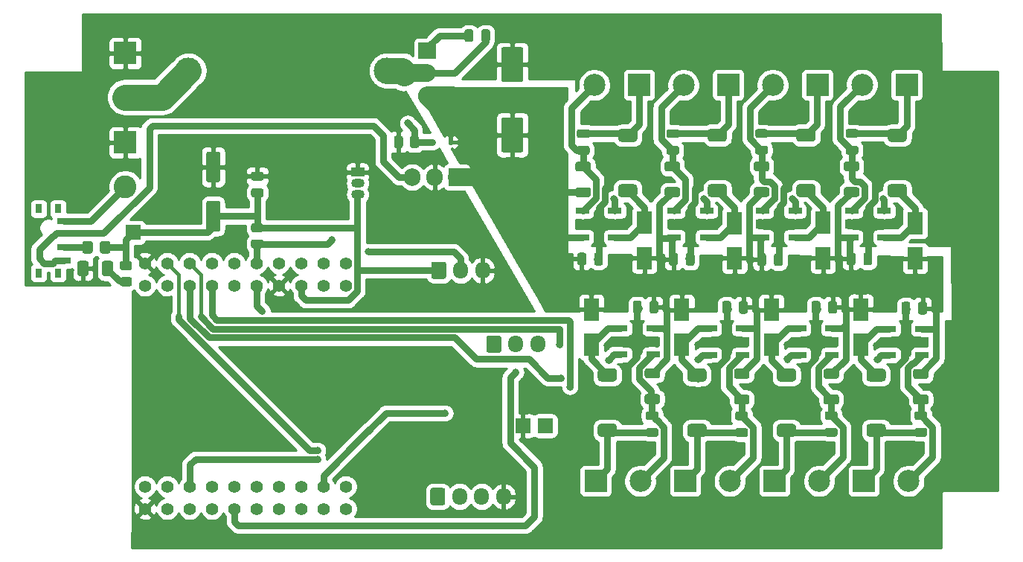
<source format=gtl>
G04 #@! TF.GenerationSoftware,KiCad,Pcbnew,5.1.12-84ad8e8a86~92~ubuntu20.04.1*
G04 #@! TF.CreationDate,2021-11-25T00:21:49+01:00*
G04 #@! TF.ProjectId,CC dimmer low voltage,43432064-696d-46d6-9572-206c6f772076,0.93*
G04 #@! TF.SameCoordinates,Original*
G04 #@! TF.FileFunction,Copper,L1,Top*
G04 #@! TF.FilePolarity,Positive*
%FSLAX46Y46*%
G04 Gerber Fmt 4.6, Leading zero omitted, Abs format (unit mm)*
G04 Created by KiCad (PCBNEW 5.1.12-84ad8e8a86~92~ubuntu20.04.1) date 2021-11-25 00:21:49*
%MOMM*%
%LPD*%
G01*
G04 APERTURE LIST*
G04 #@! TA.AperFunction,SMDPad,CuDef*
%ADD10R,0.600000X0.450000*%
G04 #@! TD*
G04 #@! TA.AperFunction,ComponentPad*
%ADD11C,1.400000*%
G04 #@! TD*
G04 #@! TA.AperFunction,ComponentPad*
%ADD12O,2.000000X1.905000*%
G04 #@! TD*
G04 #@! TA.AperFunction,ComponentPad*
%ADD13R,2.000000X1.905000*%
G04 #@! TD*
G04 #@! TA.AperFunction,ComponentPad*
%ADD14C,3.000000*%
G04 #@! TD*
G04 #@! TA.AperFunction,ComponentPad*
%ADD15R,1.700000X1.700000*%
G04 #@! TD*
G04 #@! TA.AperFunction,SMDPad,CuDef*
%ADD16R,1.800000X2.500000*%
G04 #@! TD*
G04 #@! TA.AperFunction,ComponentPad*
%ADD17O,1.700000X1.950000*%
G04 #@! TD*
G04 #@! TA.AperFunction,ComponentPad*
%ADD18O,1.500000X1.050000*%
G04 #@! TD*
G04 #@! TA.AperFunction,ComponentPad*
%ADD19R,1.500000X1.050000*%
G04 #@! TD*
G04 #@! TA.AperFunction,ComponentPad*
%ADD20R,1.905000X2.000000*%
G04 #@! TD*
G04 #@! TA.AperFunction,ComponentPad*
%ADD21O,1.905000X2.000000*%
G04 #@! TD*
G04 #@! TA.AperFunction,ComponentPad*
%ADD22R,2.600000X2.600000*%
G04 #@! TD*
G04 #@! TA.AperFunction,ComponentPad*
%ADD23C,2.600000*%
G04 #@! TD*
G04 #@! TA.AperFunction,ComponentPad*
%ADD24C,2.500000*%
G04 #@! TD*
G04 #@! TA.AperFunction,ComponentPad*
%ADD25R,2.500000X2.500000*%
G04 #@! TD*
G04 #@! TA.AperFunction,SMDPad,CuDef*
%ADD26C,0.150000*%
G04 #@! TD*
G04 #@! TA.AperFunction,SMDPad,CuDef*
%ADD27R,1.500000X0.700000*%
G04 #@! TD*
G04 #@! TA.AperFunction,SMDPad,CuDef*
%ADD28R,0.800000X1.000000*%
G04 #@! TD*
G04 #@! TA.AperFunction,ViaPad*
%ADD29C,0.800000*%
G04 #@! TD*
G04 #@! TA.AperFunction,Conductor*
%ADD30C,0.800000*%
G04 #@! TD*
G04 #@! TA.AperFunction,Conductor*
%ADD31C,2.999999*%
G04 #@! TD*
G04 #@! TA.AperFunction,Conductor*
%ADD32C,2.000000*%
G04 #@! TD*
G04 #@! TA.AperFunction,Conductor*
%ADD33C,0.400000*%
G04 #@! TD*
G04 #@! TA.AperFunction,Conductor*
%ADD34C,0.254000*%
G04 #@! TD*
G04 #@! TA.AperFunction,Conductor*
%ADD35C,0.150000*%
G04 #@! TD*
G04 APERTURE END LIST*
D10*
X148447400Y-63998600D03*
X146347400Y-63998600D03*
G04 #@! TA.AperFunction,SMDPad,CuDef*
G36*
G01*
X141997000Y-64435001D02*
X141997000Y-63534999D01*
G75*
G02*
X142246999Y-63285000I249999J0D01*
G01*
X142772001Y-63285000D01*
G75*
G02*
X143022000Y-63534999I0J-249999D01*
G01*
X143022000Y-64435001D01*
G75*
G02*
X142772001Y-64685000I-249999J0D01*
G01*
X142246999Y-64685000D01*
G75*
G02*
X141997000Y-64435001I0J249999D01*
G01*
G37*
G04 #@! TD.AperFunction*
G04 #@! TA.AperFunction,SMDPad,CuDef*
G36*
G01*
X143822000Y-64435001D02*
X143822000Y-63534999D01*
G75*
G02*
X144071999Y-63285000I249999J0D01*
G01*
X144597001Y-63285000D01*
G75*
G02*
X144847000Y-63534999I0J-249999D01*
G01*
X144847000Y-64435001D01*
G75*
G02*
X144597001Y-64685000I-249999J0D01*
G01*
X144071999Y-64685000D01*
G75*
G02*
X143822000Y-64435001I0J249999D01*
G01*
G37*
G04 #@! TD.AperFunction*
D11*
X136522000Y-77775000D03*
X136522000Y-80315000D03*
X133982000Y-77775000D03*
X133982000Y-80315000D03*
X131442000Y-77775000D03*
X131442000Y-80315000D03*
X128902000Y-77775000D03*
X128902000Y-80315000D03*
X126362000Y-77775000D03*
X126362000Y-80315000D03*
X123822000Y-77775000D03*
X123822000Y-80315000D03*
X121282000Y-77775000D03*
X121282000Y-80315000D03*
X118742000Y-77775000D03*
X118742000Y-80315000D03*
X116202000Y-77775000D03*
X116202000Y-80315000D03*
X113662000Y-77775000D03*
X113662000Y-80315000D03*
X136522000Y-103175000D03*
X136522000Y-105715000D03*
X133982000Y-103175000D03*
X133982000Y-105715000D03*
X131442000Y-103175000D03*
X131442000Y-105715000D03*
X128902000Y-103175000D03*
X128902000Y-105715000D03*
X126362000Y-103175000D03*
X126362000Y-105715000D03*
X123822000Y-103175000D03*
X123822000Y-105715000D03*
X121282000Y-103175000D03*
X121282000Y-105715000D03*
X118742000Y-103175000D03*
X118742000Y-105715000D03*
X116202000Y-103175000D03*
X116202000Y-105715000D03*
X113662000Y-105715000D03*
X113662000Y-103175000D03*
D12*
X145796000Y-58703000D03*
X145796000Y-56163000D03*
D13*
X145796000Y-53623000D03*
D14*
X141212000Y-55875000D03*
X118612000Y-55875000D03*
D15*
X159222000Y-96275000D03*
G04 #@! TA.AperFunction,SMDPad,CuDef*
G36*
G01*
X156462000Y-65195000D02*
X154462000Y-65195000D01*
G75*
G02*
X154212000Y-64945000I0J250000D01*
G01*
X154212000Y-61445000D01*
G75*
G02*
X154462000Y-61195000I250000J0D01*
G01*
X156462000Y-61195000D01*
G75*
G02*
X156712000Y-61445000I0J-250000D01*
G01*
X156712000Y-64945000D01*
G75*
G02*
X156462000Y-65195000I-250000J0D01*
G01*
G37*
G04 #@! TD.AperFunction*
G04 #@! TA.AperFunction,SMDPad,CuDef*
G36*
G01*
X156462000Y-57195000D02*
X154462000Y-57195000D01*
G75*
G02*
X154212000Y-56945000I0J250000D01*
G01*
X154212000Y-53445000D01*
G75*
G02*
X154462000Y-53195000I250000J0D01*
G01*
X156462000Y-53195000D01*
G75*
G02*
X156712000Y-53445000I0J-250000D01*
G01*
X156712000Y-56945000D01*
G75*
G02*
X156462000Y-57195000I-250000J0D01*
G01*
G37*
G04 #@! TD.AperFunction*
G04 #@! TA.AperFunction,SMDPad,CuDef*
G36*
G01*
X121982000Y-74185000D02*
X120882000Y-74185000D01*
G75*
G02*
X120632000Y-73935000I0J250000D01*
G01*
X120632000Y-70935000D01*
G75*
G02*
X120882000Y-70685000I250000J0D01*
G01*
X121982000Y-70685000D01*
G75*
G02*
X122232000Y-70935000I0J-250000D01*
G01*
X122232000Y-73935000D01*
G75*
G02*
X121982000Y-74185000I-250000J0D01*
G01*
G37*
G04 #@! TD.AperFunction*
G04 #@! TA.AperFunction,SMDPad,CuDef*
G36*
G01*
X121982000Y-68585000D02*
X120882000Y-68585000D01*
G75*
G02*
X120632000Y-68335000I0J250000D01*
G01*
X120632000Y-65335000D01*
G75*
G02*
X120882000Y-65085000I250000J0D01*
G01*
X121982000Y-65085000D01*
G75*
G02*
X122232000Y-65335000I0J-250000D01*
G01*
X122232000Y-68335000D01*
G75*
G02*
X121982000Y-68585000I-250000J0D01*
G01*
G37*
G04 #@! TD.AperFunction*
D16*
X170492000Y-77185000D03*
X170492000Y-73185000D03*
X180762000Y-77205000D03*
X180762000Y-73205000D03*
X190832000Y-77195000D03*
X190832000Y-73195000D03*
X201302000Y-73225000D03*
X201302000Y-77225000D03*
G04 #@! TA.AperFunction,SMDPad,CuDef*
G36*
G01*
X105977000Y-79000000D02*
X105977000Y-77750000D01*
G75*
G02*
X106227000Y-77500000I250000J0D01*
G01*
X106977000Y-77500000D01*
G75*
G02*
X107227000Y-77750000I0J-250000D01*
G01*
X107227000Y-79000000D01*
G75*
G02*
X106977000Y-79250000I-250000J0D01*
G01*
X106227000Y-79250000D01*
G75*
G02*
X105977000Y-79000000I0J250000D01*
G01*
G37*
G04 #@! TD.AperFunction*
G04 #@! TA.AperFunction,SMDPad,CuDef*
G36*
G01*
X108777000Y-79000000D02*
X108777000Y-77750000D01*
G75*
G02*
X109027000Y-77500000I250000J0D01*
G01*
X109777000Y-77500000D01*
G75*
G02*
X110027000Y-77750000I0J-250000D01*
G01*
X110027000Y-79000000D01*
G75*
G02*
X109777000Y-79250000I-250000J0D01*
G01*
X109027000Y-79250000D01*
G75*
G02*
X108777000Y-79000000I0J250000D01*
G01*
G37*
G04 #@! TD.AperFunction*
G04 #@! TA.AperFunction,SMDPad,CuDef*
G36*
G01*
X109732000Y-75524999D02*
X109732000Y-76425001D01*
G75*
G02*
X109482001Y-76675000I-249999J0D01*
G01*
X108781999Y-76675000D01*
G75*
G02*
X108532000Y-76425001I0J249999D01*
G01*
X108532000Y-75524999D01*
G75*
G02*
X108781999Y-75275000I249999J0D01*
G01*
X109482001Y-75275000D01*
G75*
G02*
X109732000Y-75524999I0J-249999D01*
G01*
G37*
G04 #@! TD.AperFunction*
G04 #@! TA.AperFunction,SMDPad,CuDef*
G36*
G01*
X107732000Y-75524999D02*
X107732000Y-76425001D01*
G75*
G02*
X107482001Y-76675000I-249999J0D01*
G01*
X106781999Y-76675000D01*
G75*
G02*
X106532000Y-76425001I0J249999D01*
G01*
X106532000Y-75524999D01*
G75*
G02*
X106781999Y-75275000I249999J0D01*
G01*
X107482001Y-75275000D01*
G75*
G02*
X107732000Y-75524999I0J-249999D01*
G01*
G37*
G04 #@! TD.AperFunction*
G04 #@! TA.AperFunction,ComponentPad*
G36*
G01*
X146242000Y-79310000D02*
X146242000Y-77860000D01*
G75*
G02*
X146492000Y-77610000I250000J0D01*
G01*
X147692000Y-77610000D01*
G75*
G02*
X147942000Y-77860000I0J-250000D01*
G01*
X147942000Y-79310000D01*
G75*
G02*
X147692000Y-79560000I-250000J0D01*
G01*
X146492000Y-79560000D01*
G75*
G02*
X146242000Y-79310000I0J250000D01*
G01*
G37*
G04 #@! TD.AperFunction*
D17*
X149592000Y-78585000D03*
X152092000Y-78585000D03*
G04 #@! TA.AperFunction,ComponentPad*
G36*
G01*
X146132000Y-105040000D02*
X146132000Y-103590000D01*
G75*
G02*
X146382000Y-103340000I250000J0D01*
G01*
X147582000Y-103340000D01*
G75*
G02*
X147832000Y-103590000I0J-250000D01*
G01*
X147832000Y-105040000D01*
G75*
G02*
X147582000Y-105290000I-250000J0D01*
G01*
X146382000Y-105290000D01*
G75*
G02*
X146132000Y-105040000I0J250000D01*
G01*
G37*
G04 #@! TD.AperFunction*
X149482000Y-104315000D03*
X151982000Y-104315000D03*
X154482000Y-104315000D03*
D15*
X156672000Y-96275000D03*
X112292000Y-74275000D03*
G04 #@! TA.AperFunction,SMDPad,CuDef*
G36*
G01*
X162896997Y-66230000D02*
X164147003Y-66230000D01*
G75*
G02*
X164397000Y-66479997I0J-249997D01*
G01*
X164397000Y-67105003D01*
G75*
G02*
X164147003Y-67355000I-249997J0D01*
G01*
X162896997Y-67355000D01*
G75*
G02*
X162647000Y-67105003I0J249997D01*
G01*
X162647000Y-66479997D01*
G75*
G02*
X162896997Y-66230000I249997J0D01*
G01*
G37*
G04 #@! TD.AperFunction*
G04 #@! TA.AperFunction,SMDPad,CuDef*
G36*
G01*
X162896997Y-69155000D02*
X164147003Y-69155000D01*
G75*
G02*
X164397000Y-69404997I0J-249997D01*
G01*
X164397000Y-70030003D01*
G75*
G02*
X164147003Y-70280000I-249997J0D01*
G01*
X162896997Y-70280000D01*
G75*
G02*
X162647000Y-70030003I0J249997D01*
G01*
X162647000Y-69404997D01*
G75*
G02*
X162896997Y-69155000I249997J0D01*
G01*
G37*
G04 #@! TD.AperFunction*
G04 #@! TA.AperFunction,SMDPad,CuDef*
G36*
G01*
X173046997Y-69135000D02*
X174297003Y-69135000D01*
G75*
G02*
X174547000Y-69384997I0J-249997D01*
G01*
X174547000Y-70010003D01*
G75*
G02*
X174297003Y-70260000I-249997J0D01*
G01*
X173046997Y-70260000D01*
G75*
G02*
X172797000Y-70010003I0J249997D01*
G01*
X172797000Y-69384997D01*
G75*
G02*
X173046997Y-69135000I249997J0D01*
G01*
G37*
G04 #@! TD.AperFunction*
G04 #@! TA.AperFunction,SMDPad,CuDef*
G36*
G01*
X173046997Y-66210000D02*
X174297003Y-66210000D01*
G75*
G02*
X174547000Y-66459997I0J-249997D01*
G01*
X174547000Y-67085003D01*
G75*
G02*
X174297003Y-67335000I-249997J0D01*
G01*
X173046997Y-67335000D01*
G75*
G02*
X172797000Y-67085003I0J249997D01*
G01*
X172797000Y-66459997D01*
G75*
G02*
X173046997Y-66210000I249997J0D01*
G01*
G37*
G04 #@! TD.AperFunction*
G04 #@! TA.AperFunction,SMDPad,CuDef*
G36*
G01*
X183206997Y-69125000D02*
X184457003Y-69125000D01*
G75*
G02*
X184707000Y-69374997I0J-249997D01*
G01*
X184707000Y-70000003D01*
G75*
G02*
X184457003Y-70250000I-249997J0D01*
G01*
X183206997Y-70250000D01*
G75*
G02*
X182957000Y-70000003I0J249997D01*
G01*
X182957000Y-69374997D01*
G75*
G02*
X183206997Y-69125000I249997J0D01*
G01*
G37*
G04 #@! TD.AperFunction*
G04 #@! TA.AperFunction,SMDPad,CuDef*
G36*
G01*
X183206997Y-66200000D02*
X184457003Y-66200000D01*
G75*
G02*
X184707000Y-66449997I0J-249997D01*
G01*
X184707000Y-67075003D01*
G75*
G02*
X184457003Y-67325000I-249997J0D01*
G01*
X183206997Y-67325000D01*
G75*
G02*
X182957000Y-67075003I0J249997D01*
G01*
X182957000Y-66449997D01*
G75*
G02*
X183206997Y-66200000I249997J0D01*
G01*
G37*
G04 #@! TD.AperFunction*
G04 #@! TA.AperFunction,SMDPad,CuDef*
G36*
G01*
X193446997Y-66200000D02*
X194697003Y-66200000D01*
G75*
G02*
X194947000Y-66449997I0J-249997D01*
G01*
X194947000Y-67075003D01*
G75*
G02*
X194697003Y-67325000I-249997J0D01*
G01*
X193446997Y-67325000D01*
G75*
G02*
X193197000Y-67075003I0J249997D01*
G01*
X193197000Y-66449997D01*
G75*
G02*
X193446997Y-66200000I249997J0D01*
G01*
G37*
G04 #@! TD.AperFunction*
G04 #@! TA.AperFunction,SMDPad,CuDef*
G36*
G01*
X193446997Y-69125000D02*
X194697003Y-69125000D01*
G75*
G02*
X194947000Y-69374997I0J-249997D01*
G01*
X194947000Y-70000003D01*
G75*
G02*
X194697003Y-70250000I-249997J0D01*
G01*
X193446997Y-70250000D01*
G75*
G02*
X193197000Y-70000003I0J249997D01*
G01*
X193197000Y-69374997D01*
G75*
G02*
X193446997Y-69125000I249997J0D01*
G01*
G37*
G04 #@! TD.AperFunction*
D18*
X137862000Y-68685000D03*
X137862000Y-69955000D03*
D19*
X137862000Y-67415000D03*
D20*
X149152000Y-67985000D03*
D21*
X146612000Y-67985000D03*
X144072000Y-67985000D03*
D22*
X111412000Y-53895000D03*
D23*
X111412000Y-58895000D03*
D24*
X164802000Y-57507000D03*
D25*
X169882000Y-57507000D03*
X180032000Y-57505000D03*
D24*
X174952000Y-57505000D03*
X185102000Y-57495000D03*
D25*
X190182000Y-57495000D03*
X200332000Y-57485000D03*
D24*
X195252000Y-57485000D03*
G04 #@! TA.AperFunction,SMDPad,CuDef*
D26*
G36*
X164392000Y-73835000D02*
G01*
X162692000Y-73835000D01*
X162692000Y-72835000D01*
X164392000Y-72835000D01*
X164892000Y-72335000D01*
X165692000Y-72335000D01*
X166192000Y-72835000D01*
X167892000Y-72835000D01*
X167892000Y-73835000D01*
X166192000Y-73835000D01*
X165692000Y-74335000D01*
X164892000Y-74335000D01*
X164392000Y-73835000D01*
G37*
G04 #@! TD.AperFunction*
D27*
X167142000Y-71835000D03*
X167142000Y-74835000D03*
X163442000Y-71835000D03*
X163442000Y-74835000D03*
G04 #@! TA.AperFunction,SMDPad,CuDef*
D26*
G36*
X174822000Y-73835000D02*
G01*
X173122000Y-73835000D01*
X173122000Y-72835000D01*
X174822000Y-72835000D01*
X175322000Y-72335000D01*
X176122000Y-72335000D01*
X176622000Y-72835000D01*
X178322000Y-72835000D01*
X178322000Y-73835000D01*
X176622000Y-73835000D01*
X176122000Y-74335000D01*
X175322000Y-74335000D01*
X174822000Y-73835000D01*
G37*
G04 #@! TD.AperFunction*
D27*
X177572000Y-71835000D03*
X177572000Y-74835000D03*
X173872000Y-71835000D03*
X173872000Y-74835000D03*
G04 #@! TA.AperFunction,SMDPad,CuDef*
D26*
G36*
X184882000Y-73825000D02*
G01*
X183182000Y-73825000D01*
X183182000Y-72825000D01*
X184882000Y-72825000D01*
X185382000Y-72325000D01*
X186182000Y-72325000D01*
X186682000Y-72825000D01*
X188382000Y-72825000D01*
X188382000Y-73825000D01*
X186682000Y-73825000D01*
X186182000Y-74325000D01*
X185382000Y-74325000D01*
X184882000Y-73825000D01*
G37*
G04 #@! TD.AperFunction*
D27*
X187632000Y-71825000D03*
X187632000Y-74825000D03*
X183932000Y-71825000D03*
X183932000Y-74825000D03*
G04 #@! TA.AperFunction,SMDPad,CuDef*
D26*
G36*
X195032000Y-73825000D02*
G01*
X193332000Y-73825000D01*
X193332000Y-72825000D01*
X195032000Y-72825000D01*
X195532000Y-72325000D01*
X196332000Y-72325000D01*
X196832000Y-72825000D01*
X198532000Y-72825000D01*
X198532000Y-73825000D01*
X196832000Y-73825000D01*
X196332000Y-74325000D01*
X195532000Y-74325000D01*
X195032000Y-73825000D01*
G37*
G04 #@! TD.AperFunction*
D27*
X197782000Y-71825000D03*
X197782000Y-74825000D03*
X194082000Y-71825000D03*
X194082000Y-74825000D03*
G04 #@! TA.AperFunction,SMDPad,CuDef*
G36*
G01*
X169317000Y-70285000D02*
X167867000Y-70285000D01*
G75*
G02*
X167492000Y-69910000I0J375000D01*
G01*
X167492000Y-69160000D01*
G75*
G02*
X167867000Y-68785000I375000J0D01*
G01*
X169317000Y-68785000D01*
G75*
G02*
X169692000Y-69160000I0J-375000D01*
G01*
X169692000Y-69910000D01*
G75*
G02*
X169317000Y-70285000I-375000J0D01*
G01*
G37*
G04 #@! TD.AperFunction*
G04 #@! TA.AperFunction,SMDPad,CuDef*
G36*
G01*
X169317000Y-63985000D02*
X167867000Y-63985000D01*
G75*
G02*
X167492000Y-63610000I0J375000D01*
G01*
X167492000Y-62860000D01*
G75*
G02*
X167867000Y-62485000I375000J0D01*
G01*
X169317000Y-62485000D01*
G75*
G02*
X169692000Y-62860000I0J-375000D01*
G01*
X169692000Y-63610000D01*
G75*
G02*
X169317000Y-63985000I-375000J0D01*
G01*
G37*
G04 #@! TD.AperFunction*
G04 #@! TA.AperFunction,SMDPad,CuDef*
G36*
G01*
X179517000Y-70265000D02*
X178067000Y-70265000D01*
G75*
G02*
X177692000Y-69890000I0J375000D01*
G01*
X177692000Y-69140000D01*
G75*
G02*
X178067000Y-68765000I375000J0D01*
G01*
X179517000Y-68765000D01*
G75*
G02*
X179892000Y-69140000I0J-375000D01*
G01*
X179892000Y-69890000D01*
G75*
G02*
X179517000Y-70265000I-375000J0D01*
G01*
G37*
G04 #@! TD.AperFunction*
G04 #@! TA.AperFunction,SMDPad,CuDef*
G36*
G01*
X179517000Y-63965000D02*
X178067000Y-63965000D01*
G75*
G02*
X177692000Y-63590000I0J375000D01*
G01*
X177692000Y-62840000D01*
G75*
G02*
X178067000Y-62465000I375000J0D01*
G01*
X179517000Y-62465000D01*
G75*
G02*
X179892000Y-62840000I0J-375000D01*
G01*
X179892000Y-63590000D01*
G75*
G02*
X179517000Y-63965000I-375000J0D01*
G01*
G37*
G04 #@! TD.AperFunction*
G04 #@! TA.AperFunction,SMDPad,CuDef*
G36*
G01*
X189607000Y-63965000D02*
X188157000Y-63965000D01*
G75*
G02*
X187782000Y-63590000I0J375000D01*
G01*
X187782000Y-62840000D01*
G75*
G02*
X188157000Y-62465000I375000J0D01*
G01*
X189607000Y-62465000D01*
G75*
G02*
X189982000Y-62840000I0J-375000D01*
G01*
X189982000Y-63590000D01*
G75*
G02*
X189607000Y-63965000I-375000J0D01*
G01*
G37*
G04 #@! TD.AperFunction*
G04 #@! TA.AperFunction,SMDPad,CuDef*
G36*
G01*
X189607000Y-70265000D02*
X188157000Y-70265000D01*
G75*
G02*
X187782000Y-69890000I0J375000D01*
G01*
X187782000Y-69140000D01*
G75*
G02*
X188157000Y-68765000I375000J0D01*
G01*
X189607000Y-68765000D01*
G75*
G02*
X189982000Y-69140000I0J-375000D01*
G01*
X189982000Y-69890000D01*
G75*
G02*
X189607000Y-70265000I-375000J0D01*
G01*
G37*
G04 #@! TD.AperFunction*
G04 #@! TA.AperFunction,SMDPad,CuDef*
G36*
G01*
X199997000Y-70275000D02*
X198547000Y-70275000D01*
G75*
G02*
X198172000Y-69900000I0J375000D01*
G01*
X198172000Y-69150000D01*
G75*
G02*
X198547000Y-68775000I375000J0D01*
G01*
X199997000Y-68775000D01*
G75*
G02*
X200372000Y-69150000I0J-375000D01*
G01*
X200372000Y-69900000D01*
G75*
G02*
X199997000Y-70275000I-375000J0D01*
G01*
G37*
G04 #@! TD.AperFunction*
G04 #@! TA.AperFunction,SMDPad,CuDef*
G36*
G01*
X199997000Y-63975000D02*
X198547000Y-63975000D01*
G75*
G02*
X198172000Y-63600000I0J375000D01*
G01*
X198172000Y-62850000D01*
G75*
G02*
X198547000Y-62475000I375000J0D01*
G01*
X199997000Y-62475000D01*
G75*
G02*
X200372000Y-62850000I0J-375000D01*
G01*
X200372000Y-63600000D01*
G75*
G02*
X199997000Y-63975000I-375000J0D01*
G01*
G37*
G04 #@! TD.AperFunction*
D16*
X195122000Y-87045000D03*
X195122000Y-83045000D03*
X184932000Y-87075000D03*
X184932000Y-83075000D03*
X174752000Y-83075000D03*
X174752000Y-87075000D03*
X164462000Y-83055000D03*
X164462000Y-87055000D03*
G04 #@! TA.AperFunction,SMDPad,CuDef*
G36*
G01*
X196137000Y-89745000D02*
X197587000Y-89745000D01*
G75*
G02*
X197962000Y-90120000I0J-375000D01*
G01*
X197962000Y-90870000D01*
G75*
G02*
X197587000Y-91245000I-375000J0D01*
G01*
X196137000Y-91245000D01*
G75*
G02*
X195762000Y-90870000I0J375000D01*
G01*
X195762000Y-90120000D01*
G75*
G02*
X196137000Y-89745000I375000J0D01*
G01*
G37*
G04 #@! TD.AperFunction*
G04 #@! TA.AperFunction,SMDPad,CuDef*
G36*
G01*
X196137000Y-96045000D02*
X197587000Y-96045000D01*
G75*
G02*
X197962000Y-96420000I0J-375000D01*
G01*
X197962000Y-97170000D01*
G75*
G02*
X197587000Y-97545000I-375000J0D01*
G01*
X196137000Y-97545000D01*
G75*
G02*
X195762000Y-97170000I0J375000D01*
G01*
X195762000Y-96420000D01*
G75*
G02*
X196137000Y-96045000I375000J0D01*
G01*
G37*
G04 #@! TD.AperFunction*
G04 #@! TA.AperFunction,SMDPad,CuDef*
G36*
G01*
X185937000Y-96045000D02*
X187387000Y-96045000D01*
G75*
G02*
X187762000Y-96420000I0J-375000D01*
G01*
X187762000Y-97170000D01*
G75*
G02*
X187387000Y-97545000I-375000J0D01*
G01*
X185937000Y-97545000D01*
G75*
G02*
X185562000Y-97170000I0J375000D01*
G01*
X185562000Y-96420000D01*
G75*
G02*
X185937000Y-96045000I375000J0D01*
G01*
G37*
G04 #@! TD.AperFunction*
G04 #@! TA.AperFunction,SMDPad,CuDef*
G36*
G01*
X185937000Y-89745000D02*
X187387000Y-89745000D01*
G75*
G02*
X187762000Y-90120000I0J-375000D01*
G01*
X187762000Y-90870000D01*
G75*
G02*
X187387000Y-91245000I-375000J0D01*
G01*
X185937000Y-91245000D01*
G75*
G02*
X185562000Y-90870000I0J375000D01*
G01*
X185562000Y-90120000D01*
G75*
G02*
X185937000Y-89745000I375000J0D01*
G01*
G37*
G04 #@! TD.AperFunction*
G04 #@! TA.AperFunction,SMDPad,CuDef*
G36*
G01*
X175747000Y-89745000D02*
X177197000Y-89745000D01*
G75*
G02*
X177572000Y-90120000I0J-375000D01*
G01*
X177572000Y-90870000D01*
G75*
G02*
X177197000Y-91245000I-375000J0D01*
G01*
X175747000Y-91245000D01*
G75*
G02*
X175372000Y-90870000I0J375000D01*
G01*
X175372000Y-90120000D01*
G75*
G02*
X175747000Y-89745000I375000J0D01*
G01*
G37*
G04 #@! TD.AperFunction*
G04 #@! TA.AperFunction,SMDPad,CuDef*
G36*
G01*
X175747000Y-96045000D02*
X177197000Y-96045000D01*
G75*
G02*
X177572000Y-96420000I0J-375000D01*
G01*
X177572000Y-97170000D01*
G75*
G02*
X177197000Y-97545000I-375000J0D01*
G01*
X175747000Y-97545000D01*
G75*
G02*
X175372000Y-97170000I0J375000D01*
G01*
X175372000Y-96420000D01*
G75*
G02*
X175747000Y-96045000I375000J0D01*
G01*
G37*
G04 #@! TD.AperFunction*
G04 #@! TA.AperFunction,SMDPad,CuDef*
G36*
G01*
X165557000Y-96035000D02*
X167007000Y-96035000D01*
G75*
G02*
X167382000Y-96410000I0J-375000D01*
G01*
X167382000Y-97160000D01*
G75*
G02*
X167007000Y-97535000I-375000J0D01*
G01*
X165557000Y-97535000D01*
G75*
G02*
X165182000Y-97160000I0J375000D01*
G01*
X165182000Y-96410000D01*
G75*
G02*
X165557000Y-96035000I375000J0D01*
G01*
G37*
G04 #@! TD.AperFunction*
G04 #@! TA.AperFunction,SMDPad,CuDef*
G36*
G01*
X165557000Y-89735000D02*
X167007000Y-89735000D01*
G75*
G02*
X167382000Y-90110000I0J-375000D01*
G01*
X167382000Y-90860000D01*
G75*
G02*
X167007000Y-91235000I-375000J0D01*
G01*
X165557000Y-91235000D01*
G75*
G02*
X165182000Y-90860000I0J375000D01*
G01*
X165182000Y-90110000D01*
G75*
G02*
X165557000Y-89735000I375000J0D01*
G01*
G37*
G04 #@! TD.AperFunction*
D25*
X195472000Y-102545000D03*
D24*
X200552000Y-102545000D03*
X190382000Y-102545000D03*
D25*
X185302000Y-102545000D03*
X175132000Y-102545000D03*
D24*
X180212000Y-102545000D03*
X170032000Y-102545000D03*
D25*
X164952000Y-102545000D03*
G04 #@! TA.AperFunction,SMDPad,CuDef*
G36*
G01*
X202577003Y-93850000D02*
X201326997Y-93850000D01*
G75*
G02*
X201077000Y-93600003I0J249997D01*
G01*
X201077000Y-92974997D01*
G75*
G02*
X201326997Y-92725000I249997J0D01*
G01*
X202577003Y-92725000D01*
G75*
G02*
X202827000Y-92974997I0J-249997D01*
G01*
X202827000Y-93600003D01*
G75*
G02*
X202577003Y-93850000I-249997J0D01*
G01*
G37*
G04 #@! TD.AperFunction*
G04 #@! TA.AperFunction,SMDPad,CuDef*
G36*
G01*
X202577003Y-90925000D02*
X201326997Y-90925000D01*
G75*
G02*
X201077000Y-90675003I0J249997D01*
G01*
X201077000Y-90049997D01*
G75*
G02*
X201326997Y-89800000I249997J0D01*
G01*
X202577003Y-89800000D01*
G75*
G02*
X202827000Y-90049997I0J-249997D01*
G01*
X202827000Y-90675003D01*
G75*
G02*
X202577003Y-90925000I-249997J0D01*
G01*
G37*
G04 #@! TD.AperFunction*
G04 #@! TA.AperFunction,SMDPad,CuDef*
G36*
G01*
X192387003Y-90915000D02*
X191136997Y-90915000D01*
G75*
G02*
X190887000Y-90665003I0J249997D01*
G01*
X190887000Y-90039997D01*
G75*
G02*
X191136997Y-89790000I249997J0D01*
G01*
X192387003Y-89790000D01*
G75*
G02*
X192637000Y-90039997I0J-249997D01*
G01*
X192637000Y-90665003D01*
G75*
G02*
X192387003Y-90915000I-249997J0D01*
G01*
G37*
G04 #@! TD.AperFunction*
G04 #@! TA.AperFunction,SMDPad,CuDef*
G36*
G01*
X192387003Y-93840000D02*
X191136997Y-93840000D01*
G75*
G02*
X190887000Y-93590003I0J249997D01*
G01*
X190887000Y-92964997D01*
G75*
G02*
X191136997Y-92715000I249997J0D01*
G01*
X192387003Y-92715000D01*
G75*
G02*
X192637000Y-92964997I0J-249997D01*
G01*
X192637000Y-93590003D01*
G75*
G02*
X192387003Y-93840000I-249997J0D01*
G01*
G37*
G04 #@! TD.AperFunction*
G04 #@! TA.AperFunction,SMDPad,CuDef*
G36*
G01*
X182197003Y-90915000D02*
X180946997Y-90915000D01*
G75*
G02*
X180697000Y-90665003I0J249997D01*
G01*
X180697000Y-90039997D01*
G75*
G02*
X180946997Y-89790000I249997J0D01*
G01*
X182197003Y-89790000D01*
G75*
G02*
X182447000Y-90039997I0J-249997D01*
G01*
X182447000Y-90665003D01*
G75*
G02*
X182197003Y-90915000I-249997J0D01*
G01*
G37*
G04 #@! TD.AperFunction*
G04 #@! TA.AperFunction,SMDPad,CuDef*
G36*
G01*
X182197003Y-93840000D02*
X180946997Y-93840000D01*
G75*
G02*
X180697000Y-93590003I0J249997D01*
G01*
X180697000Y-92964997D01*
G75*
G02*
X180946997Y-92715000I249997J0D01*
G01*
X182197003Y-92715000D01*
G75*
G02*
X182447000Y-92964997I0J-249997D01*
G01*
X182447000Y-93590003D01*
G75*
G02*
X182197003Y-93840000I-249997J0D01*
G01*
G37*
G04 #@! TD.AperFunction*
G04 #@! TA.AperFunction,SMDPad,CuDef*
G36*
G01*
X172027003Y-93790000D02*
X170776997Y-93790000D01*
G75*
G02*
X170527000Y-93540003I0J249997D01*
G01*
X170527000Y-92914997D01*
G75*
G02*
X170776997Y-92665000I249997J0D01*
G01*
X172027003Y-92665000D01*
G75*
G02*
X172277000Y-92914997I0J-249997D01*
G01*
X172277000Y-93540003D01*
G75*
G02*
X172027003Y-93790000I-249997J0D01*
G01*
G37*
G04 #@! TD.AperFunction*
G04 #@! TA.AperFunction,SMDPad,CuDef*
G36*
G01*
X172027003Y-90865000D02*
X170776997Y-90865000D01*
G75*
G02*
X170527000Y-90615003I0J249997D01*
G01*
X170527000Y-89989997D01*
G75*
G02*
X170776997Y-89740000I249997J0D01*
G01*
X172027003Y-89740000D01*
G75*
G02*
X172277000Y-89989997I0J-249997D01*
G01*
X172277000Y-90615003D01*
G75*
G02*
X172027003Y-90865000I-249997J0D01*
G01*
G37*
G04 #@! TD.AperFunction*
D27*
X202082000Y-85225000D03*
X202082000Y-88225000D03*
X198382000Y-85225000D03*
X198382000Y-88225000D03*
G04 #@! TA.AperFunction,SMDPad,CuDef*
D26*
G36*
X201132000Y-86225000D02*
G01*
X202832000Y-86225000D01*
X202832000Y-87225000D01*
X201132000Y-87225000D01*
X200632000Y-87725000D01*
X199832000Y-87725000D01*
X199332000Y-87225000D01*
X197632000Y-87225000D01*
X197632000Y-86225000D01*
X199332000Y-86225000D01*
X199832000Y-85725000D01*
X200632000Y-85725000D01*
X201132000Y-86225000D01*
G37*
G04 #@! TD.AperFunction*
G04 #@! TA.AperFunction,SMDPad,CuDef*
G36*
X190902000Y-86205000D02*
G01*
X192602000Y-86205000D01*
X192602000Y-87205000D01*
X190902000Y-87205000D01*
X190402000Y-87705000D01*
X189602000Y-87705000D01*
X189102000Y-87205000D01*
X187402000Y-87205000D01*
X187402000Y-86205000D01*
X189102000Y-86205000D01*
X189602000Y-85705000D01*
X190402000Y-85705000D01*
X190902000Y-86205000D01*
G37*
G04 #@! TD.AperFunction*
D27*
X188152000Y-88205000D03*
X188152000Y-85205000D03*
X191852000Y-88205000D03*
X191852000Y-85205000D03*
X181702000Y-85205000D03*
X181702000Y-88205000D03*
X178002000Y-85205000D03*
X178002000Y-88205000D03*
G04 #@! TA.AperFunction,SMDPad,CuDef*
D26*
G36*
X180752000Y-86205000D02*
G01*
X182452000Y-86205000D01*
X182452000Y-87205000D01*
X180752000Y-87205000D01*
X180252000Y-87705000D01*
X179452000Y-87705000D01*
X178952000Y-87205000D01*
X177252000Y-87205000D01*
X177252000Y-86205000D01*
X178952000Y-86205000D01*
X179452000Y-85705000D01*
X180252000Y-85705000D01*
X180752000Y-86205000D01*
G37*
G04 #@! TD.AperFunction*
G04 #@! TA.AperFunction,SMDPad,CuDef*
G36*
X170562000Y-86185000D02*
G01*
X172262000Y-86185000D01*
X172262000Y-87185000D01*
X170562000Y-87185000D01*
X170062000Y-87685000D01*
X169262000Y-87685000D01*
X168762000Y-87185000D01*
X167062000Y-87185000D01*
X167062000Y-86185000D01*
X168762000Y-86185000D01*
X169262000Y-85685000D01*
X170062000Y-85685000D01*
X170562000Y-86185000D01*
G37*
G04 #@! TD.AperFunction*
D27*
X167812000Y-88185000D03*
X167812000Y-85185000D03*
X171512000Y-88185000D03*
X171512000Y-85185000D03*
G04 #@! TA.AperFunction,SMDPad,CuDef*
G36*
G01*
X162872000Y-77780000D02*
X162872000Y-76830000D01*
G75*
G02*
X163122000Y-76580000I250000J0D01*
G01*
X163622000Y-76580000D01*
G75*
G02*
X163872000Y-76830000I0J-250000D01*
G01*
X163872000Y-77780000D01*
G75*
G02*
X163622000Y-78030000I-250000J0D01*
G01*
X163122000Y-78030000D01*
G75*
G02*
X162872000Y-77780000I0J250000D01*
G01*
G37*
G04 #@! TD.AperFunction*
G04 #@! TA.AperFunction,SMDPad,CuDef*
G36*
G01*
X164772000Y-77780000D02*
X164772000Y-76830000D01*
G75*
G02*
X165022000Y-76580000I250000J0D01*
G01*
X165522000Y-76580000D01*
G75*
G02*
X165772000Y-76830000I0J-250000D01*
G01*
X165772000Y-77780000D01*
G75*
G02*
X165522000Y-78030000I-250000J0D01*
G01*
X165022000Y-78030000D01*
G75*
G02*
X164772000Y-77780000I0J250000D01*
G01*
G37*
G04 #@! TD.AperFunction*
G04 #@! TA.AperFunction,SMDPad,CuDef*
G36*
G01*
X164017000Y-65445000D02*
X163067000Y-65445000D01*
G75*
G02*
X162817000Y-65195000I0J250000D01*
G01*
X162817000Y-64695000D01*
G75*
G02*
X163067000Y-64445000I250000J0D01*
G01*
X164017000Y-64445000D01*
G75*
G02*
X164267000Y-64695000I0J-250000D01*
G01*
X164267000Y-65195000D01*
G75*
G02*
X164017000Y-65445000I-250000J0D01*
G01*
G37*
G04 #@! TD.AperFunction*
G04 #@! TA.AperFunction,SMDPad,CuDef*
G36*
G01*
X164017000Y-63545000D02*
X163067000Y-63545000D01*
G75*
G02*
X162817000Y-63295000I0J250000D01*
G01*
X162817000Y-62795000D01*
G75*
G02*
X163067000Y-62545000I250000J0D01*
G01*
X164017000Y-62545000D01*
G75*
G02*
X164267000Y-62795000I0J-250000D01*
G01*
X164267000Y-63295000D01*
G75*
G02*
X164017000Y-63545000I-250000J0D01*
G01*
G37*
G04 #@! TD.AperFunction*
G04 #@! TA.AperFunction,SMDPad,CuDef*
G36*
G01*
X175202000Y-77810000D02*
X175202000Y-76860000D01*
G75*
G02*
X175452000Y-76610000I250000J0D01*
G01*
X175952000Y-76610000D01*
G75*
G02*
X176202000Y-76860000I0J-250000D01*
G01*
X176202000Y-77810000D01*
G75*
G02*
X175952000Y-78060000I-250000J0D01*
G01*
X175452000Y-78060000D01*
G75*
G02*
X175202000Y-77810000I0J250000D01*
G01*
G37*
G04 #@! TD.AperFunction*
G04 #@! TA.AperFunction,SMDPad,CuDef*
G36*
G01*
X173302000Y-77810000D02*
X173302000Y-76860000D01*
G75*
G02*
X173552000Y-76610000I250000J0D01*
G01*
X174052000Y-76610000D01*
G75*
G02*
X174302000Y-76860000I0J-250000D01*
G01*
X174302000Y-77810000D01*
G75*
G02*
X174052000Y-78060000I-250000J0D01*
G01*
X173552000Y-78060000D01*
G75*
G02*
X173302000Y-77810000I0J250000D01*
G01*
G37*
G04 #@! TD.AperFunction*
G04 #@! TA.AperFunction,SMDPad,CuDef*
G36*
G01*
X174202000Y-63545000D02*
X173252000Y-63545000D01*
G75*
G02*
X173002000Y-63295000I0J250000D01*
G01*
X173002000Y-62795000D01*
G75*
G02*
X173252000Y-62545000I250000J0D01*
G01*
X174202000Y-62545000D01*
G75*
G02*
X174452000Y-62795000I0J-250000D01*
G01*
X174452000Y-63295000D01*
G75*
G02*
X174202000Y-63545000I-250000J0D01*
G01*
G37*
G04 #@! TD.AperFunction*
G04 #@! TA.AperFunction,SMDPad,CuDef*
G36*
G01*
X174202000Y-65445000D02*
X173252000Y-65445000D01*
G75*
G02*
X173002000Y-65195000I0J250000D01*
G01*
X173002000Y-64695000D01*
G75*
G02*
X173252000Y-64445000I250000J0D01*
G01*
X174202000Y-64445000D01*
G75*
G02*
X174452000Y-64695000I0J-250000D01*
G01*
X174452000Y-65195000D01*
G75*
G02*
X174202000Y-65445000I-250000J0D01*
G01*
G37*
G04 #@! TD.AperFunction*
G04 #@! TA.AperFunction,SMDPad,CuDef*
G36*
G01*
X183352000Y-77845000D02*
X183352000Y-76895000D01*
G75*
G02*
X183602000Y-76645000I250000J0D01*
G01*
X184102000Y-76645000D01*
G75*
G02*
X184352000Y-76895000I0J-250000D01*
G01*
X184352000Y-77845000D01*
G75*
G02*
X184102000Y-78095000I-250000J0D01*
G01*
X183602000Y-78095000D01*
G75*
G02*
X183352000Y-77845000I0J250000D01*
G01*
G37*
G04 #@! TD.AperFunction*
G04 #@! TA.AperFunction,SMDPad,CuDef*
G36*
G01*
X185252000Y-77845000D02*
X185252000Y-76895000D01*
G75*
G02*
X185502000Y-76645000I250000J0D01*
G01*
X186002000Y-76645000D01*
G75*
G02*
X186252000Y-76895000I0J-250000D01*
G01*
X186252000Y-77845000D01*
G75*
G02*
X186002000Y-78095000I-250000J0D01*
G01*
X185502000Y-78095000D01*
G75*
G02*
X185252000Y-77845000I0J250000D01*
G01*
G37*
G04 #@! TD.AperFunction*
G04 #@! TA.AperFunction,SMDPad,CuDef*
G36*
G01*
X184302000Y-65420000D02*
X183352000Y-65420000D01*
G75*
G02*
X183102000Y-65170000I0J250000D01*
G01*
X183102000Y-64670000D01*
G75*
G02*
X183352000Y-64420000I250000J0D01*
G01*
X184302000Y-64420000D01*
G75*
G02*
X184552000Y-64670000I0J-250000D01*
G01*
X184552000Y-65170000D01*
G75*
G02*
X184302000Y-65420000I-250000J0D01*
G01*
G37*
G04 #@! TD.AperFunction*
G04 #@! TA.AperFunction,SMDPad,CuDef*
G36*
G01*
X184302000Y-63520000D02*
X183352000Y-63520000D01*
G75*
G02*
X183102000Y-63270000I0J250000D01*
G01*
X183102000Y-62770000D01*
G75*
G02*
X183352000Y-62520000I250000J0D01*
G01*
X184302000Y-62520000D01*
G75*
G02*
X184552000Y-62770000I0J-250000D01*
G01*
X184552000Y-63270000D01*
G75*
G02*
X184302000Y-63520000I-250000J0D01*
G01*
G37*
G04 #@! TD.AperFunction*
G04 #@! TA.AperFunction,SMDPad,CuDef*
G36*
G01*
X195422000Y-77770000D02*
X195422000Y-76820000D01*
G75*
G02*
X195672000Y-76570000I250000J0D01*
G01*
X196172000Y-76570000D01*
G75*
G02*
X196422000Y-76820000I0J-250000D01*
G01*
X196422000Y-77770000D01*
G75*
G02*
X196172000Y-78020000I-250000J0D01*
G01*
X195672000Y-78020000D01*
G75*
G02*
X195422000Y-77770000I0J250000D01*
G01*
G37*
G04 #@! TD.AperFunction*
G04 #@! TA.AperFunction,SMDPad,CuDef*
G36*
G01*
X193522000Y-77770000D02*
X193522000Y-76820000D01*
G75*
G02*
X193772000Y-76570000I250000J0D01*
G01*
X194272000Y-76570000D01*
G75*
G02*
X194522000Y-76820000I0J-250000D01*
G01*
X194522000Y-77770000D01*
G75*
G02*
X194272000Y-78020000I-250000J0D01*
G01*
X193772000Y-78020000D01*
G75*
G02*
X193522000Y-77770000I0J250000D01*
G01*
G37*
G04 #@! TD.AperFunction*
G04 #@! TA.AperFunction,SMDPad,CuDef*
G36*
G01*
X194602000Y-63520000D02*
X193652000Y-63520000D01*
G75*
G02*
X193402000Y-63270000I0J250000D01*
G01*
X193402000Y-62770000D01*
G75*
G02*
X193652000Y-62520000I250000J0D01*
G01*
X194602000Y-62520000D01*
G75*
G02*
X194852000Y-62770000I0J-250000D01*
G01*
X194852000Y-63270000D01*
G75*
G02*
X194602000Y-63520000I-250000J0D01*
G01*
G37*
G04 #@! TD.AperFunction*
G04 #@! TA.AperFunction,SMDPad,CuDef*
G36*
G01*
X194602000Y-65420000D02*
X193652000Y-65420000D01*
G75*
G02*
X193402000Y-65170000I0J250000D01*
G01*
X193402000Y-64670000D01*
G75*
G02*
X193652000Y-64420000I250000J0D01*
G01*
X194602000Y-64420000D01*
G75*
G02*
X194852000Y-64670000I0J-250000D01*
G01*
X194852000Y-65170000D01*
G75*
G02*
X194602000Y-65420000I-250000J0D01*
G01*
G37*
G04 #@! TD.AperFunction*
G04 #@! TA.AperFunction,SMDPad,CuDef*
G36*
G01*
X200752000Y-82420000D02*
X200752000Y-83370000D01*
G75*
G02*
X200502000Y-83620000I-250000J0D01*
G01*
X200002000Y-83620000D01*
G75*
G02*
X199752000Y-83370000I0J250000D01*
G01*
X199752000Y-82420000D01*
G75*
G02*
X200002000Y-82170000I250000J0D01*
G01*
X200502000Y-82170000D01*
G75*
G02*
X200752000Y-82420000I0J-250000D01*
G01*
G37*
G04 #@! TD.AperFunction*
G04 #@! TA.AperFunction,SMDPad,CuDef*
G36*
G01*
X202652000Y-82420000D02*
X202652000Y-83370000D01*
G75*
G02*
X202402000Y-83620000I-250000J0D01*
G01*
X201902000Y-83620000D01*
G75*
G02*
X201652000Y-83370000I0J250000D01*
G01*
X201652000Y-82420000D01*
G75*
G02*
X201902000Y-82170000I250000J0D01*
G01*
X202402000Y-82170000D01*
G75*
G02*
X202652000Y-82420000I0J-250000D01*
G01*
G37*
G04 #@! TD.AperFunction*
G04 #@! TA.AperFunction,SMDPad,CuDef*
G36*
G01*
X201477000Y-96520000D02*
X202427000Y-96520000D01*
G75*
G02*
X202677000Y-96770000I0J-250000D01*
G01*
X202677000Y-97270000D01*
G75*
G02*
X202427000Y-97520000I-250000J0D01*
G01*
X201477000Y-97520000D01*
G75*
G02*
X201227000Y-97270000I0J250000D01*
G01*
X201227000Y-96770000D01*
G75*
G02*
X201477000Y-96520000I250000J0D01*
G01*
G37*
G04 #@! TD.AperFunction*
G04 #@! TA.AperFunction,SMDPad,CuDef*
G36*
G01*
X201477000Y-94620000D02*
X202427000Y-94620000D01*
G75*
G02*
X202677000Y-94870000I0J-250000D01*
G01*
X202677000Y-95370000D01*
G75*
G02*
X202427000Y-95620000I-250000J0D01*
G01*
X201477000Y-95620000D01*
G75*
G02*
X201227000Y-95370000I0J250000D01*
G01*
X201227000Y-94870000D01*
G75*
G02*
X201477000Y-94620000I250000J0D01*
G01*
G37*
G04 #@! TD.AperFunction*
G04 #@! TA.AperFunction,SMDPad,CuDef*
G36*
G01*
X192412000Y-82320000D02*
X192412000Y-83270000D01*
G75*
G02*
X192162000Y-83520000I-250000J0D01*
G01*
X191662000Y-83520000D01*
G75*
G02*
X191412000Y-83270000I0J250000D01*
G01*
X191412000Y-82320000D01*
G75*
G02*
X191662000Y-82070000I250000J0D01*
G01*
X192162000Y-82070000D01*
G75*
G02*
X192412000Y-82320000I0J-250000D01*
G01*
G37*
G04 #@! TD.AperFunction*
G04 #@! TA.AperFunction,SMDPad,CuDef*
G36*
G01*
X190512000Y-82320000D02*
X190512000Y-83270000D01*
G75*
G02*
X190262000Y-83520000I-250000J0D01*
G01*
X189762000Y-83520000D01*
G75*
G02*
X189512000Y-83270000I0J250000D01*
G01*
X189512000Y-82320000D01*
G75*
G02*
X189762000Y-82070000I250000J0D01*
G01*
X190262000Y-82070000D01*
G75*
G02*
X190512000Y-82320000I0J-250000D01*
G01*
G37*
G04 #@! TD.AperFunction*
G04 #@! TA.AperFunction,SMDPad,CuDef*
G36*
G01*
X191277000Y-94620000D02*
X192227000Y-94620000D01*
G75*
G02*
X192477000Y-94870000I0J-250000D01*
G01*
X192477000Y-95370000D01*
G75*
G02*
X192227000Y-95620000I-250000J0D01*
G01*
X191277000Y-95620000D01*
G75*
G02*
X191027000Y-95370000I0J250000D01*
G01*
X191027000Y-94870000D01*
G75*
G02*
X191277000Y-94620000I250000J0D01*
G01*
G37*
G04 #@! TD.AperFunction*
G04 #@! TA.AperFunction,SMDPad,CuDef*
G36*
G01*
X191277000Y-96520000D02*
X192227000Y-96520000D01*
G75*
G02*
X192477000Y-96770000I0J-250000D01*
G01*
X192477000Y-97270000D01*
G75*
G02*
X192227000Y-97520000I-250000J0D01*
G01*
X191277000Y-97520000D01*
G75*
G02*
X191027000Y-97270000I0J250000D01*
G01*
X191027000Y-96770000D01*
G75*
G02*
X191277000Y-96520000I250000J0D01*
G01*
G37*
G04 #@! TD.AperFunction*
G04 #@! TA.AperFunction,SMDPad,CuDef*
G36*
G01*
X182252000Y-82330000D02*
X182252000Y-83280000D01*
G75*
G02*
X182002000Y-83530000I-250000J0D01*
G01*
X181502000Y-83530000D01*
G75*
G02*
X181252000Y-83280000I0J250000D01*
G01*
X181252000Y-82330000D01*
G75*
G02*
X181502000Y-82080000I250000J0D01*
G01*
X182002000Y-82080000D01*
G75*
G02*
X182252000Y-82330000I0J-250000D01*
G01*
G37*
G04 #@! TD.AperFunction*
G04 #@! TA.AperFunction,SMDPad,CuDef*
G36*
G01*
X180352000Y-82330000D02*
X180352000Y-83280000D01*
G75*
G02*
X180102000Y-83530000I-250000J0D01*
G01*
X179602000Y-83530000D01*
G75*
G02*
X179352000Y-83280000I0J250000D01*
G01*
X179352000Y-82330000D01*
G75*
G02*
X179602000Y-82080000I250000J0D01*
G01*
X180102000Y-82080000D01*
G75*
G02*
X180352000Y-82330000I0J-250000D01*
G01*
G37*
G04 #@! TD.AperFunction*
G04 #@! TA.AperFunction,SMDPad,CuDef*
G36*
G01*
X181077000Y-96545000D02*
X182027000Y-96545000D01*
G75*
G02*
X182277000Y-96795000I0J-250000D01*
G01*
X182277000Y-97295000D01*
G75*
G02*
X182027000Y-97545000I-250000J0D01*
G01*
X181077000Y-97545000D01*
G75*
G02*
X180827000Y-97295000I0J250000D01*
G01*
X180827000Y-96795000D01*
G75*
G02*
X181077000Y-96545000I250000J0D01*
G01*
G37*
G04 #@! TD.AperFunction*
G04 #@! TA.AperFunction,SMDPad,CuDef*
G36*
G01*
X181077000Y-94645000D02*
X182027000Y-94645000D01*
G75*
G02*
X182277000Y-94895000I0J-250000D01*
G01*
X182277000Y-95395000D01*
G75*
G02*
X182027000Y-95645000I-250000J0D01*
G01*
X181077000Y-95645000D01*
G75*
G02*
X180827000Y-95395000I0J250000D01*
G01*
X180827000Y-94895000D01*
G75*
G02*
X181077000Y-94645000I250000J0D01*
G01*
G37*
G04 #@! TD.AperFunction*
G04 #@! TA.AperFunction,SMDPad,CuDef*
G36*
G01*
X170182000Y-82300000D02*
X170182000Y-83250000D01*
G75*
G02*
X169932000Y-83500000I-250000J0D01*
G01*
X169432000Y-83500000D01*
G75*
G02*
X169182000Y-83250000I0J250000D01*
G01*
X169182000Y-82300000D01*
G75*
G02*
X169432000Y-82050000I250000J0D01*
G01*
X169932000Y-82050000D01*
G75*
G02*
X170182000Y-82300000I0J-250000D01*
G01*
G37*
G04 #@! TD.AperFunction*
G04 #@! TA.AperFunction,SMDPad,CuDef*
G36*
G01*
X172082000Y-82300000D02*
X172082000Y-83250000D01*
G75*
G02*
X171832000Y-83500000I-250000J0D01*
G01*
X171332000Y-83500000D01*
G75*
G02*
X171082000Y-83250000I0J250000D01*
G01*
X171082000Y-82300000D01*
G75*
G02*
X171332000Y-82050000I250000J0D01*
G01*
X171832000Y-82050000D01*
G75*
G02*
X172082000Y-82300000I0J-250000D01*
G01*
G37*
G04 #@! TD.AperFunction*
G04 #@! TA.AperFunction,SMDPad,CuDef*
G36*
G01*
X170902000Y-94620000D02*
X171852000Y-94620000D01*
G75*
G02*
X172102000Y-94870000I0J-250000D01*
G01*
X172102000Y-95370000D01*
G75*
G02*
X171852000Y-95620000I-250000J0D01*
G01*
X170902000Y-95620000D01*
G75*
G02*
X170652000Y-95370000I0J250000D01*
G01*
X170652000Y-94870000D01*
G75*
G02*
X170902000Y-94620000I250000J0D01*
G01*
G37*
G04 #@! TD.AperFunction*
G04 #@! TA.AperFunction,SMDPad,CuDef*
G36*
G01*
X170902000Y-96520000D02*
X171852000Y-96520000D01*
G75*
G02*
X172102000Y-96770000I0J-250000D01*
G01*
X172102000Y-97270000D01*
G75*
G02*
X171852000Y-97520000I-250000J0D01*
G01*
X170902000Y-97520000D01*
G75*
G02*
X170652000Y-97270000I0J250000D01*
G01*
X170652000Y-96770000D01*
G75*
G02*
X170902000Y-96520000I250000J0D01*
G01*
G37*
G04 #@! TD.AperFunction*
G04 #@! TA.AperFunction,SMDPad,CuDef*
G36*
G01*
X151032000Y-51420000D02*
X151032000Y-52370000D01*
G75*
G02*
X150782000Y-52620000I-250000J0D01*
G01*
X150282000Y-52620000D01*
G75*
G02*
X150032000Y-52370000I0J250000D01*
G01*
X150032000Y-51420000D01*
G75*
G02*
X150282000Y-51170000I250000J0D01*
G01*
X150782000Y-51170000D01*
G75*
G02*
X151032000Y-51420000I0J-250000D01*
G01*
G37*
G04 #@! TD.AperFunction*
G04 #@! TA.AperFunction,SMDPad,CuDef*
G36*
G01*
X152932000Y-51420000D02*
X152932000Y-52370000D01*
G75*
G02*
X152682000Y-52620000I-250000J0D01*
G01*
X152182000Y-52620000D01*
G75*
G02*
X151932000Y-52370000I0J250000D01*
G01*
X151932000Y-51420000D01*
G75*
G02*
X152182000Y-51170000I250000J0D01*
G01*
X152682000Y-51170000D01*
G75*
G02*
X152932000Y-51420000I0J-250000D01*
G01*
G37*
G04 #@! TD.AperFunction*
G04 #@! TA.AperFunction,SMDPad,CuDef*
G36*
G01*
X126927000Y-70275000D02*
X125977000Y-70275000D01*
G75*
G02*
X125727000Y-70025000I0J250000D01*
G01*
X125727000Y-69525000D01*
G75*
G02*
X125977000Y-69275000I250000J0D01*
G01*
X126927000Y-69275000D01*
G75*
G02*
X127177000Y-69525000I0J-250000D01*
G01*
X127177000Y-70025000D01*
G75*
G02*
X126927000Y-70275000I-250000J0D01*
G01*
G37*
G04 #@! TD.AperFunction*
G04 #@! TA.AperFunction,SMDPad,CuDef*
G36*
G01*
X126927000Y-68375000D02*
X125977000Y-68375000D01*
G75*
G02*
X125727000Y-68125000I0J250000D01*
G01*
X125727000Y-67625000D01*
G75*
G02*
X125977000Y-67375000I250000J0D01*
G01*
X126927000Y-67375000D01*
G75*
G02*
X127177000Y-67625000I0J-250000D01*
G01*
X127177000Y-68125000D01*
G75*
G02*
X126927000Y-68375000I-250000J0D01*
G01*
G37*
G04 #@! TD.AperFunction*
G04 #@! TA.AperFunction,SMDPad,CuDef*
G36*
G01*
X125981999Y-75065000D02*
X126882001Y-75065000D01*
G75*
G02*
X127132000Y-75314999I0J-249999D01*
G01*
X127132000Y-75840001D01*
G75*
G02*
X126882001Y-76090000I-249999J0D01*
G01*
X125981999Y-76090000D01*
G75*
G02*
X125732000Y-75840001I0J249999D01*
G01*
X125732000Y-75314999D01*
G75*
G02*
X125981999Y-75065000I249999J0D01*
G01*
G37*
G04 #@! TD.AperFunction*
G04 #@! TA.AperFunction,SMDPad,CuDef*
G36*
G01*
X125981999Y-73240000D02*
X126882001Y-73240000D01*
G75*
G02*
X127132000Y-73489999I0J-249999D01*
G01*
X127132000Y-74015001D01*
G75*
G02*
X126882001Y-74265000I-249999J0D01*
G01*
X125981999Y-74265000D01*
G75*
G02*
X125732000Y-74015001I0J249999D01*
G01*
X125732000Y-73489999D01*
G75*
G02*
X125981999Y-73240000I249999J0D01*
G01*
G37*
G04 #@! TD.AperFunction*
G04 #@! TA.AperFunction,SMDPad,CuDef*
G36*
G01*
X111942001Y-80400000D02*
X111041999Y-80400000D01*
G75*
G02*
X110792000Y-80150001I0J249999D01*
G01*
X110792000Y-79624999D01*
G75*
G02*
X111041999Y-79375000I249999J0D01*
G01*
X111942001Y-79375000D01*
G75*
G02*
X112192000Y-79624999I0J-249999D01*
G01*
X112192000Y-80150001D01*
G75*
G02*
X111942001Y-80400000I-249999J0D01*
G01*
G37*
G04 #@! TD.AperFunction*
G04 #@! TA.AperFunction,SMDPad,CuDef*
G36*
G01*
X111942001Y-78575000D02*
X111041999Y-78575000D01*
G75*
G02*
X110792000Y-78325001I0J249999D01*
G01*
X110792000Y-77799999D01*
G75*
G02*
X111041999Y-77550000I249999J0D01*
G01*
X111942001Y-77550000D01*
G75*
G02*
X112192000Y-77799999I0J-249999D01*
G01*
X112192000Y-78325001D01*
G75*
G02*
X111942001Y-78575000I-249999J0D01*
G01*
G37*
G04 #@! TD.AperFunction*
G04 #@! TA.AperFunction,ComponentPad*
G36*
G01*
X152522000Y-87720000D02*
X152522000Y-86270000D01*
G75*
G02*
X152772000Y-86020000I250000J0D01*
G01*
X153972000Y-86020000D01*
G75*
G02*
X154222000Y-86270000I0J-250000D01*
G01*
X154222000Y-87720000D01*
G75*
G02*
X153972000Y-87970000I-250000J0D01*
G01*
X152772000Y-87970000D01*
G75*
G02*
X152522000Y-87720000I0J250000D01*
G01*
G37*
G04 #@! TD.AperFunction*
D17*
X155872000Y-86995000D03*
X158372000Y-86995000D03*
D22*
X111412000Y-64055000D03*
D23*
X111412000Y-69055000D03*
D27*
X104422000Y-72985000D03*
X104422000Y-75985000D03*
X104422000Y-77485000D03*
D28*
X101562000Y-71585000D03*
X101562000Y-78885000D03*
X103772000Y-78885000D03*
X103772000Y-71585000D03*
D29*
X207232000Y-58795000D03*
X207442000Y-69045000D03*
X207382000Y-80335000D03*
X207332000Y-101445000D03*
X207372000Y-92105000D03*
X160072000Y-93475000D03*
X113342000Y-98155000D03*
X166272000Y-87105000D03*
X176552000Y-87055000D03*
X186722000Y-87035000D03*
X196892000Y-87085000D03*
X199332000Y-73135000D03*
X188872000Y-73155000D03*
X135262000Y-95885000D03*
X113402000Y-91525000D03*
X121372000Y-98135000D03*
X159412000Y-108905000D03*
X178322000Y-93345000D03*
X168392000Y-93345000D03*
X188532000Y-93355000D03*
X198612000Y-93395000D03*
X160122000Y-101395000D03*
X172612000Y-105415000D03*
X167562000Y-105415000D03*
X177812000Y-105465000D03*
X182812000Y-105515000D03*
X187912000Y-105515000D03*
X192912000Y-105515000D03*
X198062000Y-105515000D03*
X167412000Y-54615000D03*
X172462000Y-54565000D03*
X177562000Y-54615000D03*
X182662000Y-54615000D03*
X187712000Y-54615000D03*
X192762000Y-54615000D03*
X197762000Y-54615000D03*
X121272000Y-108715000D03*
X138422000Y-104375000D03*
X185772000Y-75275000D03*
X175722000Y-75265000D03*
X195912000Y-75265000D03*
X125512000Y-88575000D03*
X132802000Y-88025000D03*
X169662000Y-84625000D03*
X179852000Y-84635000D03*
X190002000Y-84655000D03*
X200232000Y-84675000D03*
X200442000Y-66415000D03*
X191072000Y-65165000D03*
X180722000Y-65165000D03*
X170592000Y-65165000D03*
X174202000Y-94775000D03*
X184402000Y-94795000D03*
X194552000Y-94775000D03*
X207372000Y-97055000D03*
X207382000Y-86225000D03*
X207382000Y-74685000D03*
X207462000Y-63845000D03*
X113402000Y-84905000D03*
X121422000Y-91555000D03*
X164332000Y-94645000D03*
X144392000Y-97705000D03*
X133242000Y-109375000D03*
X147972000Y-109335000D03*
X170142000Y-109345000D03*
X180402000Y-109345000D03*
X190432000Y-109345000D03*
X200632000Y-109175000D03*
X164802000Y-50465000D03*
X174922000Y-50465000D03*
X185162000Y-50465000D03*
X195152000Y-50535000D03*
X165292000Y-75265000D03*
X107892000Y-78375000D03*
X102122000Y-58695000D03*
X102162000Y-68905000D03*
X118722000Y-69595000D03*
X124072000Y-69575000D03*
X132422000Y-69665000D03*
X140112000Y-72705000D03*
X155672000Y-81875000D03*
X122892000Y-52175000D03*
X136852000Y-51985000D03*
X136912000Y-59725000D03*
X123012000Y-59845000D03*
X130252000Y-56265000D03*
X145372000Y-93195000D03*
X148912000Y-50135000D03*
X152272000Y-55635000D03*
X159402000Y-55755000D03*
X101482000Y-74465000D03*
X134892000Y-75095000D03*
X203332000Y-80255000D03*
X198202000Y-79985000D03*
X187952000Y-80005000D03*
X177772000Y-80025000D03*
X167442000Y-80065000D03*
X161332000Y-77455000D03*
X198272000Y-77375000D03*
X197942000Y-82915000D03*
X187782000Y-82915000D03*
X188062000Y-77425000D03*
X192962000Y-80155000D03*
X182832000Y-80125000D03*
X177912000Y-77475000D03*
X177592000Y-82935000D03*
X172642000Y-80045000D03*
X167612000Y-77405000D03*
X167302000Y-82975000D03*
X163952000Y-79855000D03*
X161192000Y-82445000D03*
X182402000Y-77425000D03*
X192542000Y-77355000D03*
X193402000Y-83005000D03*
X183242000Y-83035000D03*
X173062000Y-83005000D03*
X203622000Y-82945000D03*
X203442000Y-77405000D03*
X158602000Y-80135000D03*
X172272000Y-77455000D03*
X139041999Y-76474999D03*
X133316990Y-100059990D03*
X133322000Y-99059980D03*
X167012000Y-70425000D03*
X126992000Y-83225000D03*
X177262000Y-70465000D03*
X187342000Y-70445000D03*
X197702000Y-70445000D03*
X196962000Y-88715000D03*
X162022000Y-91835030D03*
X160982000Y-90825000D03*
X186717000Y-88690000D03*
X176607000Y-88700000D03*
X160812011Y-87065011D03*
X166382000Y-88835000D03*
X143562000Y-61845000D03*
X155872000Y-90155000D03*
X147822001Y-94824999D03*
D30*
X169662000Y-83115000D02*
X169852000Y-82925000D01*
X169662000Y-86685000D02*
X169662000Y-84625000D01*
X179852000Y-83165000D02*
X180032000Y-82985000D01*
X179852000Y-86705000D02*
X179852000Y-84635000D01*
X190002000Y-83125000D02*
X190182000Y-82945000D01*
X190002000Y-86705000D02*
X190002000Y-84655000D01*
X200232000Y-83155000D02*
X200402000Y-82985000D01*
X200232000Y-86725000D02*
X200232000Y-84695000D01*
X190002000Y-86705000D02*
X187142000Y-86705000D01*
X179852000Y-86705000D02*
X176992000Y-86705000D01*
X169662000Y-86685000D02*
X166952000Y-86685000D01*
X200232000Y-86725000D02*
X197422000Y-86725000D01*
X200232000Y-84695000D02*
X200232000Y-84675000D01*
X190002000Y-84655000D02*
X190002000Y-83125000D01*
X179852000Y-84635000D02*
X179852000Y-83165000D01*
X169662000Y-84625000D02*
X169662000Y-83115000D01*
X165292000Y-77105000D02*
X165092000Y-77305000D01*
X165292000Y-73335000D02*
X165292000Y-75395000D01*
X175722000Y-77055000D02*
X175522000Y-77255000D01*
X175722000Y-73335000D02*
X175722000Y-75375000D01*
X185782000Y-77085000D02*
X185592000Y-77275000D01*
X185782000Y-73325000D02*
X185782000Y-75395000D01*
X195932000Y-77145000D02*
X195772000Y-77305000D01*
X195932000Y-73325000D02*
X195932000Y-75395000D01*
X165292000Y-75445000D02*
X165292000Y-77105000D01*
X175722000Y-75475000D02*
X175722000Y-77055000D01*
X185782000Y-75395000D02*
X185782000Y-77085000D01*
X195932000Y-75395000D02*
X195932000Y-77145000D01*
X175722000Y-73335000D02*
X178532000Y-73335000D01*
X185782000Y-73325000D02*
X188572000Y-73325000D01*
X195932000Y-73325000D02*
X198782000Y-73325000D01*
X175722000Y-75375000D02*
X175722000Y-75475000D01*
X186337555Y-69229445D02*
X189162000Y-66405000D01*
X185882010Y-71289217D02*
X186337555Y-70833672D01*
X185882010Y-73224990D02*
X185882010Y-71289217D01*
X186337555Y-70833672D02*
X186337555Y-69229445D01*
X185782000Y-73325000D02*
X185882010Y-73224990D01*
X196701999Y-68435001D02*
X198732000Y-66405000D01*
X196701999Y-70619227D02*
X196701999Y-68435001D01*
X195932000Y-71389226D02*
X196701999Y-70619227D01*
X195932000Y-73325000D02*
X195932000Y-71389226D01*
X176261999Y-69255001D02*
X179132000Y-66385000D01*
X176261999Y-70859228D02*
X176261999Y-69255001D01*
X175722000Y-71399227D02*
X176261999Y-70859228D01*
X175722000Y-73335000D02*
X175722000Y-71399227D01*
X166007555Y-70785771D02*
X166007555Y-69229445D01*
X166007555Y-69229445D02*
X168782000Y-66455000D01*
X165292000Y-71501326D02*
X166007555Y-70785771D01*
X165292000Y-73335000D02*
X165292000Y-71501326D01*
X169662000Y-88488674D02*
X168452000Y-89698674D01*
X169662000Y-86685000D02*
X169662000Y-88488674D01*
X166257685Y-93505000D02*
X165692000Y-93505000D01*
X168452000Y-91310685D02*
X166257685Y-93505000D01*
X168452000Y-89698674D02*
X168452000Y-91310685D01*
X179852000Y-88518674D02*
X178622000Y-89748674D01*
X179852000Y-86705000D02*
X179852000Y-88518674D01*
X176337685Y-93505000D02*
X175772000Y-93505000D01*
X178622000Y-91220685D02*
X176337685Y-93505000D01*
X178622000Y-89748674D02*
X178622000Y-91220685D01*
X190002000Y-88558674D02*
X188832000Y-89728674D01*
X190002000Y-86705000D02*
X190002000Y-88558674D01*
X188832000Y-91300685D02*
X186557685Y-93575000D01*
X186557685Y-93575000D02*
X185992000Y-93575000D01*
X188832000Y-89728674D02*
X188832000Y-91300685D01*
X200232000Y-88528675D02*
X199002000Y-89758675D01*
X200232000Y-86725000D02*
X200232000Y-88528675D01*
X199002000Y-89758675D02*
X199002000Y-91565000D01*
X196992000Y-93575000D02*
X195802000Y-93575000D01*
X199002000Y-91565000D02*
X196992000Y-93575000D01*
X200232000Y-84675000D02*
X200232000Y-83155000D01*
X165292000Y-75395000D02*
X165292000Y-75445000D01*
X162216990Y-60092010D02*
X164802000Y-57507000D01*
X162216990Y-64334990D02*
X162216990Y-60092010D01*
X162817000Y-64935000D02*
X162216990Y-64334990D01*
X163542000Y-64935000D02*
X162817000Y-64935000D01*
X163522000Y-64955000D02*
X163542000Y-64935000D01*
X163522000Y-66792500D02*
X163522000Y-64955000D01*
X163544100Y-71835000D02*
X163442000Y-71835000D01*
X164997010Y-70382090D02*
X163544100Y-71835000D01*
X164997010Y-68267510D02*
X164997010Y-70382090D01*
X163522000Y-66792500D02*
X164997010Y-68267510D01*
X169882000Y-61945000D02*
X168592000Y-63235000D01*
X169882000Y-57507000D02*
X169882000Y-61945000D01*
X168392000Y-63035000D02*
X168592000Y-63235000D01*
X163542000Y-63035000D02*
X168392000Y-63035000D01*
X175147010Y-68247510D02*
X173672000Y-66772500D01*
X175147010Y-70559990D02*
X175147010Y-68247510D01*
X173872000Y-71835000D02*
X175147010Y-70559990D01*
X173672000Y-64935000D02*
X173682000Y-64925000D01*
X173672000Y-66772500D02*
X173672000Y-64935000D01*
X173699902Y-64945000D02*
X173727000Y-64945000D01*
X172401990Y-60055010D02*
X172401990Y-63647088D01*
X172401990Y-63647088D02*
X173699902Y-64945000D01*
X174952000Y-57505000D02*
X172401990Y-60055010D01*
X178602000Y-63025000D02*
X178792000Y-63215000D01*
X173682000Y-63025000D02*
X178602000Y-63025000D01*
X180032000Y-61975000D02*
X178792000Y-63215000D01*
X180032000Y-57505000D02*
X180032000Y-61975000D01*
X188692000Y-63025000D02*
X188882000Y-63215000D01*
X183842000Y-63025000D02*
X188692000Y-63025000D01*
X188882000Y-63215000D02*
X190142000Y-61955000D01*
X190142000Y-57535000D02*
X190182000Y-57495000D01*
X190142000Y-61955000D02*
X190142000Y-57535000D01*
X185132000Y-56885000D02*
X185132000Y-57095000D01*
X183852000Y-65112500D02*
X183852000Y-66425000D01*
X183832000Y-66762500D02*
X183832000Y-68214990D01*
X185307010Y-69022910D02*
X185307010Y-70449990D01*
X184809090Y-68524990D02*
X185307010Y-69022910D01*
X184142000Y-68524990D02*
X184809090Y-68524990D01*
X183832000Y-68214990D02*
X184142000Y-68524990D01*
X185209110Y-70449990D02*
X183932000Y-71727100D01*
X183932000Y-71727100D02*
X183932000Y-71825000D01*
X185307010Y-70449990D02*
X185209110Y-70449990D01*
X183799902Y-64920000D02*
X183827000Y-64920000D01*
X182501990Y-63622088D02*
X183799902Y-64920000D01*
X182501990Y-60095010D02*
X182501990Y-63622088D01*
X185102000Y-57495000D02*
X182501990Y-60095010D01*
X195302000Y-56885000D02*
X195302000Y-57435000D01*
X194082000Y-65132500D02*
X194082000Y-66444990D01*
X192746990Y-63617088D02*
X192746990Y-59990010D01*
X192746990Y-59990010D02*
X195252000Y-57485000D01*
X193244912Y-64115010D02*
X192746990Y-63617088D01*
X193272010Y-64115010D02*
X193244912Y-64115010D01*
X194072000Y-64915000D02*
X193272010Y-64115010D01*
X194072000Y-66762500D02*
X194072000Y-68144990D01*
X195547010Y-70359990D02*
X194082000Y-71825000D01*
X195049090Y-68524990D02*
X195547010Y-69022910D01*
X194452000Y-68524990D02*
X195049090Y-68524990D01*
X195547010Y-69022910D02*
X195547010Y-70359990D01*
X194072000Y-68144990D02*
X194452000Y-68524990D01*
X199062000Y-63015000D02*
X199272000Y-63225000D01*
X194072000Y-63015000D02*
X199062000Y-63015000D01*
X200332000Y-62165000D02*
X199272000Y-63225000D01*
X200332000Y-57485000D02*
X200332000Y-62165000D01*
X200476990Y-91812490D02*
X201952000Y-93287500D01*
X200476990Y-89697912D02*
X200476990Y-91812490D01*
X200974912Y-89199990D02*
X200476990Y-89697912D01*
X201107010Y-89199990D02*
X200974912Y-89199990D01*
X202082000Y-88225000D02*
X201107010Y-89199990D01*
X201952000Y-95125000D02*
X201952000Y-93287500D01*
X203277010Y-99819990D02*
X200552000Y-102545000D01*
X203277010Y-96417912D02*
X203277010Y-99819990D01*
X202779088Y-95919990D02*
X203277010Y-96417912D01*
X202751990Y-95919990D02*
X202779088Y-95919990D01*
X201952000Y-95120000D02*
X202751990Y-95919990D01*
X196862000Y-101155000D02*
X195472000Y-102545000D01*
X196862000Y-96795000D02*
X196862000Y-101155000D01*
X197092000Y-97025000D02*
X196862000Y-96795000D01*
X201952000Y-97025000D02*
X197092000Y-97025000D01*
X186662000Y-101185000D02*
X185302000Y-102545000D01*
X186662000Y-96795000D02*
X186662000Y-101185000D01*
X186892000Y-97025000D02*
X186662000Y-96795000D01*
X191742000Y-97025000D02*
X186892000Y-97025000D01*
X191742000Y-93297500D02*
X191762000Y-93277500D01*
X191742000Y-95125000D02*
X191742000Y-93297500D01*
X191769900Y-88205000D02*
X191852000Y-88205000D01*
X190286990Y-89687910D02*
X191769900Y-88205000D01*
X190286990Y-91802490D02*
X190286990Y-89687910D01*
X191762000Y-93277500D02*
X190286990Y-91802490D01*
X193077010Y-99849990D02*
X190382000Y-102545000D01*
X193077010Y-96417912D02*
X193077010Y-99849990D01*
X192277927Y-95618829D02*
X193077010Y-96417912D01*
X192250829Y-95618829D02*
X192277927Y-95618829D01*
X191752000Y-95120000D02*
X192250829Y-95618829D01*
X176472000Y-101205000D02*
X175132000Y-102545000D01*
X176472000Y-96795000D02*
X176472000Y-101205000D01*
X176692000Y-97015000D02*
X176472000Y-96795000D01*
X181592000Y-97015000D02*
X176692000Y-97015000D01*
X181592000Y-93297500D02*
X181572000Y-93277500D01*
X181592000Y-95115000D02*
X181592000Y-93297500D01*
X180096990Y-89687910D02*
X181579900Y-88205000D01*
X181579900Y-88205000D02*
X181702000Y-88205000D01*
X180096990Y-91802490D02*
X180096990Y-89687910D01*
X181572000Y-93277500D02*
X180096990Y-91802490D01*
X182877010Y-99879990D02*
X180212000Y-102545000D01*
X182877010Y-96442912D02*
X182877010Y-99879990D01*
X182379088Y-95944990D02*
X182877010Y-96442912D01*
X182351990Y-95944990D02*
X182379088Y-95944990D01*
X181552000Y-95145000D02*
X182351990Y-95944990D01*
X169926990Y-90967088D02*
X171274902Y-92315000D01*
X171512000Y-88185000D02*
X171112000Y-88185000D01*
X171274902Y-93100402D02*
X171402000Y-93227500D01*
X171274902Y-92315000D02*
X171274902Y-93100402D01*
X171362000Y-93267500D02*
X171402000Y-93227500D01*
X171362000Y-95115000D02*
X171362000Y-93267500D01*
X171362000Y-95115000D02*
X171389098Y-95115000D01*
X169926990Y-89637910D02*
X171379900Y-88185000D01*
X171379900Y-88185000D02*
X171512000Y-88185000D01*
X169926990Y-90967088D02*
X169926990Y-89637910D01*
X172702010Y-99874990D02*
X170032000Y-102545000D01*
X172702010Y-96417912D02*
X172702010Y-99874990D01*
X171875829Y-95618829D02*
X171902927Y-95618829D01*
X171902927Y-95618829D02*
X172702010Y-96417912D01*
X171377000Y-95120000D02*
X171875829Y-95618829D01*
X166282000Y-101215000D02*
X164952000Y-102545000D01*
X166282000Y-96785000D02*
X166282000Y-101215000D01*
X166512000Y-97015000D02*
X166282000Y-96785000D01*
X171362000Y-97015000D02*
X166512000Y-97015000D01*
X168592000Y-69535000D02*
X170502000Y-71445000D01*
X170502000Y-73175000D02*
X170492000Y-73185000D01*
X170502000Y-71445000D02*
X170502000Y-73175000D01*
X168842000Y-74835000D02*
X170492000Y-73185000D01*
X167142000Y-74835000D02*
X168842000Y-74835000D01*
X180762000Y-71485000D02*
X180762000Y-73205000D01*
X178792000Y-69515000D02*
X180762000Y-71485000D01*
X179132000Y-74835000D02*
X180762000Y-73205000D01*
X177572000Y-74835000D02*
X179132000Y-74835000D01*
X190832000Y-71465000D02*
X190832000Y-73195000D01*
X188882000Y-69515000D02*
X190832000Y-71465000D01*
X189202000Y-74825000D02*
X190832000Y-73195000D01*
X187632000Y-74825000D02*
X189202000Y-74825000D01*
X199702000Y-74825000D02*
X201302000Y-73225000D01*
X197782000Y-74825000D02*
X199702000Y-74825000D01*
X199272000Y-69525000D02*
X201272000Y-71525000D01*
X201272000Y-73195000D02*
X201302000Y-73225000D01*
X201272000Y-71525000D02*
X201272000Y-73195000D01*
X196942000Y-85225000D02*
X195122000Y-87045000D01*
X198382000Y-85225000D02*
X196942000Y-85225000D01*
X196862000Y-90495000D02*
X195142000Y-88775000D01*
X195142000Y-87065000D02*
X195122000Y-87045000D01*
X195142000Y-88775000D02*
X195142000Y-87065000D01*
X186802000Y-85205000D02*
X184932000Y-87075000D01*
X188152000Y-85205000D02*
X186802000Y-85205000D01*
X186662000Y-90495000D02*
X184952000Y-88785000D01*
X184952000Y-87095000D02*
X184932000Y-87075000D01*
X184952000Y-88785000D02*
X184952000Y-87095000D01*
X176597600Y-90160600D02*
X176597600Y-90926600D01*
X174752000Y-88775000D02*
X176472000Y-90495000D01*
X174752000Y-87075000D02*
X174752000Y-88775000D01*
X176622000Y-85205000D02*
X174752000Y-87075000D01*
X178002000Y-85205000D02*
X176622000Y-85205000D01*
X164516000Y-86253000D02*
X164516000Y-86805200D01*
X164462000Y-88665000D02*
X166282000Y-90485000D01*
X164462000Y-87055000D02*
X164462000Y-88665000D01*
X166332000Y-85185000D02*
X164462000Y-87055000D01*
X167812000Y-85185000D02*
X166332000Y-85185000D01*
X110691990Y-79794990D02*
X111492000Y-79794990D01*
X109282000Y-78385000D02*
X110691990Y-79794990D01*
D31*
X115592000Y-58895000D02*
X118612000Y-55875000D01*
X111412000Y-58895000D02*
X115592000Y-58895000D01*
D30*
X107122000Y-75985000D02*
X107132000Y-75975000D01*
X104422000Y-75985000D02*
X107122000Y-75985000D01*
X126362000Y-75647500D02*
X126432000Y-75577500D01*
X126362000Y-77775000D02*
X126362000Y-75647500D01*
X126432000Y-75577500D02*
X134409500Y-75577500D01*
X134409500Y-75577500D02*
X134892000Y-75095000D01*
X134892000Y-75095000D02*
X134892000Y-75095000D01*
X163522000Y-69717500D02*
X161134500Y-69717500D01*
X173062000Y-88642500D02*
X171402000Y-90302500D01*
X172722000Y-85185000D02*
X173062000Y-85525000D01*
X171512000Y-85185000D02*
X172722000Y-85185000D01*
X173062000Y-85525000D02*
X173062000Y-88642500D01*
X173062000Y-83005000D02*
X173062000Y-85525000D01*
X183242000Y-88682500D02*
X181572000Y-90352500D01*
X183142000Y-85205000D02*
X183242000Y-85305000D01*
X181702000Y-85205000D02*
X183142000Y-85205000D01*
X183242000Y-85305000D02*
X183242000Y-88682500D01*
X183242000Y-83035000D02*
X183242000Y-85305000D01*
X193402000Y-88712500D02*
X191762000Y-90352500D01*
X191852000Y-85205000D02*
X192972000Y-85205000D01*
X192972000Y-85205000D02*
X193402000Y-84775000D01*
X193402000Y-84775000D02*
X193402000Y-88712500D01*
X193402000Y-83005000D02*
X193402000Y-84775000D01*
X203712000Y-88602500D02*
X201952000Y-90362500D01*
X202082000Y-85225000D02*
X203412000Y-85225000D01*
X203412000Y-85225000D02*
X203712000Y-84925000D01*
X203712000Y-84925000D02*
X203712000Y-88602500D01*
X203712000Y-82965000D02*
X203712000Y-84925000D01*
X163442000Y-74835000D02*
X161102000Y-74835000D01*
X172212000Y-77145000D02*
X172282000Y-77215000D01*
X173672000Y-69697500D02*
X172212000Y-71157500D01*
X173622000Y-75085000D02*
X173872000Y-74835000D01*
X173622000Y-77255000D02*
X173622000Y-75085000D01*
X173802000Y-74905000D02*
X173872000Y-74835000D01*
X172212000Y-74905000D02*
X173802000Y-74905000D01*
X172212000Y-71157500D02*
X172212000Y-74905000D01*
X172212000Y-74905000D02*
X172212000Y-77145000D01*
X182582000Y-74825000D02*
X182422000Y-74985000D01*
X183932000Y-74825000D02*
X182582000Y-74825000D01*
X182422000Y-74985000D02*
X182422000Y-73574990D01*
X182422000Y-77225000D02*
X182422000Y-74985000D01*
X183692000Y-75065000D02*
X183932000Y-74825000D01*
X183692000Y-77275000D02*
X183692000Y-75065000D01*
X182422000Y-71097500D02*
X182422000Y-73574990D01*
X183832000Y-69687500D02*
X182422000Y-71097500D01*
X193872000Y-75035000D02*
X194082000Y-74825000D01*
X193872000Y-77305000D02*
X193872000Y-75035000D01*
X192532000Y-77225000D02*
X192552000Y-77245000D01*
X194072000Y-69687500D02*
X192532000Y-71227500D01*
X192632000Y-74825000D02*
X192532000Y-74925000D01*
X194082000Y-74825000D02*
X192632000Y-74825000D01*
X192532000Y-74925000D02*
X192532000Y-77225000D01*
X192532000Y-71227500D02*
X192532000Y-74925000D01*
D32*
X149152000Y-67985000D02*
X152202000Y-67985000D01*
X145796000Y-58703000D02*
X148754000Y-58703000D01*
X145796000Y-58703000D02*
X145796000Y-58829000D01*
X145796000Y-58829000D02*
X147322000Y-60355000D01*
D30*
X136786002Y-81975000D02*
X131962000Y-81975000D01*
X131442000Y-81455000D02*
X131442000Y-80315000D01*
X131962000Y-81975000D02*
X131442000Y-81455000D01*
X147092000Y-78585000D02*
X137862000Y-78585000D01*
X137822001Y-78624999D02*
X137862000Y-78585000D01*
X137822001Y-80939001D02*
X137822001Y-78624999D01*
X136786002Y-81975000D02*
X137822001Y-80939001D01*
X121432000Y-72435000D02*
X121432000Y-73595000D01*
X120752000Y-74275000D02*
X112292000Y-74275000D01*
X121432000Y-73595000D02*
X120752000Y-74275000D01*
X126452000Y-73732500D02*
X126432000Y-73752500D01*
X126292000Y-72435000D02*
X126452000Y-72595000D01*
X121432000Y-72435000D02*
X126292000Y-72435000D01*
X126452000Y-72595000D02*
X126452000Y-73732500D01*
X126452000Y-69775000D02*
X126452000Y-72595000D01*
X137822001Y-77150999D02*
X137832000Y-77141000D01*
X137832000Y-69985000D02*
X137862000Y-69955000D01*
X137822001Y-78624999D02*
X137822001Y-77150999D01*
X137824500Y-73752500D02*
X137832000Y-73745000D01*
X126432000Y-73752500D02*
X137824500Y-73752500D01*
X137832000Y-73745000D02*
X137832000Y-69985000D01*
X137832000Y-77141000D02*
X137832000Y-73745000D01*
X111492000Y-75075000D02*
X112292000Y-74275000D01*
X111472000Y-75975000D02*
X111492000Y-75955000D01*
X109132000Y-75975000D02*
X111472000Y-75975000D01*
X111492000Y-75955000D02*
X111492000Y-75075000D01*
X111492000Y-78062500D02*
X111492000Y-75955000D01*
X148811999Y-76474999D02*
X149592000Y-77255000D01*
X149592000Y-77255000D02*
X149592000Y-78585000D01*
X139041999Y-76474999D02*
X148811999Y-76474999D01*
X118742000Y-100715000D02*
X118742000Y-103175000D01*
X119397010Y-100059990D02*
X118742000Y-100715000D01*
X133316990Y-100059990D02*
X119397010Y-100059990D01*
D33*
X116202000Y-77775000D02*
X117482000Y-79055000D01*
X117482000Y-79055000D02*
X117482000Y-83805000D01*
D30*
X117482000Y-84173452D02*
X117482000Y-83805000D01*
X132368528Y-99059980D02*
X117482000Y-84173452D01*
X133322000Y-99059980D02*
X132368528Y-99059980D01*
X126506217Y-80665010D02*
X126609114Y-80562113D01*
X126362000Y-80665010D02*
X126506217Y-80665010D01*
X126362000Y-82604999D02*
X126982000Y-83224999D01*
X126362000Y-80315000D02*
X126362000Y-82604999D01*
X167142000Y-70563874D02*
X167007563Y-70429437D01*
X167142000Y-71835000D02*
X167142000Y-70563874D01*
X177572000Y-70775000D02*
X177262000Y-70465000D01*
X177572000Y-71835000D02*
X177572000Y-70775000D01*
X187632000Y-70743874D02*
X187337563Y-70449437D01*
X187632000Y-71825000D02*
X187632000Y-70743874D01*
X197782000Y-70525000D02*
X197702000Y-70445000D01*
X197782000Y-71825000D02*
X197782000Y-70525000D01*
X198382000Y-88225000D02*
X197452000Y-88225000D01*
X197452000Y-88225000D02*
X196962000Y-88715000D01*
X121282000Y-83695000D02*
X121282000Y-80315000D01*
X121812009Y-84225009D02*
X121282000Y-83695000D01*
X161862009Y-84225009D02*
X121812009Y-84225009D01*
X162022000Y-84385000D02*
X161862009Y-84225009D01*
X162022000Y-91835030D02*
X162022000Y-84385000D01*
X188152000Y-88205000D02*
X187202000Y-88205000D01*
X187202000Y-88205000D02*
X186717000Y-88690000D01*
X186717000Y-88690000D02*
X186712000Y-88695000D01*
X118772000Y-80345000D02*
X118742000Y-80315000D01*
X118772000Y-84049226D02*
X118772000Y-80345000D01*
X120947803Y-86225029D02*
X118772000Y-84049226D01*
X148902029Y-86225029D02*
X120947803Y-86225029D01*
X151352000Y-88675000D02*
X148902029Y-86225029D01*
X157352000Y-88675000D02*
X151352000Y-88675000D01*
X159502000Y-90825000D02*
X157352000Y-88675000D01*
X160982000Y-90825000D02*
X159502000Y-90825000D01*
X178002000Y-88205000D02*
X177102000Y-88205000D01*
X177102000Y-88205000D02*
X176607000Y-88700000D01*
X176607000Y-88700000D02*
X176592000Y-88715000D01*
X167812000Y-88185000D02*
X167032000Y-88185000D01*
X167032000Y-88185000D02*
X166382000Y-88835000D01*
D33*
X118742000Y-77775000D02*
X120012000Y-79045000D01*
X120012000Y-79045000D02*
X120012000Y-83815000D01*
D30*
X160812011Y-87065011D02*
X160812011Y-85255030D01*
X121397792Y-85225019D02*
X120012000Y-83839227D01*
X160782000Y-85225019D02*
X121397792Y-85225019D01*
X120012000Y-83839227D02*
X120012000Y-83815000D01*
X160812011Y-85255030D02*
X160782000Y-85225019D01*
X145796000Y-53623000D02*
X145796000Y-53261000D01*
X147162000Y-51895000D02*
X150532000Y-51895000D01*
X145796000Y-53261000D02*
X147162000Y-51895000D01*
X146333800Y-63985000D02*
X146347400Y-63998600D01*
X144334500Y-63985000D02*
X146333800Y-63985000D01*
X144334500Y-62617500D02*
X143562000Y-61845000D01*
X144334500Y-63985000D02*
X144334500Y-62617500D01*
D31*
X142872000Y-55875000D02*
X143160000Y-56163000D01*
X141212000Y-55875000D02*
X142872000Y-55875000D01*
D32*
X145796000Y-56163000D02*
X143160000Y-56163000D01*
D30*
X148889000Y-56163000D02*
X145796000Y-56163000D01*
X152432000Y-52620000D02*
X148889000Y-56163000D01*
X152432000Y-51895000D02*
X152432000Y-52620000D01*
X156942000Y-107615000D02*
X124282000Y-107615000D01*
X157992000Y-106565000D02*
X156942000Y-107615000D01*
X123822000Y-107155000D02*
X123822000Y-105715000D01*
X124282000Y-107615000D02*
X123822000Y-107155000D01*
X155221999Y-90805001D02*
X155221999Y-98204999D01*
X155872000Y-90155000D02*
X155221999Y-90805001D01*
X157992000Y-100975000D02*
X157992000Y-106565000D01*
X155221999Y-98204999D02*
X157992000Y-100975000D01*
X133982000Y-101915000D02*
X133982000Y-103175000D01*
X141072001Y-94824999D02*
X138352000Y-97545000D01*
X147822001Y-94824999D02*
X141072001Y-94824999D01*
X138352000Y-97545000D02*
X133982000Y-101915000D01*
X139311999Y-96585001D02*
X138352000Y-97545000D01*
X107482000Y-72985000D02*
X111412000Y-69055000D01*
X104422000Y-72985000D02*
X107482000Y-72985000D01*
X101611999Y-76230999D02*
X103168008Y-74674990D01*
X102157999Y-77785001D02*
X101611999Y-77239001D01*
X101611999Y-77239001D02*
X101611999Y-76230999D01*
X103166001Y-77785001D02*
X102157999Y-77785001D01*
X103466002Y-77485000D02*
X103166001Y-77785001D01*
X104422000Y-77485000D02*
X103466002Y-77485000D01*
X103222010Y-74674990D02*
X103582000Y-74315000D01*
X103168008Y-74674990D02*
X103222010Y-74674990D01*
X108964002Y-74315000D02*
X114142000Y-69137002D01*
X103582000Y-74315000D02*
X108964002Y-74315000D01*
X114142000Y-69137002D02*
X114142000Y-62495000D01*
X114142000Y-62495000D02*
X114502000Y-62135000D01*
X114502000Y-62135000D02*
X139652000Y-62135000D01*
X139652000Y-62135000D02*
X140752000Y-63235000D01*
X140752000Y-63235000D02*
X140752000Y-66195000D01*
X142542000Y-67985000D02*
X144072000Y-67985000D01*
X140752000Y-66195000D02*
X142542000Y-67985000D01*
D34*
X161685000Y-59160290D02*
X161521082Y-59324208D01*
X161481595Y-59356614D01*
X161449188Y-59396102D01*
X161449187Y-59396103D01*
X161352256Y-59514213D01*
X161256150Y-59694017D01*
X161196967Y-59889115D01*
X161176984Y-60092010D01*
X161181991Y-60142848D01*
X161181990Y-64284162D01*
X161176984Y-64334990D01*
X161181990Y-64385818D01*
X161181990Y-64385827D01*
X161196966Y-64537884D01*
X161256149Y-64732982D01*
X161352256Y-64912787D01*
X161481594Y-65070386D01*
X161521087Y-65102797D01*
X161685000Y-65266710D01*
X161685000Y-76605000D01*
X161687440Y-76629776D01*
X161694667Y-76653601D01*
X161706403Y-76675557D01*
X161722197Y-76694803D01*
X161741443Y-76710597D01*
X161763399Y-76722333D01*
X161787224Y-76729560D01*
X161811048Y-76731996D01*
X162235013Y-76735173D01*
X162237000Y-77019250D01*
X162395750Y-77178000D01*
X163245000Y-77178000D01*
X163245000Y-77158000D01*
X163499000Y-77158000D01*
X163499000Y-77178000D01*
X163519000Y-77178000D01*
X163519000Y-77432000D01*
X163499000Y-77432000D01*
X163499000Y-78506250D01*
X163657750Y-78665000D01*
X163872000Y-78668072D01*
X163996482Y-78655812D01*
X164116180Y-78619502D01*
X164226494Y-78560537D01*
X164323185Y-78481185D01*
X164388658Y-78401406D01*
X164394038Y-78407962D01*
X164528614Y-78518405D01*
X164682150Y-78600472D01*
X164848746Y-78651008D01*
X165022000Y-78668072D01*
X165522000Y-78668072D01*
X165695254Y-78651008D01*
X165861850Y-78600472D01*
X166015386Y-78518405D01*
X166117015Y-78435000D01*
X168953928Y-78435000D01*
X168966188Y-78559482D01*
X169002498Y-78679180D01*
X169061463Y-78789494D01*
X169140815Y-78886185D01*
X169237506Y-78965537D01*
X169347820Y-79024502D01*
X169467518Y-79060812D01*
X169592000Y-79073072D01*
X170206250Y-79070000D01*
X170365000Y-78911250D01*
X170365000Y-77312000D01*
X170619000Y-77312000D01*
X170619000Y-78911250D01*
X170777750Y-79070000D01*
X171392000Y-79073072D01*
X171516482Y-79060812D01*
X171636180Y-79024502D01*
X171746494Y-78965537D01*
X171843185Y-78886185D01*
X171922537Y-78789494D01*
X171981502Y-78679180D01*
X172017812Y-78559482D01*
X172030072Y-78435000D01*
X172028878Y-78060000D01*
X172663928Y-78060000D01*
X172676188Y-78184482D01*
X172712498Y-78304180D01*
X172771463Y-78414494D01*
X172850815Y-78511185D01*
X172947506Y-78590537D01*
X173057820Y-78649502D01*
X173177518Y-78685812D01*
X173302000Y-78698072D01*
X173516250Y-78695000D01*
X173675000Y-78536250D01*
X173675000Y-77462000D01*
X172825750Y-77462000D01*
X172667000Y-77620750D01*
X172663928Y-78060000D01*
X172028878Y-78060000D01*
X172027000Y-77470750D01*
X171868250Y-77312000D01*
X170619000Y-77312000D01*
X170365000Y-77312000D01*
X169115750Y-77312000D01*
X168957000Y-77470750D01*
X168953928Y-78435000D01*
X166117015Y-78435000D01*
X166149962Y-78407962D01*
X166260405Y-78273386D01*
X166342472Y-78119850D01*
X166393008Y-77953254D01*
X166410072Y-77780000D01*
X166410072Y-76830000D01*
X166403809Y-76766415D01*
X168956638Y-76785546D01*
X168957000Y-76899250D01*
X169115750Y-77058000D01*
X170365000Y-77058000D01*
X170365000Y-77038000D01*
X170619000Y-77038000D01*
X170619000Y-77058000D01*
X171868250Y-77058000D01*
X172027000Y-76899250D01*
X172027289Y-76808558D01*
X172665350Y-76813340D01*
X172667000Y-77049250D01*
X172825750Y-77208000D01*
X173675000Y-77208000D01*
X173675000Y-77188000D01*
X173929000Y-77188000D01*
X173929000Y-77208000D01*
X173949000Y-77208000D01*
X173949000Y-77462000D01*
X173929000Y-77462000D01*
X173929000Y-78536250D01*
X174087750Y-78695000D01*
X174302000Y-78698072D01*
X174426482Y-78685812D01*
X174546180Y-78649502D01*
X174656494Y-78590537D01*
X174753185Y-78511185D01*
X174818658Y-78431406D01*
X174824038Y-78437962D01*
X174958614Y-78548405D01*
X175112150Y-78630472D01*
X175278746Y-78681008D01*
X175452000Y-78698072D01*
X175952000Y-78698072D01*
X176125254Y-78681008D01*
X176291850Y-78630472D01*
X176445386Y-78548405D01*
X176559201Y-78455000D01*
X179223928Y-78455000D01*
X179236188Y-78579482D01*
X179272498Y-78699180D01*
X179331463Y-78809494D01*
X179410815Y-78906185D01*
X179507506Y-78985537D01*
X179617820Y-79044502D01*
X179737518Y-79080812D01*
X179862000Y-79093072D01*
X180476250Y-79090000D01*
X180635000Y-78931250D01*
X180635000Y-77332000D01*
X180889000Y-77332000D01*
X180889000Y-78931250D01*
X181047750Y-79090000D01*
X181662000Y-79093072D01*
X181786482Y-79080812D01*
X181906180Y-79044502D01*
X182016494Y-78985537D01*
X182113185Y-78906185D01*
X182192537Y-78809494D01*
X182251502Y-78699180D01*
X182287812Y-78579482D01*
X182300072Y-78455000D01*
X182298926Y-78095000D01*
X182713928Y-78095000D01*
X182726188Y-78219482D01*
X182762498Y-78339180D01*
X182821463Y-78449494D01*
X182900815Y-78546185D01*
X182997506Y-78625537D01*
X183107820Y-78684502D01*
X183227518Y-78720812D01*
X183352000Y-78733072D01*
X183566250Y-78730000D01*
X183725000Y-78571250D01*
X183725000Y-77497000D01*
X182875750Y-77497000D01*
X182717000Y-77655750D01*
X182713928Y-78095000D01*
X182298926Y-78095000D01*
X182297000Y-77490750D01*
X182138250Y-77332000D01*
X180889000Y-77332000D01*
X180635000Y-77332000D01*
X179385750Y-77332000D01*
X179227000Y-77490750D01*
X179223928Y-78455000D01*
X176559201Y-78455000D01*
X176579962Y-78437962D01*
X176690405Y-78303386D01*
X176772472Y-78149850D01*
X176823008Y-77983254D01*
X176840072Y-77810000D01*
X176840072Y-76860000D01*
X176838557Y-76844614D01*
X179226819Y-76862512D01*
X179227000Y-76919250D01*
X179385750Y-77078000D01*
X180635000Y-77078000D01*
X180635000Y-77058000D01*
X180889000Y-77058000D01*
X180889000Y-77078000D01*
X182138250Y-77078000D01*
X182297000Y-76919250D01*
X182297107Y-76885521D01*
X182715632Y-76888658D01*
X182717000Y-77084250D01*
X182875750Y-77243000D01*
X183725000Y-77243000D01*
X183725000Y-77223000D01*
X183979000Y-77223000D01*
X183979000Y-77243000D01*
X183999000Y-77243000D01*
X183999000Y-77497000D01*
X183979000Y-77497000D01*
X183979000Y-78571250D01*
X184137750Y-78730000D01*
X184352000Y-78733072D01*
X184476482Y-78720812D01*
X184596180Y-78684502D01*
X184706494Y-78625537D01*
X184803185Y-78546185D01*
X184868658Y-78466406D01*
X184874038Y-78472962D01*
X185008614Y-78583405D01*
X185162150Y-78665472D01*
X185328746Y-78716008D01*
X185502000Y-78733072D01*
X186002000Y-78733072D01*
X186175254Y-78716008D01*
X186341850Y-78665472D01*
X186495386Y-78583405D01*
X186629962Y-78472962D01*
X186652909Y-78445000D01*
X189293928Y-78445000D01*
X189306188Y-78569482D01*
X189342498Y-78689180D01*
X189401463Y-78799494D01*
X189480815Y-78896185D01*
X189577506Y-78975537D01*
X189687820Y-79034502D01*
X189807518Y-79070812D01*
X189932000Y-79083072D01*
X190546250Y-79080000D01*
X190705000Y-78921250D01*
X190705000Y-77322000D01*
X190959000Y-77322000D01*
X190959000Y-78921250D01*
X191117750Y-79080000D01*
X191732000Y-79083072D01*
X191856482Y-79070812D01*
X191976180Y-79034502D01*
X192086494Y-78975537D01*
X192183185Y-78896185D01*
X192262537Y-78799494D01*
X192321502Y-78689180D01*
X192357812Y-78569482D01*
X192370072Y-78445000D01*
X192368718Y-78020000D01*
X192883928Y-78020000D01*
X192896188Y-78144482D01*
X192932498Y-78264180D01*
X192991463Y-78374494D01*
X193070815Y-78471185D01*
X193167506Y-78550537D01*
X193277820Y-78609502D01*
X193397518Y-78645812D01*
X193522000Y-78658072D01*
X193736250Y-78655000D01*
X193895000Y-78496250D01*
X193895000Y-77422000D01*
X193045750Y-77422000D01*
X192887000Y-77580750D01*
X192883928Y-78020000D01*
X192368718Y-78020000D01*
X192367000Y-77480750D01*
X192208250Y-77322000D01*
X190959000Y-77322000D01*
X190705000Y-77322000D01*
X189455750Y-77322000D01*
X189297000Y-77480750D01*
X189293928Y-78445000D01*
X186652909Y-78445000D01*
X186740405Y-78338386D01*
X186822472Y-78184850D01*
X186873008Y-78018254D01*
X186890072Y-77845000D01*
X186890072Y-76919942D01*
X189325946Y-76938196D01*
X189455750Y-77068000D01*
X190705000Y-77068000D01*
X190705000Y-77048000D01*
X190959000Y-77048000D01*
X190959000Y-77068000D01*
X192208250Y-77068000D01*
X192315648Y-76960602D01*
X192886690Y-76964881D01*
X192887000Y-77009250D01*
X193045750Y-77168000D01*
X193895000Y-77168000D01*
X193895000Y-77148000D01*
X194149000Y-77148000D01*
X194149000Y-77168000D01*
X194169000Y-77168000D01*
X194169000Y-77422000D01*
X194149000Y-77422000D01*
X194149000Y-78496250D01*
X194307750Y-78655000D01*
X194522000Y-78658072D01*
X194646482Y-78645812D01*
X194766180Y-78609502D01*
X194876494Y-78550537D01*
X194973185Y-78471185D01*
X195038658Y-78391406D01*
X195044038Y-78397962D01*
X195178614Y-78508405D01*
X195332150Y-78590472D01*
X195498746Y-78641008D01*
X195672000Y-78658072D01*
X196172000Y-78658072D01*
X196345254Y-78641008D01*
X196511850Y-78590472D01*
X196665386Y-78508405D01*
X196706090Y-78475000D01*
X199763928Y-78475000D01*
X199776188Y-78599482D01*
X199812498Y-78719180D01*
X199871463Y-78829494D01*
X199950815Y-78926185D01*
X200047506Y-79005537D01*
X200157820Y-79064502D01*
X200277518Y-79100812D01*
X200402000Y-79113072D01*
X201016250Y-79110000D01*
X201175000Y-78951250D01*
X201175000Y-77352000D01*
X201429000Y-77352000D01*
X201429000Y-78951250D01*
X201587750Y-79110000D01*
X202202000Y-79113072D01*
X202326482Y-79100812D01*
X202446180Y-79064502D01*
X202556494Y-79005537D01*
X202653185Y-78926185D01*
X202732537Y-78829494D01*
X202791502Y-78719180D01*
X202827812Y-78599482D01*
X202840072Y-78475000D01*
X202837000Y-77510750D01*
X202678250Y-77352000D01*
X201429000Y-77352000D01*
X201175000Y-77352000D01*
X199925750Y-77352000D01*
X199767000Y-77510750D01*
X199763928Y-78475000D01*
X196706090Y-78475000D01*
X196799962Y-78397962D01*
X196910405Y-78263386D01*
X196992472Y-78109850D01*
X197043008Y-77943254D01*
X197060072Y-77770000D01*
X197060072Y-76996157D01*
X199844776Y-77017026D01*
X199925750Y-77098000D01*
X201175000Y-77098000D01*
X201175000Y-77078000D01*
X201429000Y-77078000D01*
X201429000Y-77098000D01*
X202678250Y-77098000D01*
X202737545Y-77038705D01*
X204385000Y-77051051D01*
X204385000Y-83218056D01*
X203287264Y-83218541D01*
X203287000Y-83180750D01*
X203128250Y-83022000D01*
X202279000Y-83022000D01*
X202279000Y-83042000D01*
X202025000Y-83042000D01*
X202025000Y-83022000D01*
X202005000Y-83022000D01*
X202005000Y-82768000D01*
X202025000Y-82768000D01*
X202025000Y-81693750D01*
X202279000Y-81693750D01*
X202279000Y-82768000D01*
X203128250Y-82768000D01*
X203287000Y-82609250D01*
X203290072Y-82170000D01*
X203277812Y-82045518D01*
X203241502Y-81925820D01*
X203182537Y-81815506D01*
X203103185Y-81718815D01*
X203006494Y-81639463D01*
X202896180Y-81580498D01*
X202776482Y-81544188D01*
X202652000Y-81531928D01*
X202437750Y-81535000D01*
X202279000Y-81693750D01*
X202025000Y-81693750D01*
X201866250Y-81535000D01*
X201652000Y-81531928D01*
X201527518Y-81544188D01*
X201407820Y-81580498D01*
X201297506Y-81639463D01*
X201200815Y-81718815D01*
X201135342Y-81798594D01*
X201129962Y-81792038D01*
X200995386Y-81681595D01*
X200841850Y-81599528D01*
X200675254Y-81548992D01*
X200502000Y-81531928D01*
X200002000Y-81531928D01*
X199828746Y-81548992D01*
X199662150Y-81599528D01*
X199508614Y-81681595D01*
X199374038Y-81792038D01*
X199263595Y-81926614D01*
X199181528Y-82080150D01*
X199130992Y-82246746D01*
X199113928Y-82420000D01*
X199113928Y-83220383D01*
X196547766Y-83221516D01*
X196498250Y-83172000D01*
X195249000Y-83172000D01*
X195249000Y-83192000D01*
X194995000Y-83192000D01*
X194995000Y-83172000D01*
X193745750Y-83172000D01*
X193694974Y-83222776D01*
X193047995Y-83223061D01*
X193047000Y-83080750D01*
X192888250Y-82922000D01*
X192039000Y-82922000D01*
X192039000Y-82942000D01*
X191785000Y-82942000D01*
X191785000Y-82922000D01*
X191765000Y-82922000D01*
X191765000Y-82668000D01*
X191785000Y-82668000D01*
X191785000Y-81593750D01*
X192039000Y-81593750D01*
X192039000Y-82668000D01*
X192888250Y-82668000D01*
X193047000Y-82509250D01*
X193050072Y-82070000D01*
X193037812Y-81945518D01*
X193001502Y-81825820D01*
X192985029Y-81795000D01*
X193583928Y-81795000D01*
X193587000Y-82759250D01*
X193745750Y-82918000D01*
X194995000Y-82918000D01*
X194995000Y-81318750D01*
X195249000Y-81318750D01*
X195249000Y-82918000D01*
X196498250Y-82918000D01*
X196657000Y-82759250D01*
X196660072Y-81795000D01*
X196647812Y-81670518D01*
X196611502Y-81550820D01*
X196552537Y-81440506D01*
X196473185Y-81343815D01*
X196376494Y-81264463D01*
X196266180Y-81205498D01*
X196146482Y-81169188D01*
X196022000Y-81156928D01*
X195407750Y-81160000D01*
X195249000Y-81318750D01*
X194995000Y-81318750D01*
X194836250Y-81160000D01*
X194222000Y-81156928D01*
X194097518Y-81169188D01*
X193977820Y-81205498D01*
X193867506Y-81264463D01*
X193770815Y-81343815D01*
X193691463Y-81440506D01*
X193632498Y-81550820D01*
X193596188Y-81670518D01*
X193583928Y-81795000D01*
X192985029Y-81795000D01*
X192942537Y-81715506D01*
X192863185Y-81618815D01*
X192766494Y-81539463D01*
X192656180Y-81480498D01*
X192536482Y-81444188D01*
X192412000Y-81431928D01*
X192197750Y-81435000D01*
X192039000Y-81593750D01*
X191785000Y-81593750D01*
X191626250Y-81435000D01*
X191412000Y-81431928D01*
X191287518Y-81444188D01*
X191167820Y-81480498D01*
X191057506Y-81539463D01*
X190960815Y-81618815D01*
X190895342Y-81698594D01*
X190889962Y-81692038D01*
X190755386Y-81581595D01*
X190601850Y-81499528D01*
X190435254Y-81448992D01*
X190262000Y-81431928D01*
X189762000Y-81431928D01*
X189588746Y-81448992D01*
X189422150Y-81499528D01*
X189268614Y-81581595D01*
X189134038Y-81692038D01*
X189023595Y-81826614D01*
X188941528Y-81980150D01*
X188890992Y-82146746D01*
X188873928Y-82320000D01*
X188873928Y-83224904D01*
X186332276Y-83226026D01*
X186308250Y-83202000D01*
X185059000Y-83202000D01*
X185059000Y-83222000D01*
X184805000Y-83222000D01*
X184805000Y-83202000D01*
X183555750Y-83202000D01*
X183530487Y-83227263D01*
X182887957Y-83227547D01*
X182887000Y-83090750D01*
X182728250Y-82932000D01*
X181879000Y-82932000D01*
X181879000Y-82952000D01*
X181625000Y-82952000D01*
X181625000Y-82932000D01*
X181605000Y-82932000D01*
X181605000Y-82678000D01*
X181625000Y-82678000D01*
X181625000Y-81603750D01*
X181879000Y-81603750D01*
X181879000Y-82678000D01*
X182728250Y-82678000D01*
X182887000Y-82519250D01*
X182890072Y-82080000D01*
X182877812Y-81955518D01*
X182841502Y-81835820D01*
X182835719Y-81825000D01*
X183393928Y-81825000D01*
X183397000Y-82789250D01*
X183555750Y-82948000D01*
X184805000Y-82948000D01*
X184805000Y-81348750D01*
X185059000Y-81348750D01*
X185059000Y-82948000D01*
X186308250Y-82948000D01*
X186467000Y-82789250D01*
X186470072Y-81825000D01*
X186457812Y-81700518D01*
X186421502Y-81580820D01*
X186362537Y-81470506D01*
X186283185Y-81373815D01*
X186186494Y-81294463D01*
X186076180Y-81235498D01*
X185956482Y-81199188D01*
X185832000Y-81186928D01*
X185217750Y-81190000D01*
X185059000Y-81348750D01*
X184805000Y-81348750D01*
X184646250Y-81190000D01*
X184032000Y-81186928D01*
X183907518Y-81199188D01*
X183787820Y-81235498D01*
X183677506Y-81294463D01*
X183580815Y-81373815D01*
X183501463Y-81470506D01*
X183442498Y-81580820D01*
X183406188Y-81700518D01*
X183393928Y-81825000D01*
X182835719Y-81825000D01*
X182782537Y-81725506D01*
X182703185Y-81628815D01*
X182606494Y-81549463D01*
X182496180Y-81490498D01*
X182376482Y-81454188D01*
X182252000Y-81441928D01*
X182037750Y-81445000D01*
X181879000Y-81603750D01*
X181625000Y-81603750D01*
X181466250Y-81445000D01*
X181252000Y-81441928D01*
X181127518Y-81454188D01*
X181007820Y-81490498D01*
X180897506Y-81549463D01*
X180800815Y-81628815D01*
X180735342Y-81708594D01*
X180729962Y-81702038D01*
X180595386Y-81591595D01*
X180441850Y-81509528D01*
X180275254Y-81458992D01*
X180102000Y-81441928D01*
X179602000Y-81441928D01*
X179428746Y-81458992D01*
X179262150Y-81509528D01*
X179108614Y-81591595D01*
X178974038Y-81702038D01*
X178863595Y-81836614D01*
X178781528Y-81990150D01*
X178730992Y-82156746D01*
X178713928Y-82330000D01*
X178713928Y-83229390D01*
X176156769Y-83230519D01*
X176128250Y-83202000D01*
X174879000Y-83202000D01*
X174879000Y-83222000D01*
X174625000Y-83222000D01*
X174625000Y-83202000D01*
X173375750Y-83202000D01*
X173345990Y-83231760D01*
X172718198Y-83232037D01*
X172717000Y-83060750D01*
X172558250Y-82902000D01*
X171709000Y-82902000D01*
X171709000Y-82922000D01*
X171455000Y-82922000D01*
X171455000Y-82902000D01*
X171435000Y-82902000D01*
X171435000Y-82648000D01*
X171455000Y-82648000D01*
X171455000Y-81573750D01*
X171709000Y-81573750D01*
X171709000Y-82648000D01*
X172558250Y-82648000D01*
X172717000Y-82489250D01*
X172720072Y-82050000D01*
X172707812Y-81925518D01*
X172677321Y-81825000D01*
X173213928Y-81825000D01*
X173217000Y-82789250D01*
X173375750Y-82948000D01*
X174625000Y-82948000D01*
X174625000Y-81348750D01*
X174879000Y-81348750D01*
X174879000Y-82948000D01*
X176128250Y-82948000D01*
X176287000Y-82789250D01*
X176290072Y-81825000D01*
X176277812Y-81700518D01*
X176241502Y-81580820D01*
X176182537Y-81470506D01*
X176103185Y-81373815D01*
X176006494Y-81294463D01*
X175896180Y-81235498D01*
X175776482Y-81199188D01*
X175652000Y-81186928D01*
X175037750Y-81190000D01*
X174879000Y-81348750D01*
X174625000Y-81348750D01*
X174466250Y-81190000D01*
X173852000Y-81186928D01*
X173727518Y-81199188D01*
X173607820Y-81235498D01*
X173497506Y-81294463D01*
X173400815Y-81373815D01*
X173321463Y-81470506D01*
X173262498Y-81580820D01*
X173226188Y-81700518D01*
X173213928Y-81825000D01*
X172677321Y-81825000D01*
X172671502Y-81805820D01*
X172612537Y-81695506D01*
X172533185Y-81598815D01*
X172436494Y-81519463D01*
X172326180Y-81460498D01*
X172206482Y-81424188D01*
X172082000Y-81411928D01*
X171867750Y-81415000D01*
X171709000Y-81573750D01*
X171455000Y-81573750D01*
X171296250Y-81415000D01*
X171082000Y-81411928D01*
X170957518Y-81424188D01*
X170837820Y-81460498D01*
X170727506Y-81519463D01*
X170630815Y-81598815D01*
X170565342Y-81678594D01*
X170559962Y-81672038D01*
X170425386Y-81561595D01*
X170271850Y-81479528D01*
X170105254Y-81428992D01*
X169932000Y-81411928D01*
X169432000Y-81411928D01*
X169258746Y-81428992D01*
X169092150Y-81479528D01*
X168938614Y-81561595D01*
X168804038Y-81672038D01*
X168693595Y-81806614D01*
X168611528Y-81960150D01*
X168560992Y-82126746D01*
X168543928Y-82300000D01*
X168543928Y-83233880D01*
X165891301Y-83235051D01*
X165838250Y-83182000D01*
X164589000Y-83182000D01*
X164589000Y-83202000D01*
X164335000Y-83202000D01*
X164335000Y-83182000D01*
X163085750Y-83182000D01*
X163031436Y-83236314D01*
X162169435Y-83236695D01*
X162064904Y-83204985D01*
X161912847Y-83190009D01*
X161912837Y-83190009D01*
X161862009Y-83185003D01*
X161811181Y-83190009D01*
X159257388Y-83190009D01*
X158454916Y-81805000D01*
X162923928Y-81805000D01*
X162927000Y-82769250D01*
X163085750Y-82928000D01*
X164335000Y-82928000D01*
X164335000Y-81328750D01*
X164589000Y-81328750D01*
X164589000Y-82928000D01*
X165838250Y-82928000D01*
X165997000Y-82769250D01*
X166000072Y-81805000D01*
X165987812Y-81680518D01*
X165951502Y-81560820D01*
X165892537Y-81450506D01*
X165813185Y-81353815D01*
X165716494Y-81274463D01*
X165606180Y-81215498D01*
X165486482Y-81179188D01*
X165362000Y-81166928D01*
X164747750Y-81170000D01*
X164589000Y-81328750D01*
X164335000Y-81328750D01*
X164176250Y-81170000D01*
X163562000Y-81166928D01*
X163437518Y-81179188D01*
X163317820Y-81215498D01*
X163207506Y-81274463D01*
X163110815Y-81353815D01*
X163031463Y-81450506D01*
X162972498Y-81560820D01*
X162936188Y-81680518D01*
X162923928Y-81805000D01*
X158454916Y-81805000D01*
X156267684Y-78030000D01*
X162233928Y-78030000D01*
X162246188Y-78154482D01*
X162282498Y-78274180D01*
X162341463Y-78384494D01*
X162420815Y-78481185D01*
X162517506Y-78560537D01*
X162627820Y-78619502D01*
X162747518Y-78655812D01*
X162872000Y-78668072D01*
X163086250Y-78665000D01*
X163245000Y-78506250D01*
X163245000Y-77432000D01*
X162395750Y-77432000D01*
X162237000Y-77590750D01*
X162233928Y-78030000D01*
X156267684Y-78030000D01*
X150740445Y-68490396D01*
X150739500Y-68270750D01*
X150580750Y-68112000D01*
X150521202Y-68112000D01*
X150374035Y-67858000D01*
X150580750Y-67858000D01*
X150739500Y-67699250D01*
X150742572Y-66985000D01*
X150730312Y-66860518D01*
X150694002Y-66740820D01*
X150635037Y-66630506D01*
X150555685Y-66533815D01*
X150458994Y-66454463D01*
X150348680Y-66395498D01*
X150228982Y-66359188D01*
X150104500Y-66346928D01*
X149500134Y-66349713D01*
X148831095Y-65195000D01*
X153573928Y-65195000D01*
X153586188Y-65319482D01*
X153622498Y-65439180D01*
X153681463Y-65549494D01*
X153760815Y-65646185D01*
X153857506Y-65725537D01*
X153967820Y-65784502D01*
X154087518Y-65820812D01*
X154212000Y-65833072D01*
X155176250Y-65830000D01*
X155335000Y-65671250D01*
X155335000Y-63322000D01*
X155589000Y-63322000D01*
X155589000Y-65671250D01*
X155747750Y-65830000D01*
X156712000Y-65833072D01*
X156836482Y-65820812D01*
X156956180Y-65784502D01*
X157066494Y-65725537D01*
X157163185Y-65646185D01*
X157242537Y-65549494D01*
X157301502Y-65439180D01*
X157337812Y-65319482D01*
X157350072Y-65195000D01*
X157347000Y-63480750D01*
X157188250Y-63322000D01*
X155589000Y-63322000D01*
X155335000Y-63322000D01*
X153735750Y-63322000D01*
X153577000Y-63480750D01*
X153573928Y-65195000D01*
X148831095Y-65195000D01*
X148574402Y-64751967D01*
X148574402Y-64699852D01*
X148733150Y-64858600D01*
X148855757Y-64852404D01*
X148976349Y-64819182D01*
X149088142Y-64763073D01*
X149186841Y-64686231D01*
X149268652Y-64591612D01*
X149330432Y-64482849D01*
X149369806Y-64364124D01*
X149382400Y-64255350D01*
X149223650Y-64096600D01*
X148574400Y-64096600D01*
X148574400Y-64145600D01*
X148320400Y-64145600D01*
X148320400Y-64096600D01*
X148300400Y-64096600D01*
X148300400Y-63900600D01*
X148320400Y-63900600D01*
X148320400Y-63297350D01*
X148574400Y-63297350D01*
X148574400Y-63900600D01*
X149223650Y-63900600D01*
X149382400Y-63741850D01*
X149369806Y-63633076D01*
X149330432Y-63514351D01*
X149268652Y-63405588D01*
X149186841Y-63310969D01*
X149088142Y-63234127D01*
X148976349Y-63178018D01*
X148855757Y-63144796D01*
X148733150Y-63138600D01*
X148574400Y-63297350D01*
X148320400Y-63297350D01*
X148161650Y-63138600D01*
X148039043Y-63144796D01*
X147918451Y-63178018D01*
X147806658Y-63234127D01*
X147729687Y-63294052D01*
X146513499Y-61195000D01*
X153573928Y-61195000D01*
X153577000Y-62909250D01*
X153735750Y-63068000D01*
X155335000Y-63068000D01*
X155335000Y-60718750D01*
X155589000Y-60718750D01*
X155589000Y-63068000D01*
X157188250Y-63068000D01*
X157347000Y-62909250D01*
X157350072Y-61195000D01*
X157337812Y-61070518D01*
X157301502Y-60950820D01*
X157242537Y-60840506D01*
X157163185Y-60743815D01*
X157066494Y-60664463D01*
X156956180Y-60605498D01*
X156836482Y-60569188D01*
X156712000Y-60556928D01*
X155747750Y-60560000D01*
X155589000Y-60718750D01*
X155335000Y-60718750D01*
X155176250Y-60560000D01*
X154212000Y-60556928D01*
X154087518Y-60569188D01*
X153967820Y-60605498D01*
X153857506Y-60664463D01*
X153760815Y-60743815D01*
X153681463Y-60840506D01*
X153622498Y-60950820D01*
X153586188Y-61070518D01*
X153573928Y-61195000D01*
X146513499Y-61195000D01*
X145923002Y-60175847D01*
X145923002Y-60128571D01*
X146169863Y-60255378D01*
X146466446Y-60161879D01*
X146739089Y-60012316D01*
X146977315Y-59812437D01*
X147171969Y-59569923D01*
X147315571Y-59294094D01*
X147386563Y-59075980D01*
X147266594Y-58830000D01*
X145923000Y-58830000D01*
X145923000Y-58850000D01*
X145669000Y-58850000D01*
X145669000Y-58830000D01*
X145649000Y-58830000D01*
X145649000Y-58576000D01*
X145669000Y-58576000D01*
X145669000Y-58556000D01*
X145923000Y-58556000D01*
X145923000Y-58576000D01*
X147266594Y-58576000D01*
X147386563Y-58330020D01*
X147315571Y-58111906D01*
X147182940Y-57857151D01*
X161685000Y-57832219D01*
X161685000Y-59160290D01*
G04 #@! TA.AperFunction,Conductor*
D35*
G36*
X161685000Y-59160290D02*
G01*
X161521082Y-59324208D01*
X161481595Y-59356614D01*
X161449188Y-59396102D01*
X161449187Y-59396103D01*
X161352256Y-59514213D01*
X161256150Y-59694017D01*
X161196967Y-59889115D01*
X161176984Y-60092010D01*
X161181991Y-60142848D01*
X161181990Y-64284162D01*
X161176984Y-64334990D01*
X161181990Y-64385818D01*
X161181990Y-64385827D01*
X161196966Y-64537884D01*
X161256149Y-64732982D01*
X161352256Y-64912787D01*
X161481594Y-65070386D01*
X161521087Y-65102797D01*
X161685000Y-65266710D01*
X161685000Y-76605000D01*
X161687440Y-76629776D01*
X161694667Y-76653601D01*
X161706403Y-76675557D01*
X161722197Y-76694803D01*
X161741443Y-76710597D01*
X161763399Y-76722333D01*
X161787224Y-76729560D01*
X161811048Y-76731996D01*
X162235013Y-76735173D01*
X162237000Y-77019250D01*
X162395750Y-77178000D01*
X163245000Y-77178000D01*
X163245000Y-77158000D01*
X163499000Y-77158000D01*
X163499000Y-77178000D01*
X163519000Y-77178000D01*
X163519000Y-77432000D01*
X163499000Y-77432000D01*
X163499000Y-78506250D01*
X163657750Y-78665000D01*
X163872000Y-78668072D01*
X163996482Y-78655812D01*
X164116180Y-78619502D01*
X164226494Y-78560537D01*
X164323185Y-78481185D01*
X164388658Y-78401406D01*
X164394038Y-78407962D01*
X164528614Y-78518405D01*
X164682150Y-78600472D01*
X164848746Y-78651008D01*
X165022000Y-78668072D01*
X165522000Y-78668072D01*
X165695254Y-78651008D01*
X165861850Y-78600472D01*
X166015386Y-78518405D01*
X166117015Y-78435000D01*
X168953928Y-78435000D01*
X168966188Y-78559482D01*
X169002498Y-78679180D01*
X169061463Y-78789494D01*
X169140815Y-78886185D01*
X169237506Y-78965537D01*
X169347820Y-79024502D01*
X169467518Y-79060812D01*
X169592000Y-79073072D01*
X170206250Y-79070000D01*
X170365000Y-78911250D01*
X170365000Y-77312000D01*
X170619000Y-77312000D01*
X170619000Y-78911250D01*
X170777750Y-79070000D01*
X171392000Y-79073072D01*
X171516482Y-79060812D01*
X171636180Y-79024502D01*
X171746494Y-78965537D01*
X171843185Y-78886185D01*
X171922537Y-78789494D01*
X171981502Y-78679180D01*
X172017812Y-78559482D01*
X172030072Y-78435000D01*
X172028878Y-78060000D01*
X172663928Y-78060000D01*
X172676188Y-78184482D01*
X172712498Y-78304180D01*
X172771463Y-78414494D01*
X172850815Y-78511185D01*
X172947506Y-78590537D01*
X173057820Y-78649502D01*
X173177518Y-78685812D01*
X173302000Y-78698072D01*
X173516250Y-78695000D01*
X173675000Y-78536250D01*
X173675000Y-77462000D01*
X172825750Y-77462000D01*
X172667000Y-77620750D01*
X172663928Y-78060000D01*
X172028878Y-78060000D01*
X172027000Y-77470750D01*
X171868250Y-77312000D01*
X170619000Y-77312000D01*
X170365000Y-77312000D01*
X169115750Y-77312000D01*
X168957000Y-77470750D01*
X168953928Y-78435000D01*
X166117015Y-78435000D01*
X166149962Y-78407962D01*
X166260405Y-78273386D01*
X166342472Y-78119850D01*
X166393008Y-77953254D01*
X166410072Y-77780000D01*
X166410072Y-76830000D01*
X166403809Y-76766415D01*
X168956638Y-76785546D01*
X168957000Y-76899250D01*
X169115750Y-77058000D01*
X170365000Y-77058000D01*
X170365000Y-77038000D01*
X170619000Y-77038000D01*
X170619000Y-77058000D01*
X171868250Y-77058000D01*
X172027000Y-76899250D01*
X172027289Y-76808558D01*
X172665350Y-76813340D01*
X172667000Y-77049250D01*
X172825750Y-77208000D01*
X173675000Y-77208000D01*
X173675000Y-77188000D01*
X173929000Y-77188000D01*
X173929000Y-77208000D01*
X173949000Y-77208000D01*
X173949000Y-77462000D01*
X173929000Y-77462000D01*
X173929000Y-78536250D01*
X174087750Y-78695000D01*
X174302000Y-78698072D01*
X174426482Y-78685812D01*
X174546180Y-78649502D01*
X174656494Y-78590537D01*
X174753185Y-78511185D01*
X174818658Y-78431406D01*
X174824038Y-78437962D01*
X174958614Y-78548405D01*
X175112150Y-78630472D01*
X175278746Y-78681008D01*
X175452000Y-78698072D01*
X175952000Y-78698072D01*
X176125254Y-78681008D01*
X176291850Y-78630472D01*
X176445386Y-78548405D01*
X176559201Y-78455000D01*
X179223928Y-78455000D01*
X179236188Y-78579482D01*
X179272498Y-78699180D01*
X179331463Y-78809494D01*
X179410815Y-78906185D01*
X179507506Y-78985537D01*
X179617820Y-79044502D01*
X179737518Y-79080812D01*
X179862000Y-79093072D01*
X180476250Y-79090000D01*
X180635000Y-78931250D01*
X180635000Y-77332000D01*
X180889000Y-77332000D01*
X180889000Y-78931250D01*
X181047750Y-79090000D01*
X181662000Y-79093072D01*
X181786482Y-79080812D01*
X181906180Y-79044502D01*
X182016494Y-78985537D01*
X182113185Y-78906185D01*
X182192537Y-78809494D01*
X182251502Y-78699180D01*
X182287812Y-78579482D01*
X182300072Y-78455000D01*
X182298926Y-78095000D01*
X182713928Y-78095000D01*
X182726188Y-78219482D01*
X182762498Y-78339180D01*
X182821463Y-78449494D01*
X182900815Y-78546185D01*
X182997506Y-78625537D01*
X183107820Y-78684502D01*
X183227518Y-78720812D01*
X183352000Y-78733072D01*
X183566250Y-78730000D01*
X183725000Y-78571250D01*
X183725000Y-77497000D01*
X182875750Y-77497000D01*
X182717000Y-77655750D01*
X182713928Y-78095000D01*
X182298926Y-78095000D01*
X182297000Y-77490750D01*
X182138250Y-77332000D01*
X180889000Y-77332000D01*
X180635000Y-77332000D01*
X179385750Y-77332000D01*
X179227000Y-77490750D01*
X179223928Y-78455000D01*
X176559201Y-78455000D01*
X176579962Y-78437962D01*
X176690405Y-78303386D01*
X176772472Y-78149850D01*
X176823008Y-77983254D01*
X176840072Y-77810000D01*
X176840072Y-76860000D01*
X176838557Y-76844614D01*
X179226819Y-76862512D01*
X179227000Y-76919250D01*
X179385750Y-77078000D01*
X180635000Y-77078000D01*
X180635000Y-77058000D01*
X180889000Y-77058000D01*
X180889000Y-77078000D01*
X182138250Y-77078000D01*
X182297000Y-76919250D01*
X182297107Y-76885521D01*
X182715632Y-76888658D01*
X182717000Y-77084250D01*
X182875750Y-77243000D01*
X183725000Y-77243000D01*
X183725000Y-77223000D01*
X183979000Y-77223000D01*
X183979000Y-77243000D01*
X183999000Y-77243000D01*
X183999000Y-77497000D01*
X183979000Y-77497000D01*
X183979000Y-78571250D01*
X184137750Y-78730000D01*
X184352000Y-78733072D01*
X184476482Y-78720812D01*
X184596180Y-78684502D01*
X184706494Y-78625537D01*
X184803185Y-78546185D01*
X184868658Y-78466406D01*
X184874038Y-78472962D01*
X185008614Y-78583405D01*
X185162150Y-78665472D01*
X185328746Y-78716008D01*
X185502000Y-78733072D01*
X186002000Y-78733072D01*
X186175254Y-78716008D01*
X186341850Y-78665472D01*
X186495386Y-78583405D01*
X186629962Y-78472962D01*
X186652909Y-78445000D01*
X189293928Y-78445000D01*
X189306188Y-78569482D01*
X189342498Y-78689180D01*
X189401463Y-78799494D01*
X189480815Y-78896185D01*
X189577506Y-78975537D01*
X189687820Y-79034502D01*
X189807518Y-79070812D01*
X189932000Y-79083072D01*
X190546250Y-79080000D01*
X190705000Y-78921250D01*
X190705000Y-77322000D01*
X190959000Y-77322000D01*
X190959000Y-78921250D01*
X191117750Y-79080000D01*
X191732000Y-79083072D01*
X191856482Y-79070812D01*
X191976180Y-79034502D01*
X192086494Y-78975537D01*
X192183185Y-78896185D01*
X192262537Y-78799494D01*
X192321502Y-78689180D01*
X192357812Y-78569482D01*
X192370072Y-78445000D01*
X192368718Y-78020000D01*
X192883928Y-78020000D01*
X192896188Y-78144482D01*
X192932498Y-78264180D01*
X192991463Y-78374494D01*
X193070815Y-78471185D01*
X193167506Y-78550537D01*
X193277820Y-78609502D01*
X193397518Y-78645812D01*
X193522000Y-78658072D01*
X193736250Y-78655000D01*
X193895000Y-78496250D01*
X193895000Y-77422000D01*
X193045750Y-77422000D01*
X192887000Y-77580750D01*
X192883928Y-78020000D01*
X192368718Y-78020000D01*
X192367000Y-77480750D01*
X192208250Y-77322000D01*
X190959000Y-77322000D01*
X190705000Y-77322000D01*
X189455750Y-77322000D01*
X189297000Y-77480750D01*
X189293928Y-78445000D01*
X186652909Y-78445000D01*
X186740405Y-78338386D01*
X186822472Y-78184850D01*
X186873008Y-78018254D01*
X186890072Y-77845000D01*
X186890072Y-76919942D01*
X189325946Y-76938196D01*
X189455750Y-77068000D01*
X190705000Y-77068000D01*
X190705000Y-77048000D01*
X190959000Y-77048000D01*
X190959000Y-77068000D01*
X192208250Y-77068000D01*
X192315648Y-76960602D01*
X192886690Y-76964881D01*
X192887000Y-77009250D01*
X193045750Y-77168000D01*
X193895000Y-77168000D01*
X193895000Y-77148000D01*
X194149000Y-77148000D01*
X194149000Y-77168000D01*
X194169000Y-77168000D01*
X194169000Y-77422000D01*
X194149000Y-77422000D01*
X194149000Y-78496250D01*
X194307750Y-78655000D01*
X194522000Y-78658072D01*
X194646482Y-78645812D01*
X194766180Y-78609502D01*
X194876494Y-78550537D01*
X194973185Y-78471185D01*
X195038658Y-78391406D01*
X195044038Y-78397962D01*
X195178614Y-78508405D01*
X195332150Y-78590472D01*
X195498746Y-78641008D01*
X195672000Y-78658072D01*
X196172000Y-78658072D01*
X196345254Y-78641008D01*
X196511850Y-78590472D01*
X196665386Y-78508405D01*
X196706090Y-78475000D01*
X199763928Y-78475000D01*
X199776188Y-78599482D01*
X199812498Y-78719180D01*
X199871463Y-78829494D01*
X199950815Y-78926185D01*
X200047506Y-79005537D01*
X200157820Y-79064502D01*
X200277518Y-79100812D01*
X200402000Y-79113072D01*
X201016250Y-79110000D01*
X201175000Y-78951250D01*
X201175000Y-77352000D01*
X201429000Y-77352000D01*
X201429000Y-78951250D01*
X201587750Y-79110000D01*
X202202000Y-79113072D01*
X202326482Y-79100812D01*
X202446180Y-79064502D01*
X202556494Y-79005537D01*
X202653185Y-78926185D01*
X202732537Y-78829494D01*
X202791502Y-78719180D01*
X202827812Y-78599482D01*
X202840072Y-78475000D01*
X202837000Y-77510750D01*
X202678250Y-77352000D01*
X201429000Y-77352000D01*
X201175000Y-77352000D01*
X199925750Y-77352000D01*
X199767000Y-77510750D01*
X199763928Y-78475000D01*
X196706090Y-78475000D01*
X196799962Y-78397962D01*
X196910405Y-78263386D01*
X196992472Y-78109850D01*
X197043008Y-77943254D01*
X197060072Y-77770000D01*
X197060072Y-76996157D01*
X199844776Y-77017026D01*
X199925750Y-77098000D01*
X201175000Y-77098000D01*
X201175000Y-77078000D01*
X201429000Y-77078000D01*
X201429000Y-77098000D01*
X202678250Y-77098000D01*
X202737545Y-77038705D01*
X204385000Y-77051051D01*
X204385000Y-83218056D01*
X203287264Y-83218541D01*
X203287000Y-83180750D01*
X203128250Y-83022000D01*
X202279000Y-83022000D01*
X202279000Y-83042000D01*
X202025000Y-83042000D01*
X202025000Y-83022000D01*
X202005000Y-83022000D01*
X202005000Y-82768000D01*
X202025000Y-82768000D01*
X202025000Y-81693750D01*
X202279000Y-81693750D01*
X202279000Y-82768000D01*
X203128250Y-82768000D01*
X203287000Y-82609250D01*
X203290072Y-82170000D01*
X203277812Y-82045518D01*
X203241502Y-81925820D01*
X203182537Y-81815506D01*
X203103185Y-81718815D01*
X203006494Y-81639463D01*
X202896180Y-81580498D01*
X202776482Y-81544188D01*
X202652000Y-81531928D01*
X202437750Y-81535000D01*
X202279000Y-81693750D01*
X202025000Y-81693750D01*
X201866250Y-81535000D01*
X201652000Y-81531928D01*
X201527518Y-81544188D01*
X201407820Y-81580498D01*
X201297506Y-81639463D01*
X201200815Y-81718815D01*
X201135342Y-81798594D01*
X201129962Y-81792038D01*
X200995386Y-81681595D01*
X200841850Y-81599528D01*
X200675254Y-81548992D01*
X200502000Y-81531928D01*
X200002000Y-81531928D01*
X199828746Y-81548992D01*
X199662150Y-81599528D01*
X199508614Y-81681595D01*
X199374038Y-81792038D01*
X199263595Y-81926614D01*
X199181528Y-82080150D01*
X199130992Y-82246746D01*
X199113928Y-82420000D01*
X199113928Y-83220383D01*
X196547766Y-83221516D01*
X196498250Y-83172000D01*
X195249000Y-83172000D01*
X195249000Y-83192000D01*
X194995000Y-83192000D01*
X194995000Y-83172000D01*
X193745750Y-83172000D01*
X193694974Y-83222776D01*
X193047995Y-83223061D01*
X193047000Y-83080750D01*
X192888250Y-82922000D01*
X192039000Y-82922000D01*
X192039000Y-82942000D01*
X191785000Y-82942000D01*
X191785000Y-82922000D01*
X191765000Y-82922000D01*
X191765000Y-82668000D01*
X191785000Y-82668000D01*
X191785000Y-81593750D01*
X192039000Y-81593750D01*
X192039000Y-82668000D01*
X192888250Y-82668000D01*
X193047000Y-82509250D01*
X193050072Y-82070000D01*
X193037812Y-81945518D01*
X193001502Y-81825820D01*
X192985029Y-81795000D01*
X193583928Y-81795000D01*
X193587000Y-82759250D01*
X193745750Y-82918000D01*
X194995000Y-82918000D01*
X194995000Y-81318750D01*
X195249000Y-81318750D01*
X195249000Y-82918000D01*
X196498250Y-82918000D01*
X196657000Y-82759250D01*
X196660072Y-81795000D01*
X196647812Y-81670518D01*
X196611502Y-81550820D01*
X196552537Y-81440506D01*
X196473185Y-81343815D01*
X196376494Y-81264463D01*
X196266180Y-81205498D01*
X196146482Y-81169188D01*
X196022000Y-81156928D01*
X195407750Y-81160000D01*
X195249000Y-81318750D01*
X194995000Y-81318750D01*
X194836250Y-81160000D01*
X194222000Y-81156928D01*
X194097518Y-81169188D01*
X193977820Y-81205498D01*
X193867506Y-81264463D01*
X193770815Y-81343815D01*
X193691463Y-81440506D01*
X193632498Y-81550820D01*
X193596188Y-81670518D01*
X193583928Y-81795000D01*
X192985029Y-81795000D01*
X192942537Y-81715506D01*
X192863185Y-81618815D01*
X192766494Y-81539463D01*
X192656180Y-81480498D01*
X192536482Y-81444188D01*
X192412000Y-81431928D01*
X192197750Y-81435000D01*
X192039000Y-81593750D01*
X191785000Y-81593750D01*
X191626250Y-81435000D01*
X191412000Y-81431928D01*
X191287518Y-81444188D01*
X191167820Y-81480498D01*
X191057506Y-81539463D01*
X190960815Y-81618815D01*
X190895342Y-81698594D01*
X190889962Y-81692038D01*
X190755386Y-81581595D01*
X190601850Y-81499528D01*
X190435254Y-81448992D01*
X190262000Y-81431928D01*
X189762000Y-81431928D01*
X189588746Y-81448992D01*
X189422150Y-81499528D01*
X189268614Y-81581595D01*
X189134038Y-81692038D01*
X189023595Y-81826614D01*
X188941528Y-81980150D01*
X188890992Y-82146746D01*
X188873928Y-82320000D01*
X188873928Y-83224904D01*
X186332276Y-83226026D01*
X186308250Y-83202000D01*
X185059000Y-83202000D01*
X185059000Y-83222000D01*
X184805000Y-83222000D01*
X184805000Y-83202000D01*
X183555750Y-83202000D01*
X183530487Y-83227263D01*
X182887957Y-83227547D01*
X182887000Y-83090750D01*
X182728250Y-82932000D01*
X181879000Y-82932000D01*
X181879000Y-82952000D01*
X181625000Y-82952000D01*
X181625000Y-82932000D01*
X181605000Y-82932000D01*
X181605000Y-82678000D01*
X181625000Y-82678000D01*
X181625000Y-81603750D01*
X181879000Y-81603750D01*
X181879000Y-82678000D01*
X182728250Y-82678000D01*
X182887000Y-82519250D01*
X182890072Y-82080000D01*
X182877812Y-81955518D01*
X182841502Y-81835820D01*
X182835719Y-81825000D01*
X183393928Y-81825000D01*
X183397000Y-82789250D01*
X183555750Y-82948000D01*
X184805000Y-82948000D01*
X184805000Y-81348750D01*
X185059000Y-81348750D01*
X185059000Y-82948000D01*
X186308250Y-82948000D01*
X186467000Y-82789250D01*
X186470072Y-81825000D01*
X186457812Y-81700518D01*
X186421502Y-81580820D01*
X186362537Y-81470506D01*
X186283185Y-81373815D01*
X186186494Y-81294463D01*
X186076180Y-81235498D01*
X185956482Y-81199188D01*
X185832000Y-81186928D01*
X185217750Y-81190000D01*
X185059000Y-81348750D01*
X184805000Y-81348750D01*
X184646250Y-81190000D01*
X184032000Y-81186928D01*
X183907518Y-81199188D01*
X183787820Y-81235498D01*
X183677506Y-81294463D01*
X183580815Y-81373815D01*
X183501463Y-81470506D01*
X183442498Y-81580820D01*
X183406188Y-81700518D01*
X183393928Y-81825000D01*
X182835719Y-81825000D01*
X182782537Y-81725506D01*
X182703185Y-81628815D01*
X182606494Y-81549463D01*
X182496180Y-81490498D01*
X182376482Y-81454188D01*
X182252000Y-81441928D01*
X182037750Y-81445000D01*
X181879000Y-81603750D01*
X181625000Y-81603750D01*
X181466250Y-81445000D01*
X181252000Y-81441928D01*
X181127518Y-81454188D01*
X181007820Y-81490498D01*
X180897506Y-81549463D01*
X180800815Y-81628815D01*
X180735342Y-81708594D01*
X180729962Y-81702038D01*
X180595386Y-81591595D01*
X180441850Y-81509528D01*
X180275254Y-81458992D01*
X180102000Y-81441928D01*
X179602000Y-81441928D01*
X179428746Y-81458992D01*
X179262150Y-81509528D01*
X179108614Y-81591595D01*
X178974038Y-81702038D01*
X178863595Y-81836614D01*
X178781528Y-81990150D01*
X178730992Y-82156746D01*
X178713928Y-82330000D01*
X178713928Y-83229390D01*
X176156769Y-83230519D01*
X176128250Y-83202000D01*
X174879000Y-83202000D01*
X174879000Y-83222000D01*
X174625000Y-83222000D01*
X174625000Y-83202000D01*
X173375750Y-83202000D01*
X173345990Y-83231760D01*
X172718198Y-83232037D01*
X172717000Y-83060750D01*
X172558250Y-82902000D01*
X171709000Y-82902000D01*
X171709000Y-82922000D01*
X171455000Y-82922000D01*
X171455000Y-82902000D01*
X171435000Y-82902000D01*
X171435000Y-82648000D01*
X171455000Y-82648000D01*
X171455000Y-81573750D01*
X171709000Y-81573750D01*
X171709000Y-82648000D01*
X172558250Y-82648000D01*
X172717000Y-82489250D01*
X172720072Y-82050000D01*
X172707812Y-81925518D01*
X172677321Y-81825000D01*
X173213928Y-81825000D01*
X173217000Y-82789250D01*
X173375750Y-82948000D01*
X174625000Y-82948000D01*
X174625000Y-81348750D01*
X174879000Y-81348750D01*
X174879000Y-82948000D01*
X176128250Y-82948000D01*
X176287000Y-82789250D01*
X176290072Y-81825000D01*
X176277812Y-81700518D01*
X176241502Y-81580820D01*
X176182537Y-81470506D01*
X176103185Y-81373815D01*
X176006494Y-81294463D01*
X175896180Y-81235498D01*
X175776482Y-81199188D01*
X175652000Y-81186928D01*
X175037750Y-81190000D01*
X174879000Y-81348750D01*
X174625000Y-81348750D01*
X174466250Y-81190000D01*
X173852000Y-81186928D01*
X173727518Y-81199188D01*
X173607820Y-81235498D01*
X173497506Y-81294463D01*
X173400815Y-81373815D01*
X173321463Y-81470506D01*
X173262498Y-81580820D01*
X173226188Y-81700518D01*
X173213928Y-81825000D01*
X172677321Y-81825000D01*
X172671502Y-81805820D01*
X172612537Y-81695506D01*
X172533185Y-81598815D01*
X172436494Y-81519463D01*
X172326180Y-81460498D01*
X172206482Y-81424188D01*
X172082000Y-81411928D01*
X171867750Y-81415000D01*
X171709000Y-81573750D01*
X171455000Y-81573750D01*
X171296250Y-81415000D01*
X171082000Y-81411928D01*
X170957518Y-81424188D01*
X170837820Y-81460498D01*
X170727506Y-81519463D01*
X170630815Y-81598815D01*
X170565342Y-81678594D01*
X170559962Y-81672038D01*
X170425386Y-81561595D01*
X170271850Y-81479528D01*
X170105254Y-81428992D01*
X169932000Y-81411928D01*
X169432000Y-81411928D01*
X169258746Y-81428992D01*
X169092150Y-81479528D01*
X168938614Y-81561595D01*
X168804038Y-81672038D01*
X168693595Y-81806614D01*
X168611528Y-81960150D01*
X168560992Y-82126746D01*
X168543928Y-82300000D01*
X168543928Y-83233880D01*
X165891301Y-83235051D01*
X165838250Y-83182000D01*
X164589000Y-83182000D01*
X164589000Y-83202000D01*
X164335000Y-83202000D01*
X164335000Y-83182000D01*
X163085750Y-83182000D01*
X163031436Y-83236314D01*
X162169435Y-83236695D01*
X162064904Y-83204985D01*
X161912847Y-83190009D01*
X161912837Y-83190009D01*
X161862009Y-83185003D01*
X161811181Y-83190009D01*
X159257388Y-83190009D01*
X158454916Y-81805000D01*
X162923928Y-81805000D01*
X162927000Y-82769250D01*
X163085750Y-82928000D01*
X164335000Y-82928000D01*
X164335000Y-81328750D01*
X164589000Y-81328750D01*
X164589000Y-82928000D01*
X165838250Y-82928000D01*
X165997000Y-82769250D01*
X166000072Y-81805000D01*
X165987812Y-81680518D01*
X165951502Y-81560820D01*
X165892537Y-81450506D01*
X165813185Y-81353815D01*
X165716494Y-81274463D01*
X165606180Y-81215498D01*
X165486482Y-81179188D01*
X165362000Y-81166928D01*
X164747750Y-81170000D01*
X164589000Y-81328750D01*
X164335000Y-81328750D01*
X164176250Y-81170000D01*
X163562000Y-81166928D01*
X163437518Y-81179188D01*
X163317820Y-81215498D01*
X163207506Y-81274463D01*
X163110815Y-81353815D01*
X163031463Y-81450506D01*
X162972498Y-81560820D01*
X162936188Y-81680518D01*
X162923928Y-81805000D01*
X158454916Y-81805000D01*
X156267684Y-78030000D01*
X162233928Y-78030000D01*
X162246188Y-78154482D01*
X162282498Y-78274180D01*
X162341463Y-78384494D01*
X162420815Y-78481185D01*
X162517506Y-78560537D01*
X162627820Y-78619502D01*
X162747518Y-78655812D01*
X162872000Y-78668072D01*
X163086250Y-78665000D01*
X163245000Y-78506250D01*
X163245000Y-77432000D01*
X162395750Y-77432000D01*
X162237000Y-77590750D01*
X162233928Y-78030000D01*
X156267684Y-78030000D01*
X150740445Y-68490396D01*
X150739500Y-68270750D01*
X150580750Y-68112000D01*
X150521202Y-68112000D01*
X150374035Y-67858000D01*
X150580750Y-67858000D01*
X150739500Y-67699250D01*
X150742572Y-66985000D01*
X150730312Y-66860518D01*
X150694002Y-66740820D01*
X150635037Y-66630506D01*
X150555685Y-66533815D01*
X150458994Y-66454463D01*
X150348680Y-66395498D01*
X150228982Y-66359188D01*
X150104500Y-66346928D01*
X149500134Y-66349713D01*
X148831095Y-65195000D01*
X153573928Y-65195000D01*
X153586188Y-65319482D01*
X153622498Y-65439180D01*
X153681463Y-65549494D01*
X153760815Y-65646185D01*
X153857506Y-65725537D01*
X153967820Y-65784502D01*
X154087518Y-65820812D01*
X154212000Y-65833072D01*
X155176250Y-65830000D01*
X155335000Y-65671250D01*
X155335000Y-63322000D01*
X155589000Y-63322000D01*
X155589000Y-65671250D01*
X155747750Y-65830000D01*
X156712000Y-65833072D01*
X156836482Y-65820812D01*
X156956180Y-65784502D01*
X157066494Y-65725537D01*
X157163185Y-65646185D01*
X157242537Y-65549494D01*
X157301502Y-65439180D01*
X157337812Y-65319482D01*
X157350072Y-65195000D01*
X157347000Y-63480750D01*
X157188250Y-63322000D01*
X155589000Y-63322000D01*
X155335000Y-63322000D01*
X153735750Y-63322000D01*
X153577000Y-63480750D01*
X153573928Y-65195000D01*
X148831095Y-65195000D01*
X148574402Y-64751967D01*
X148574402Y-64699852D01*
X148733150Y-64858600D01*
X148855757Y-64852404D01*
X148976349Y-64819182D01*
X149088142Y-64763073D01*
X149186841Y-64686231D01*
X149268652Y-64591612D01*
X149330432Y-64482849D01*
X149369806Y-64364124D01*
X149382400Y-64255350D01*
X149223650Y-64096600D01*
X148574400Y-64096600D01*
X148574400Y-64145600D01*
X148320400Y-64145600D01*
X148320400Y-64096600D01*
X148300400Y-64096600D01*
X148300400Y-63900600D01*
X148320400Y-63900600D01*
X148320400Y-63297350D01*
X148574400Y-63297350D01*
X148574400Y-63900600D01*
X149223650Y-63900600D01*
X149382400Y-63741850D01*
X149369806Y-63633076D01*
X149330432Y-63514351D01*
X149268652Y-63405588D01*
X149186841Y-63310969D01*
X149088142Y-63234127D01*
X148976349Y-63178018D01*
X148855757Y-63144796D01*
X148733150Y-63138600D01*
X148574400Y-63297350D01*
X148320400Y-63297350D01*
X148161650Y-63138600D01*
X148039043Y-63144796D01*
X147918451Y-63178018D01*
X147806658Y-63234127D01*
X147729687Y-63294052D01*
X146513499Y-61195000D01*
X153573928Y-61195000D01*
X153577000Y-62909250D01*
X153735750Y-63068000D01*
X155335000Y-63068000D01*
X155335000Y-60718750D01*
X155589000Y-60718750D01*
X155589000Y-63068000D01*
X157188250Y-63068000D01*
X157347000Y-62909250D01*
X157350072Y-61195000D01*
X157337812Y-61070518D01*
X157301502Y-60950820D01*
X157242537Y-60840506D01*
X157163185Y-60743815D01*
X157066494Y-60664463D01*
X156956180Y-60605498D01*
X156836482Y-60569188D01*
X156712000Y-60556928D01*
X155747750Y-60560000D01*
X155589000Y-60718750D01*
X155335000Y-60718750D01*
X155176250Y-60560000D01*
X154212000Y-60556928D01*
X154087518Y-60569188D01*
X153967820Y-60605498D01*
X153857506Y-60664463D01*
X153760815Y-60743815D01*
X153681463Y-60840506D01*
X153622498Y-60950820D01*
X153586188Y-61070518D01*
X153573928Y-61195000D01*
X146513499Y-61195000D01*
X145923002Y-60175847D01*
X145923002Y-60128571D01*
X146169863Y-60255378D01*
X146466446Y-60161879D01*
X146739089Y-60012316D01*
X146977315Y-59812437D01*
X147171969Y-59569923D01*
X147315571Y-59294094D01*
X147386563Y-59075980D01*
X147266594Y-58830000D01*
X145923000Y-58830000D01*
X145923000Y-58850000D01*
X145669000Y-58850000D01*
X145669000Y-58830000D01*
X145649000Y-58830000D01*
X145649000Y-58576000D01*
X145669000Y-58576000D01*
X145669000Y-58556000D01*
X145923000Y-58556000D01*
X145923000Y-58576000D01*
X147266594Y-58576000D01*
X147386563Y-58330020D01*
X147315571Y-58111906D01*
X147182940Y-57857151D01*
X161685000Y-57832219D01*
X161685000Y-59160290D01*
G37*
G04 #@! TD.AperFunction*
D34*
X204230001Y-55835399D02*
X204232385Y-55859496D01*
X204239558Y-55883336D01*
X204251245Y-55905319D01*
X204266995Y-55924600D01*
X204286205Y-55940437D01*
X204308135Y-55952223D01*
X204331943Y-55959504D01*
X204356714Y-55962000D01*
X210695000Y-55976292D01*
X210695001Y-103678000D01*
X204432000Y-103678000D01*
X204407224Y-103680440D01*
X204383399Y-103687667D01*
X204361443Y-103699403D01*
X204342197Y-103715197D01*
X204326403Y-103734443D01*
X204314667Y-103756399D01*
X204307440Y-103780224D01*
X204305000Y-103805000D01*
X204305000Y-110115000D01*
X112193392Y-110115000D01*
X112198733Y-106636269D01*
X112920336Y-106636269D01*
X112979797Y-106870037D01*
X113218242Y-106980934D01*
X113473740Y-107043183D01*
X113736473Y-107054390D01*
X113996344Y-107014125D01*
X114243366Y-106923935D01*
X114344203Y-106870037D01*
X114403664Y-106636269D01*
X113662000Y-105894605D01*
X112920336Y-106636269D01*
X112198733Y-106636269D01*
X112200034Y-105789473D01*
X112322610Y-105789473D01*
X112362875Y-106049344D01*
X112453065Y-106296366D01*
X112506963Y-106397203D01*
X112740731Y-106456664D01*
X113482395Y-105715000D01*
X112740731Y-104973336D01*
X112506963Y-105032797D01*
X112396066Y-105271242D01*
X112333817Y-105526740D01*
X112322610Y-105789473D01*
X112200034Y-105789473D01*
X112238127Y-80983735D01*
X112281851Y-80970472D01*
X112435387Y-80888405D01*
X112449666Y-80876687D01*
X112478939Y-80947359D01*
X112625038Y-81166013D01*
X112810987Y-81351962D01*
X113029641Y-81498061D01*
X113272595Y-81598696D01*
X113530514Y-81650000D01*
X113793486Y-81650000D01*
X114051405Y-81598696D01*
X114294359Y-81498061D01*
X114513013Y-81351962D01*
X114698962Y-81166013D01*
X114845061Y-80947359D01*
X114932000Y-80737470D01*
X115018939Y-80947359D01*
X115165038Y-81166013D01*
X115350987Y-81351962D01*
X115569641Y-81498061D01*
X115812595Y-81598696D01*
X116070514Y-81650000D01*
X116333486Y-81650000D01*
X116591405Y-81598696D01*
X116647001Y-81575668D01*
X116647001Y-83190971D01*
X116617266Y-83227203D01*
X116521159Y-83407007D01*
X116461976Y-83602105D01*
X116447000Y-83754162D01*
X116447000Y-84122624D01*
X116441994Y-84173452D01*
X116447000Y-84224280D01*
X116447000Y-84224289D01*
X116461976Y-84376346D01*
X116521159Y-84571444D01*
X116617266Y-84751249D01*
X116746604Y-84908848D01*
X116786097Y-84941259D01*
X130869827Y-99024990D01*
X119447837Y-99024990D01*
X119397009Y-99019984D01*
X119346181Y-99024990D01*
X119346172Y-99024990D01*
X119194115Y-99039966D01*
X118999017Y-99099149D01*
X118923348Y-99139595D01*
X118819212Y-99195256D01*
X118762020Y-99242193D01*
X118661614Y-99324594D01*
X118629203Y-99364087D01*
X118046097Y-99947193D01*
X118006604Y-99979604D01*
X117877266Y-100137203D01*
X117781159Y-100317008D01*
X117721976Y-100512106D01*
X117707000Y-100664163D01*
X117707000Y-100664172D01*
X117701994Y-100715000D01*
X117707000Y-100765828D01*
X117707001Y-102322024D01*
X117705038Y-102323987D01*
X117558939Y-102542641D01*
X117472000Y-102752530D01*
X117385061Y-102542641D01*
X117238962Y-102323987D01*
X117053013Y-102138038D01*
X116834359Y-101991939D01*
X116591405Y-101891304D01*
X116333486Y-101840000D01*
X116070514Y-101840000D01*
X115812595Y-101891304D01*
X115569641Y-101991939D01*
X115350987Y-102138038D01*
X115165038Y-102323987D01*
X115018939Y-102542641D01*
X114932000Y-102752530D01*
X114845061Y-102542641D01*
X114698962Y-102323987D01*
X114513013Y-102138038D01*
X114294359Y-101991939D01*
X114051405Y-101891304D01*
X113793486Y-101840000D01*
X113530514Y-101840000D01*
X113272595Y-101891304D01*
X113029641Y-101991939D01*
X112810987Y-102138038D01*
X112625038Y-102323987D01*
X112478939Y-102542641D01*
X112378304Y-102785595D01*
X112327000Y-103043514D01*
X112327000Y-103306486D01*
X112378304Y-103564405D01*
X112478939Y-103807359D01*
X112625038Y-104026013D01*
X112810987Y-104211962D01*
X113029641Y-104358061D01*
X113243444Y-104446621D01*
X113080634Y-104506065D01*
X112979797Y-104559963D01*
X112920336Y-104793731D01*
X113662000Y-105535395D01*
X114403664Y-104793731D01*
X114344203Y-104559963D01*
X114105758Y-104449066D01*
X114086173Y-104444294D01*
X114294359Y-104358061D01*
X114513013Y-104211962D01*
X114698962Y-104026013D01*
X114845061Y-103807359D01*
X114932000Y-103597470D01*
X115018939Y-103807359D01*
X115165038Y-104026013D01*
X115350987Y-104211962D01*
X115569641Y-104358061D01*
X115779530Y-104445000D01*
X115569641Y-104531939D01*
X115350987Y-104678038D01*
X115165038Y-104863987D01*
X115018939Y-105082641D01*
X114930379Y-105296444D01*
X114870935Y-105133634D01*
X114817037Y-105032797D01*
X114583269Y-104973336D01*
X113841605Y-105715000D01*
X114583269Y-106456664D01*
X114817037Y-106397203D01*
X114927934Y-106158758D01*
X114932706Y-106139173D01*
X115018939Y-106347359D01*
X115165038Y-106566013D01*
X115350987Y-106751962D01*
X115569641Y-106898061D01*
X115812595Y-106998696D01*
X116070514Y-107050000D01*
X116333486Y-107050000D01*
X116591405Y-106998696D01*
X116834359Y-106898061D01*
X117053013Y-106751962D01*
X117238962Y-106566013D01*
X117385061Y-106347359D01*
X117472000Y-106137470D01*
X117558939Y-106347359D01*
X117705038Y-106566013D01*
X117890987Y-106751962D01*
X118109641Y-106898061D01*
X118352595Y-106998696D01*
X118610514Y-107050000D01*
X118873486Y-107050000D01*
X119131405Y-106998696D01*
X119374359Y-106898061D01*
X119593013Y-106751962D01*
X119778962Y-106566013D01*
X119925061Y-106347359D01*
X120012000Y-106137470D01*
X120098939Y-106347359D01*
X120245038Y-106566013D01*
X120430987Y-106751962D01*
X120649641Y-106898061D01*
X120892595Y-106998696D01*
X121150514Y-107050000D01*
X121413486Y-107050000D01*
X121671405Y-106998696D01*
X121914359Y-106898061D01*
X122133013Y-106751962D01*
X122318962Y-106566013D01*
X122465061Y-106347359D01*
X122552000Y-106137470D01*
X122638939Y-106347359D01*
X122785038Y-106566013D01*
X122787000Y-106567975D01*
X122787000Y-107104172D01*
X122781994Y-107155000D01*
X122787000Y-107205828D01*
X122787000Y-107205837D01*
X122801976Y-107357894D01*
X122861159Y-107552992D01*
X122957266Y-107732797D01*
X123086604Y-107890396D01*
X123126097Y-107922807D01*
X123514193Y-108310903D01*
X123546604Y-108350396D01*
X123704203Y-108479734D01*
X123884007Y-108575841D01*
X124079105Y-108635024D01*
X124231162Y-108650000D01*
X124231171Y-108650000D01*
X124281999Y-108655006D01*
X124332827Y-108650000D01*
X156891172Y-108650000D01*
X156942000Y-108655006D01*
X156992828Y-108650000D01*
X156992838Y-108650000D01*
X157144895Y-108635024D01*
X157339993Y-108575841D01*
X157519797Y-108479734D01*
X157677396Y-108350396D01*
X157709807Y-108310903D01*
X158687908Y-107332803D01*
X158727396Y-107300396D01*
X158766432Y-107252831D01*
X158856734Y-107142798D01*
X158933757Y-106998696D01*
X158952841Y-106962993D01*
X159012024Y-106767895D01*
X159027000Y-106615838D01*
X159027000Y-106615829D01*
X159032006Y-106565001D01*
X159027000Y-106514173D01*
X159027000Y-101025835D01*
X159032007Y-100975000D01*
X159026097Y-100914997D01*
X159012024Y-100772105D01*
X158952841Y-100577007D01*
X158886444Y-100452787D01*
X158856734Y-100397202D01*
X158759803Y-100279092D01*
X158727396Y-100239604D01*
X158687908Y-100207197D01*
X156256999Y-97776289D01*
X156256999Y-97760704D01*
X156386250Y-97760000D01*
X156545000Y-97601250D01*
X156545000Y-96402000D01*
X156525000Y-96402000D01*
X156525000Y-96148000D01*
X156545000Y-96148000D01*
X156545000Y-94948750D01*
X156799000Y-94948750D01*
X156799000Y-96148000D01*
X156819000Y-96148000D01*
X156819000Y-96402000D01*
X156799000Y-96402000D01*
X156799000Y-97601250D01*
X156957750Y-97760000D01*
X157522000Y-97763072D01*
X157646482Y-97750812D01*
X157766180Y-97714502D01*
X157876494Y-97655537D01*
X157947000Y-97597674D01*
X158017506Y-97655537D01*
X158127820Y-97714502D01*
X158247518Y-97750812D01*
X158372000Y-97763072D01*
X160072000Y-97763072D01*
X160196482Y-97750812D01*
X160316180Y-97714502D01*
X160426494Y-97655537D01*
X160523185Y-97576185D01*
X160602537Y-97479494D01*
X160661502Y-97369180D01*
X160697812Y-97249482D01*
X160710072Y-97125000D01*
X160710072Y-95425000D01*
X160697812Y-95300518D01*
X160661502Y-95180820D01*
X160602537Y-95070506D01*
X160523185Y-94973815D01*
X160426494Y-94894463D01*
X160316180Y-94835498D01*
X160196482Y-94799188D01*
X160072000Y-94786928D01*
X158372000Y-94786928D01*
X158247518Y-94799188D01*
X158127820Y-94835498D01*
X158017506Y-94894463D01*
X157947000Y-94952326D01*
X157876494Y-94894463D01*
X157766180Y-94835498D01*
X157646482Y-94799188D01*
X157522000Y-94786928D01*
X156957750Y-94790000D01*
X156799000Y-94948750D01*
X156545000Y-94948750D01*
X156386250Y-94790000D01*
X156256999Y-94789296D01*
X156256999Y-91233711D01*
X156531771Y-90958939D01*
X156531774Y-90958937D01*
X156675937Y-90814774D01*
X156704326Y-90772286D01*
X156736734Y-90732798D01*
X156760816Y-90687744D01*
X156789205Y-90645256D01*
X156808762Y-90598041D01*
X156832840Y-90552994D01*
X156847666Y-90504119D01*
X156867226Y-90456898D01*
X156877197Y-90406771D01*
X156892023Y-90357896D01*
X156897029Y-90307066D01*
X156907000Y-90256939D01*
X156907000Y-90205829D01*
X156912006Y-90155001D01*
X156907000Y-90104173D01*
X156907000Y-90053061D01*
X156897029Y-90002932D01*
X156892023Y-89952106D01*
X156877198Y-89903234D01*
X156867226Y-89853102D01*
X156847665Y-89805877D01*
X156832840Y-89757007D01*
X156808764Y-89711964D01*
X156807951Y-89710000D01*
X156923290Y-89710000D01*
X158734197Y-91520908D01*
X158766604Y-91560396D01*
X158806092Y-91592803D01*
X158924202Y-91689734D01*
X158966494Y-91712339D01*
X159104007Y-91785841D01*
X159299105Y-91845024D01*
X159451162Y-91860000D01*
X159451171Y-91860000D01*
X159501999Y-91865006D01*
X159552827Y-91860000D01*
X160987000Y-91860000D01*
X160987000Y-91936969D01*
X160996969Y-91987088D01*
X161001976Y-92037924D01*
X161016804Y-92086804D01*
X161026774Y-92136928D01*
X161046332Y-92184146D01*
X161061159Y-92233022D01*
X161085237Y-92278069D01*
X161104795Y-92325286D01*
X161133186Y-92367777D01*
X161157266Y-92412827D01*
X161189672Y-92452314D01*
X161218063Y-92494804D01*
X161254197Y-92530938D01*
X161286604Y-92570426D01*
X161326092Y-92602833D01*
X161362226Y-92638967D01*
X161404716Y-92667358D01*
X161444203Y-92699764D01*
X161489254Y-92723844D01*
X161531744Y-92752235D01*
X161578958Y-92771792D01*
X161624007Y-92795871D01*
X161672887Y-92810699D01*
X161720102Y-92830256D01*
X161770223Y-92840226D01*
X161819105Y-92855054D01*
X161869943Y-92860061D01*
X161920061Y-92870030D01*
X161971162Y-92870030D01*
X162022000Y-92875037D01*
X162072838Y-92870030D01*
X162123939Y-92870030D01*
X162174058Y-92860061D01*
X162224894Y-92855054D01*
X162273774Y-92840226D01*
X162323898Y-92830256D01*
X162371116Y-92810698D01*
X162419992Y-92795871D01*
X162465039Y-92771793D01*
X162512256Y-92752235D01*
X162554747Y-92723844D01*
X162599797Y-92699764D01*
X162639284Y-92667358D01*
X162681774Y-92638967D01*
X162717908Y-92602833D01*
X162757396Y-92570426D01*
X162789803Y-92530938D01*
X162825937Y-92494804D01*
X162854328Y-92452314D01*
X162886734Y-92412827D01*
X162910814Y-92367776D01*
X162939205Y-92325286D01*
X162958762Y-92278072D01*
X162982841Y-92233023D01*
X162997669Y-92184143D01*
X163017226Y-92136928D01*
X163027196Y-92086807D01*
X163042024Y-92037925D01*
X163047031Y-91987087D01*
X163057000Y-91936969D01*
X163057000Y-88690611D01*
X163110815Y-88756185D01*
X163207506Y-88835537D01*
X163317820Y-88894502D01*
X163437518Y-88930812D01*
X163461788Y-88933202D01*
X163501160Y-89062993D01*
X163597266Y-89242797D01*
X163693267Y-89359774D01*
X163726605Y-89400396D01*
X163766092Y-89432802D01*
X164543928Y-90210638D01*
X164543928Y-90860000D01*
X164563394Y-91057641D01*
X164621044Y-91247686D01*
X164714661Y-91422833D01*
X164840650Y-91576350D01*
X164994167Y-91702339D01*
X165169314Y-91795956D01*
X165359359Y-91853606D01*
X165557000Y-91873072D01*
X167007000Y-91873072D01*
X167204641Y-91853606D01*
X167394686Y-91795956D01*
X167569833Y-91702339D01*
X167723350Y-91576350D01*
X167849339Y-91422833D01*
X167942956Y-91247686D01*
X168000606Y-91057641D01*
X168020072Y-90860000D01*
X168020072Y-90110000D01*
X168000606Y-89912359D01*
X167942956Y-89722314D01*
X167849339Y-89547167D01*
X167723350Y-89393650D01*
X167569833Y-89267661D01*
X167480665Y-89220000D01*
X167862838Y-89220000D01*
X168014895Y-89205024D01*
X168120225Y-89173072D01*
X168562000Y-89173072D01*
X168686482Y-89160812D01*
X168806180Y-89124502D01*
X168916494Y-89065537D01*
X169013185Y-88986185D01*
X169092537Y-88889494D01*
X169151502Y-88779180D01*
X169187812Y-88659482D01*
X169200072Y-88535000D01*
X169200072Y-87835000D01*
X169187812Y-87710518D01*
X169151502Y-87590820D01*
X169092537Y-87480506D01*
X169013185Y-87383815D01*
X168916494Y-87304463D01*
X168806180Y-87245498D01*
X168686482Y-87209188D01*
X168562000Y-87196928D01*
X168120225Y-87196928D01*
X168014895Y-87164976D01*
X167862838Y-87150000D01*
X167082835Y-87150000D01*
X167032000Y-87144993D01*
X166981165Y-87150000D01*
X166981162Y-87150000D01*
X166829105Y-87164976D01*
X166634007Y-87224159D01*
X166589600Y-87247895D01*
X166454202Y-87320266D01*
X166405463Y-87360266D01*
X166296604Y-87449604D01*
X166264193Y-87489097D01*
X166000072Y-87753218D01*
X166000072Y-86980638D01*
X166760711Y-86220000D01*
X167862838Y-86220000D01*
X168014895Y-86205024D01*
X168120225Y-86173072D01*
X168562000Y-86173072D01*
X168686482Y-86160812D01*
X168806180Y-86124502D01*
X168916494Y-86065537D01*
X169013185Y-85986185D01*
X169092537Y-85889494D01*
X169151502Y-85779180D01*
X169187812Y-85659482D01*
X169200072Y-85535000D01*
X169200072Y-84835000D01*
X169187812Y-84710518D01*
X169151502Y-84590820D01*
X169092537Y-84480506D01*
X169013185Y-84383815D01*
X168916494Y-84304463D01*
X168911825Y-84301967D01*
X170406987Y-84304889D01*
X170310815Y-84383815D01*
X170231463Y-84480506D01*
X170172498Y-84590820D01*
X170136188Y-84710518D01*
X170123928Y-84835000D01*
X170123928Y-85535000D01*
X170136188Y-85659482D01*
X170172498Y-85779180D01*
X170231463Y-85889494D01*
X170310815Y-85986185D01*
X170407506Y-86065537D01*
X170517820Y-86124502D01*
X170637518Y-86160812D01*
X170762000Y-86173072D01*
X171203775Y-86173072D01*
X171309105Y-86205024D01*
X171461162Y-86220000D01*
X172027000Y-86220000D01*
X172027001Y-87196928D01*
X171820225Y-87196928D01*
X171714895Y-87164976D01*
X171562838Y-87150000D01*
X171430727Y-87150000D01*
X171379899Y-87144994D01*
X171329071Y-87150000D01*
X171061162Y-87150000D01*
X170909105Y-87164976D01*
X170803775Y-87196928D01*
X170762000Y-87196928D01*
X170637518Y-87209188D01*
X170517820Y-87245498D01*
X170407506Y-87304463D01*
X170310815Y-87383815D01*
X170231463Y-87480506D01*
X170172498Y-87590820D01*
X170136188Y-87710518D01*
X170123928Y-87835000D01*
X170123928Y-87876775D01*
X170091976Y-87982105D01*
X170089014Y-88012175D01*
X169231082Y-88870108D01*
X169191595Y-88902514D01*
X169159188Y-88942002D01*
X169159187Y-88942003D01*
X169062256Y-89060113D01*
X168966150Y-89239917D01*
X168906967Y-89435015D01*
X168886984Y-89637910D01*
X168891991Y-89688747D01*
X168891990Y-90916259D01*
X168886984Y-90967088D01*
X168891990Y-91017916D01*
X168891990Y-91017925D01*
X168906966Y-91169982D01*
X168966149Y-91365080D01*
X169062256Y-91544885D01*
X169191594Y-91702484D01*
X169231087Y-91734895D01*
X169996520Y-92500329D01*
X169956528Y-92575148D01*
X169905992Y-92741743D01*
X169888928Y-92914997D01*
X169888928Y-93540003D01*
X169905992Y-93713257D01*
X169956528Y-93879852D01*
X170038595Y-94033388D01*
X170149037Y-94167963D01*
X170260057Y-94259074D01*
X170163595Y-94376614D01*
X170081528Y-94530150D01*
X170030992Y-94696746D01*
X170013928Y-94870000D01*
X170013928Y-95370000D01*
X170030992Y-95543254D01*
X170081528Y-95709850D01*
X170163595Y-95863386D01*
X170259297Y-95980000D01*
X167920339Y-95980000D01*
X167849339Y-95847167D01*
X167723350Y-95693650D01*
X167569833Y-95567661D01*
X167394686Y-95474044D01*
X167204641Y-95416394D01*
X167007000Y-95396928D01*
X165557000Y-95396928D01*
X165359359Y-95416394D01*
X165169314Y-95474044D01*
X164994167Y-95567661D01*
X164840650Y-95693650D01*
X164714661Y-95847167D01*
X164621044Y-96022314D01*
X164563394Y-96212359D01*
X164543928Y-96410000D01*
X164543928Y-97160000D01*
X164563394Y-97357641D01*
X164621044Y-97547686D01*
X164714661Y-97722833D01*
X164840650Y-97876350D01*
X164994167Y-98002339D01*
X165169314Y-98095956D01*
X165247000Y-98119522D01*
X165247001Y-100656928D01*
X163702000Y-100656928D01*
X163577518Y-100669188D01*
X163457820Y-100705498D01*
X163347506Y-100764463D01*
X163250815Y-100843815D01*
X163171463Y-100940506D01*
X163112498Y-101050820D01*
X163076188Y-101170518D01*
X163063928Y-101295000D01*
X163063928Y-103795000D01*
X163076188Y-103919482D01*
X163112498Y-104039180D01*
X163171463Y-104149494D01*
X163250815Y-104246185D01*
X163347506Y-104325537D01*
X163457820Y-104384502D01*
X163577518Y-104420812D01*
X163702000Y-104433072D01*
X166202000Y-104433072D01*
X166326482Y-104420812D01*
X166446180Y-104384502D01*
X166556494Y-104325537D01*
X166653185Y-104246185D01*
X166732537Y-104149494D01*
X166791502Y-104039180D01*
X166827812Y-103919482D01*
X166840072Y-103795000D01*
X166840072Y-102120639D01*
X166977908Y-101982803D01*
X167017396Y-101950396D01*
X167058010Y-101900908D01*
X167146734Y-101792798D01*
X167242840Y-101612994D01*
X167242841Y-101612993D01*
X167302024Y-101417895D01*
X167317000Y-101265838D01*
X167317000Y-101265829D01*
X167322006Y-101215001D01*
X167317000Y-101164173D01*
X167317000Y-98119522D01*
X167394686Y-98095956D01*
X167480665Y-98050000D01*
X170486432Y-98050000D01*
X170562150Y-98090472D01*
X170728746Y-98141008D01*
X170902000Y-98158072D01*
X171667011Y-98158072D01*
X171667011Y-99446278D01*
X170414196Y-100699094D01*
X170217656Y-100660000D01*
X169846344Y-100660000D01*
X169482166Y-100732439D01*
X169139118Y-100874534D01*
X168830382Y-101080825D01*
X168567825Y-101343382D01*
X168361534Y-101652118D01*
X168219439Y-101995166D01*
X168147000Y-102359344D01*
X168147000Y-102730656D01*
X168219439Y-103094834D01*
X168361534Y-103437882D01*
X168567825Y-103746618D01*
X168830382Y-104009175D01*
X169139118Y-104215466D01*
X169482166Y-104357561D01*
X169846344Y-104430000D01*
X170217656Y-104430000D01*
X170581834Y-104357561D01*
X170924882Y-104215466D01*
X171233618Y-104009175D01*
X171496175Y-103746618D01*
X171702466Y-103437882D01*
X171844561Y-103094834D01*
X171917000Y-102730656D01*
X171917000Y-102359344D01*
X171877906Y-102162804D01*
X173397918Y-100642793D01*
X173437406Y-100610386D01*
X173490330Y-100545898D01*
X173566744Y-100452788D01*
X173621542Y-100350266D01*
X173662851Y-100272983D01*
X173722034Y-100077885D01*
X173737010Y-99925828D01*
X173737010Y-99925819D01*
X173742016Y-99874991D01*
X173737010Y-99824163D01*
X173737010Y-96468739D01*
X173742016Y-96417911D01*
X173737010Y-96367083D01*
X173737010Y-96367074D01*
X173722034Y-96215017D01*
X173662851Y-96019919D01*
X173611577Y-95923992D01*
X173566744Y-95840114D01*
X173469813Y-95722004D01*
X173437406Y-95682516D01*
X173397918Y-95650109D01*
X172740072Y-94992264D01*
X172740072Y-94870000D01*
X172723008Y-94696746D01*
X172672472Y-94530150D01*
X172590405Y-94376614D01*
X172513034Y-94282336D01*
X172520388Y-94278405D01*
X172654963Y-94167963D01*
X172765405Y-94033388D01*
X172847472Y-93879852D01*
X172898008Y-93713257D01*
X172915072Y-93540003D01*
X172915072Y-92914997D01*
X172898008Y-92741743D01*
X172847472Y-92575148D01*
X172765405Y-92421612D01*
X172654963Y-92287037D01*
X172520388Y-92176595D01*
X172366852Y-92094528D01*
X172281764Y-92068717D01*
X172235743Y-91917007D01*
X172168570Y-91791334D01*
X172139636Y-91737202D01*
X172042705Y-91619092D01*
X172010298Y-91579604D01*
X171970810Y-91547197D01*
X171926685Y-91503072D01*
X172027003Y-91503072D01*
X172200257Y-91486008D01*
X172366852Y-91435472D01*
X172520388Y-91353405D01*
X172654963Y-91242963D01*
X172765405Y-91108388D01*
X172847472Y-90954852D01*
X172898008Y-90788257D01*
X172915072Y-90615003D01*
X172915072Y-90253138D01*
X173757908Y-89410303D01*
X173797396Y-89377896D01*
X173830223Y-89337896D01*
X173859944Y-89301681D01*
X173887266Y-89352797D01*
X173967364Y-89450396D01*
X174016605Y-89510396D01*
X174056092Y-89542802D01*
X174733928Y-90220638D01*
X174733928Y-90870000D01*
X174753394Y-91067641D01*
X174811044Y-91257686D01*
X174904661Y-91432833D01*
X175030650Y-91586350D01*
X175184167Y-91712339D01*
X175359314Y-91805956D01*
X175549359Y-91863606D01*
X175747000Y-91883072D01*
X176191434Y-91883072D01*
X176199608Y-91887441D01*
X176394706Y-91946624D01*
X176597600Y-91966607D01*
X176800495Y-91946624D01*
X176995593Y-91887441D01*
X177003767Y-91883072D01*
X177197000Y-91883072D01*
X177394641Y-91863606D01*
X177584686Y-91805956D01*
X177759833Y-91712339D01*
X177913350Y-91586350D01*
X178039339Y-91432833D01*
X178132956Y-91257686D01*
X178190606Y-91067641D01*
X178210072Y-90870000D01*
X178210072Y-90120000D01*
X178190606Y-89922359D01*
X178132956Y-89732314D01*
X178039339Y-89557167D01*
X177913350Y-89403650D01*
X177759833Y-89277661D01*
X177689373Y-89240000D01*
X178052838Y-89240000D01*
X178204895Y-89225024D01*
X178310225Y-89193072D01*
X178752000Y-89193072D01*
X178876482Y-89180812D01*
X178996180Y-89144502D01*
X179106494Y-89085537D01*
X179203185Y-89006185D01*
X179282537Y-88909494D01*
X179341502Y-88799180D01*
X179377812Y-88679482D01*
X179390072Y-88555000D01*
X179390072Y-87855000D01*
X179377812Y-87730518D01*
X179341502Y-87610820D01*
X179282537Y-87500506D01*
X179203185Y-87403815D01*
X179106494Y-87324463D01*
X178996180Y-87265498D01*
X178876482Y-87229188D01*
X178752000Y-87216928D01*
X178310225Y-87216928D01*
X178204895Y-87184976D01*
X178052838Y-87170000D01*
X177152835Y-87170000D01*
X177102000Y-87164993D01*
X177051165Y-87170000D01*
X177051162Y-87170000D01*
X176899105Y-87184976D01*
X176704007Y-87244159D01*
X176524203Y-87340266D01*
X176366604Y-87469604D01*
X176334193Y-87509097D01*
X176290072Y-87553218D01*
X176290072Y-87000638D01*
X177050711Y-86240000D01*
X178052838Y-86240000D01*
X178204895Y-86225024D01*
X178310225Y-86193072D01*
X178752000Y-86193072D01*
X178876482Y-86180812D01*
X178996180Y-86144502D01*
X179106494Y-86085537D01*
X179203185Y-86006185D01*
X179282537Y-85909494D01*
X179341502Y-85799180D01*
X179377812Y-85679482D01*
X179390072Y-85555000D01*
X179390072Y-84855000D01*
X179377812Y-84730518D01*
X179341502Y-84610820D01*
X179282537Y-84500506D01*
X179203185Y-84403815D01*
X179106494Y-84324463D01*
X179101654Y-84321876D01*
X180597098Y-84324798D01*
X180500815Y-84403815D01*
X180421463Y-84500506D01*
X180362498Y-84610820D01*
X180326188Y-84730518D01*
X180313928Y-84855000D01*
X180313928Y-85555000D01*
X180326188Y-85679482D01*
X180362498Y-85799180D01*
X180421463Y-85909494D01*
X180500815Y-86006185D01*
X180597506Y-86085537D01*
X180707820Y-86144502D01*
X180827518Y-86180812D01*
X180952000Y-86193072D01*
X181393775Y-86193072D01*
X181499105Y-86225024D01*
X181651162Y-86240000D01*
X182207000Y-86240000D01*
X182207001Y-87216928D01*
X182010225Y-87216928D01*
X181904895Y-87184976D01*
X181752838Y-87170000D01*
X181630727Y-87170000D01*
X181579899Y-87164994D01*
X181529071Y-87170000D01*
X181529062Y-87170000D01*
X181377005Y-87184976D01*
X181271675Y-87216928D01*
X180952000Y-87216928D01*
X180827518Y-87229188D01*
X180707820Y-87265498D01*
X180597506Y-87324463D01*
X180500815Y-87403815D01*
X180421463Y-87500506D01*
X180362498Y-87610820D01*
X180326188Y-87730518D01*
X180313928Y-87855000D01*
X180313928Y-88007261D01*
X179401082Y-88920108D01*
X179361595Y-88952514D01*
X179329188Y-88992002D01*
X179329187Y-88992003D01*
X179232256Y-89110113D01*
X179136150Y-89289917D01*
X179076967Y-89485015D01*
X179056984Y-89687910D01*
X179061991Y-89738748D01*
X179061990Y-91751662D01*
X179056984Y-91802490D01*
X179061990Y-91853318D01*
X179061990Y-91853327D01*
X179076966Y-92005384D01*
X179136149Y-92200482D01*
X179232256Y-92380287D01*
X179361594Y-92537886D01*
X179401087Y-92570297D01*
X180058928Y-93228138D01*
X180058928Y-93590003D01*
X180075992Y-93763257D01*
X180126528Y-93929852D01*
X180208595Y-94083388D01*
X180319037Y-94217963D01*
X180420785Y-94301465D01*
X180338595Y-94401614D01*
X180256528Y-94555150D01*
X180205992Y-94721746D01*
X180188928Y-94895000D01*
X180188928Y-95395000D01*
X180205992Y-95568254D01*
X180256528Y-95734850D01*
X180338595Y-95888386D01*
X180413780Y-95980000D01*
X178104994Y-95980000D01*
X178039339Y-95857167D01*
X177913350Y-95703650D01*
X177759833Y-95577661D01*
X177584686Y-95484044D01*
X177394641Y-95426394D01*
X177197000Y-95406928D01*
X175747000Y-95406928D01*
X175549359Y-95426394D01*
X175359314Y-95484044D01*
X175184167Y-95577661D01*
X175030650Y-95703650D01*
X174904661Y-95857167D01*
X174811044Y-96032314D01*
X174753394Y-96222359D01*
X174733928Y-96420000D01*
X174733928Y-97170000D01*
X174753394Y-97367641D01*
X174811044Y-97557686D01*
X174904661Y-97732833D01*
X175030650Y-97886350D01*
X175184167Y-98012339D01*
X175359314Y-98105956D01*
X175437000Y-98129522D01*
X175437001Y-100656928D01*
X173882000Y-100656928D01*
X173757518Y-100669188D01*
X173637820Y-100705498D01*
X173527506Y-100764463D01*
X173430815Y-100843815D01*
X173351463Y-100940506D01*
X173292498Y-101050820D01*
X173256188Y-101170518D01*
X173243928Y-101295000D01*
X173243928Y-103795000D01*
X173256188Y-103919482D01*
X173292498Y-104039180D01*
X173351463Y-104149494D01*
X173430815Y-104246185D01*
X173527506Y-104325537D01*
X173637820Y-104384502D01*
X173757518Y-104420812D01*
X173882000Y-104433072D01*
X176382000Y-104433072D01*
X176506482Y-104420812D01*
X176626180Y-104384502D01*
X176736494Y-104325537D01*
X176833185Y-104246185D01*
X176912537Y-104149494D01*
X176971502Y-104039180D01*
X177007812Y-103919482D01*
X177020072Y-103795000D01*
X177020072Y-102120639D01*
X177167908Y-101972803D01*
X177207396Y-101940396D01*
X177248430Y-101890396D01*
X177336734Y-101782798D01*
X177427495Y-101612994D01*
X177432841Y-101602993D01*
X177492024Y-101407895D01*
X177507000Y-101255838D01*
X177507000Y-101255829D01*
X177512006Y-101205001D01*
X177507000Y-101154173D01*
X177507000Y-98129522D01*
X177584686Y-98105956D01*
X177689373Y-98050000D01*
X180614661Y-98050000D01*
X180737150Y-98115472D01*
X180903746Y-98166008D01*
X181077000Y-98183072D01*
X181842011Y-98183072D01*
X181842011Y-99451278D01*
X180594196Y-100699094D01*
X180397656Y-100660000D01*
X180026344Y-100660000D01*
X179662166Y-100732439D01*
X179319118Y-100874534D01*
X179010382Y-101080825D01*
X178747825Y-101343382D01*
X178541534Y-101652118D01*
X178399439Y-101995166D01*
X178327000Y-102359344D01*
X178327000Y-102730656D01*
X178399439Y-103094834D01*
X178541534Y-103437882D01*
X178747825Y-103746618D01*
X179010382Y-104009175D01*
X179319118Y-104215466D01*
X179662166Y-104357561D01*
X180026344Y-104430000D01*
X180397656Y-104430000D01*
X180761834Y-104357561D01*
X181104882Y-104215466D01*
X181413618Y-104009175D01*
X181676175Y-103746618D01*
X181882466Y-103437882D01*
X182024561Y-103094834D01*
X182097000Y-102730656D01*
X182097000Y-102359344D01*
X182057906Y-102162804D01*
X183572918Y-100647793D01*
X183612406Y-100615386D01*
X183665865Y-100550246D01*
X183741744Y-100457788D01*
X183816992Y-100317007D01*
X183837851Y-100277983D01*
X183897034Y-100082885D01*
X183912010Y-99930828D01*
X183912010Y-99930819D01*
X183917016Y-99879991D01*
X183912010Y-99829163D01*
X183912010Y-96493739D01*
X183917016Y-96442911D01*
X183912010Y-96392083D01*
X183912010Y-96392074D01*
X183897034Y-96240017D01*
X183837851Y-96044919D01*
X183741744Y-95865115D01*
X183612406Y-95707516D01*
X183572913Y-95675105D01*
X183146895Y-95249087D01*
X183114484Y-95209594D01*
X182956885Y-95080256D01*
X182944171Y-95073460D01*
X182915072Y-95044361D01*
X182915072Y-94895000D01*
X182898008Y-94721746D01*
X182847472Y-94555150D01*
X182765405Y-94401614D01*
X182699313Y-94321080D01*
X182824963Y-94217963D01*
X182935405Y-94083388D01*
X183017472Y-93929852D01*
X183068008Y-93763257D01*
X183085072Y-93590003D01*
X183085072Y-92964997D01*
X183068008Y-92791743D01*
X183017472Y-92625148D01*
X182935405Y-92471612D01*
X182824963Y-92337037D01*
X182690388Y-92226595D01*
X182536852Y-92144528D01*
X182370257Y-92093992D01*
X182197003Y-92076928D01*
X181835139Y-92076928D01*
X181311282Y-91553072D01*
X182197003Y-91553072D01*
X182370257Y-91536008D01*
X182536852Y-91485472D01*
X182690388Y-91403405D01*
X182824963Y-91292963D01*
X182935405Y-91158388D01*
X183017472Y-91004852D01*
X183068008Y-90838257D01*
X183085072Y-90665003D01*
X183085072Y-90303138D01*
X183937908Y-89450303D01*
X183977396Y-89417896D01*
X184024166Y-89360907D01*
X184061767Y-89315091D01*
X184087266Y-89362797D01*
X184216604Y-89520396D01*
X184256097Y-89552807D01*
X184923928Y-90220638D01*
X184923928Y-90870000D01*
X184943394Y-91067641D01*
X185001044Y-91257686D01*
X185094661Y-91432833D01*
X185220650Y-91586350D01*
X185374167Y-91712339D01*
X185549314Y-91805956D01*
X185739359Y-91863606D01*
X185937000Y-91883072D01*
X187387000Y-91883072D01*
X187584641Y-91863606D01*
X187774686Y-91805956D01*
X187949833Y-91712339D01*
X188103350Y-91586350D01*
X188229339Y-91432833D01*
X188322956Y-91257686D01*
X188380606Y-91067641D01*
X188400072Y-90870000D01*
X188400072Y-90120000D01*
X188380606Y-89922359D01*
X188322956Y-89732314D01*
X188229339Y-89557167D01*
X188103350Y-89403650D01*
X187949833Y-89277661D01*
X187879373Y-89240000D01*
X188202838Y-89240000D01*
X188354895Y-89225024D01*
X188460225Y-89193072D01*
X188902000Y-89193072D01*
X189026482Y-89180812D01*
X189146180Y-89144502D01*
X189256494Y-89085537D01*
X189353185Y-89006185D01*
X189432537Y-88909494D01*
X189491502Y-88799180D01*
X189527812Y-88679482D01*
X189540072Y-88555000D01*
X189540072Y-87855000D01*
X189527812Y-87730518D01*
X189491502Y-87610820D01*
X189432537Y-87500506D01*
X189353185Y-87403815D01*
X189256494Y-87324463D01*
X189146180Y-87265498D01*
X189026482Y-87229188D01*
X188902000Y-87216928D01*
X188460225Y-87216928D01*
X188354895Y-87184976D01*
X188202838Y-87170000D01*
X187252835Y-87170000D01*
X187202000Y-87164993D01*
X187151165Y-87170000D01*
X187151162Y-87170000D01*
X186999105Y-87184976D01*
X186853359Y-87229188D01*
X186804006Y-87244159D01*
X186661620Y-87320266D01*
X186624203Y-87340266D01*
X186470072Y-87466758D01*
X186470072Y-87000638D01*
X187230711Y-86240000D01*
X188202838Y-86240000D01*
X188354895Y-86225024D01*
X188460225Y-86193072D01*
X188902000Y-86193072D01*
X189026482Y-86180812D01*
X189146180Y-86144502D01*
X189256494Y-86085537D01*
X189353185Y-86006185D01*
X189432537Y-85909494D01*
X189491502Y-85799180D01*
X189527812Y-85679482D01*
X189540072Y-85555000D01*
X189540072Y-84855000D01*
X189527812Y-84730518D01*
X189491502Y-84610820D01*
X189432537Y-84500506D01*
X189353185Y-84403815D01*
X189277567Y-84341757D01*
X190722992Y-84344581D01*
X190650815Y-84403815D01*
X190571463Y-84500506D01*
X190512498Y-84610820D01*
X190476188Y-84730518D01*
X190463928Y-84855000D01*
X190463928Y-85555000D01*
X190476188Y-85679482D01*
X190512498Y-85799180D01*
X190571463Y-85909494D01*
X190650815Y-86006185D01*
X190747506Y-86085537D01*
X190857820Y-86144502D01*
X190977518Y-86180812D01*
X191102000Y-86193072D01*
X191543775Y-86193072D01*
X191649105Y-86225024D01*
X191801162Y-86240000D01*
X192367000Y-86240000D01*
X192367001Y-87216928D01*
X192160225Y-87216928D01*
X192054895Y-87184976D01*
X191902838Y-87170000D01*
X191820727Y-87170000D01*
X191769899Y-87164994D01*
X191719071Y-87170000D01*
X191719062Y-87170000D01*
X191567005Y-87184976D01*
X191461675Y-87216928D01*
X191102000Y-87216928D01*
X190977518Y-87229188D01*
X190857820Y-87265498D01*
X190747506Y-87324463D01*
X190650815Y-87403815D01*
X190571463Y-87500506D01*
X190512498Y-87610820D01*
X190476188Y-87730518D01*
X190463928Y-87855000D01*
X190463928Y-88047261D01*
X189591082Y-88920108D01*
X189551595Y-88952514D01*
X189519188Y-88992002D01*
X189519187Y-88992003D01*
X189422256Y-89110113D01*
X189326150Y-89289917D01*
X189266967Y-89485015D01*
X189246984Y-89687910D01*
X189251991Y-89738748D01*
X189251990Y-91751662D01*
X189246984Y-91802490D01*
X189251990Y-91853318D01*
X189251990Y-91853327D01*
X189266966Y-92005384D01*
X189326149Y-92200482D01*
X189422256Y-92380287D01*
X189551594Y-92537886D01*
X189591087Y-92570297D01*
X190248928Y-93228138D01*
X190248928Y-93590003D01*
X190265992Y-93763257D01*
X190316528Y-93929852D01*
X190398595Y-94083388D01*
X190509037Y-94217963D01*
X190604501Y-94296307D01*
X190538595Y-94376614D01*
X190456528Y-94530150D01*
X190405992Y-94696746D01*
X190388928Y-94870000D01*
X190388928Y-95370000D01*
X190405992Y-95543254D01*
X190456528Y-95709850D01*
X190538595Y-95863386D01*
X190642504Y-95990000D01*
X188300339Y-95990000D01*
X188229339Y-95857167D01*
X188103350Y-95703650D01*
X187949833Y-95577661D01*
X187774686Y-95484044D01*
X187584641Y-95426394D01*
X187387000Y-95406928D01*
X185937000Y-95406928D01*
X185739359Y-95426394D01*
X185549314Y-95484044D01*
X185374167Y-95577661D01*
X185220650Y-95703650D01*
X185094661Y-95857167D01*
X185001044Y-96032314D01*
X184943394Y-96222359D01*
X184923928Y-96420000D01*
X184923928Y-97170000D01*
X184943394Y-97367641D01*
X185001044Y-97557686D01*
X185094661Y-97732833D01*
X185220650Y-97886350D01*
X185374167Y-98012339D01*
X185549314Y-98105956D01*
X185627000Y-98129522D01*
X185627001Y-100656928D01*
X184052000Y-100656928D01*
X183927518Y-100669188D01*
X183807820Y-100705498D01*
X183697506Y-100764463D01*
X183600815Y-100843815D01*
X183521463Y-100940506D01*
X183462498Y-101050820D01*
X183426188Y-101170518D01*
X183413928Y-101295000D01*
X183413928Y-103795000D01*
X183426188Y-103919482D01*
X183462498Y-104039180D01*
X183521463Y-104149494D01*
X183600815Y-104246185D01*
X183697506Y-104325537D01*
X183807820Y-104384502D01*
X183927518Y-104420812D01*
X184052000Y-104433072D01*
X186552000Y-104433072D01*
X186676482Y-104420812D01*
X186796180Y-104384502D01*
X186906494Y-104325537D01*
X187003185Y-104246185D01*
X187082537Y-104149494D01*
X187141502Y-104039180D01*
X187177812Y-103919482D01*
X187190072Y-103795000D01*
X187190072Y-102120639D01*
X187357908Y-101952803D01*
X187397396Y-101920396D01*
X187443546Y-101864162D01*
X187526734Y-101762798D01*
X187606805Y-101612994D01*
X187622841Y-101582993D01*
X187682024Y-101387895D01*
X187697000Y-101235838D01*
X187697000Y-101235829D01*
X187702006Y-101185001D01*
X187697000Y-101134173D01*
X187697000Y-98129522D01*
X187774686Y-98105956D01*
X187860665Y-98060000D01*
X190880141Y-98060000D01*
X190937150Y-98090472D01*
X191103746Y-98141008D01*
X191277000Y-98158072D01*
X192042011Y-98158072D01*
X192042011Y-99421278D01*
X190764196Y-100699094D01*
X190567656Y-100660000D01*
X190196344Y-100660000D01*
X189832166Y-100732439D01*
X189489118Y-100874534D01*
X189180382Y-101080825D01*
X188917825Y-101343382D01*
X188711534Y-101652118D01*
X188569439Y-101995166D01*
X188497000Y-102359344D01*
X188497000Y-102730656D01*
X188569439Y-103094834D01*
X188711534Y-103437882D01*
X188917825Y-103746618D01*
X189180382Y-104009175D01*
X189489118Y-104215466D01*
X189832166Y-104357561D01*
X190196344Y-104430000D01*
X190567656Y-104430000D01*
X190931834Y-104357561D01*
X191274882Y-104215466D01*
X191583618Y-104009175D01*
X191846175Y-103746618D01*
X192052466Y-103437882D01*
X192194561Y-103094834D01*
X192267000Y-102730656D01*
X192267000Y-102359344D01*
X192227906Y-102162804D01*
X193772918Y-100617793D01*
X193812406Y-100585386D01*
X193844813Y-100545898D01*
X193941744Y-100427788D01*
X194021815Y-100277984D01*
X194037851Y-100247983D01*
X194097034Y-100052885D01*
X194112010Y-99900828D01*
X194112010Y-99900825D01*
X194117017Y-99849990D01*
X194112010Y-99799155D01*
X194112010Y-96468739D01*
X194117016Y-96417911D01*
X194112010Y-96367083D01*
X194112010Y-96367074D01*
X194097034Y-96215017D01*
X194037851Y-96019919D01*
X193986577Y-95923992D01*
X193941744Y-95840114D01*
X193844813Y-95722004D01*
X193812406Y-95682516D01*
X193772918Y-95650109D01*
X193115072Y-94992264D01*
X193115072Y-94870000D01*
X193098008Y-94696746D01*
X193047472Y-94530150D01*
X192965405Y-94376614D01*
X192907548Y-94306115D01*
X193014963Y-94217963D01*
X193125405Y-94083388D01*
X193207472Y-93929852D01*
X193258008Y-93763257D01*
X193275072Y-93590003D01*
X193275072Y-92964997D01*
X193258008Y-92791743D01*
X193207472Y-92625148D01*
X193125405Y-92471612D01*
X193014963Y-92337037D01*
X192880388Y-92226595D01*
X192726852Y-92144528D01*
X192560257Y-92093992D01*
X192387003Y-92076928D01*
X192025139Y-92076928D01*
X191501282Y-91553072D01*
X192387003Y-91553072D01*
X192560257Y-91536008D01*
X192726852Y-91485472D01*
X192880388Y-91403405D01*
X193014963Y-91292963D01*
X193125405Y-91158388D01*
X193207472Y-91004852D01*
X193258008Y-90838257D01*
X193275072Y-90665003D01*
X193275072Y-90303138D01*
X194097908Y-89480303D01*
X194137396Y-89447896D01*
X194180062Y-89395907D01*
X194252882Y-89307177D01*
X194277266Y-89352797D01*
X194406604Y-89510396D01*
X194446097Y-89542807D01*
X195123928Y-90220638D01*
X195123928Y-90870000D01*
X195143394Y-91067641D01*
X195201044Y-91257686D01*
X195294661Y-91432833D01*
X195420650Y-91586350D01*
X195574167Y-91712339D01*
X195749314Y-91805956D01*
X195939359Y-91863606D01*
X196137000Y-91883072D01*
X197587000Y-91883072D01*
X197784641Y-91863606D01*
X197974686Y-91805956D01*
X198149833Y-91712339D01*
X198303350Y-91586350D01*
X198429339Y-91432833D01*
X198522956Y-91257686D01*
X198580606Y-91067641D01*
X198600072Y-90870000D01*
X198600072Y-90120000D01*
X198580606Y-89922359D01*
X198522956Y-89732314D01*
X198429339Y-89557167D01*
X198303350Y-89403650D01*
X198149833Y-89277661D01*
X198116791Y-89260000D01*
X198432838Y-89260000D01*
X198584895Y-89245024D01*
X198690225Y-89213072D01*
X199132000Y-89213072D01*
X199256482Y-89200812D01*
X199376180Y-89164502D01*
X199486494Y-89105537D01*
X199583185Y-89026185D01*
X199662537Y-88929494D01*
X199721502Y-88819180D01*
X199757812Y-88699482D01*
X199770072Y-88575000D01*
X199770072Y-87875000D01*
X199757812Y-87750518D01*
X199721502Y-87630820D01*
X199662537Y-87520506D01*
X199583185Y-87423815D01*
X199486494Y-87344463D01*
X199376180Y-87285498D01*
X199256482Y-87249188D01*
X199132000Y-87236928D01*
X198690225Y-87236928D01*
X198584895Y-87204976D01*
X198432838Y-87190000D01*
X197502835Y-87190000D01*
X197452000Y-87184993D01*
X197401165Y-87190000D01*
X197401162Y-87190000D01*
X197249105Y-87204976D01*
X197054007Y-87264159D01*
X196874203Y-87360266D01*
X196716604Y-87489604D01*
X196684193Y-87529097D01*
X196660072Y-87553218D01*
X196660072Y-86970638D01*
X197370711Y-86260000D01*
X198432838Y-86260000D01*
X198584895Y-86245024D01*
X198690225Y-86213072D01*
X199132000Y-86213072D01*
X199256482Y-86200812D01*
X199376180Y-86164502D01*
X199486494Y-86105537D01*
X199583185Y-86026185D01*
X199662537Y-85929494D01*
X199721502Y-85819180D01*
X199757812Y-85699482D01*
X199770072Y-85575000D01*
X199770072Y-84875000D01*
X199757812Y-84750518D01*
X199721502Y-84630820D01*
X199662537Y-84520506D01*
X199583185Y-84423815D01*
X199507551Y-84361744D01*
X200953008Y-84364568D01*
X200880815Y-84423815D01*
X200801463Y-84520506D01*
X200742498Y-84630820D01*
X200706188Y-84750518D01*
X200693928Y-84875000D01*
X200693928Y-85575000D01*
X200706188Y-85699482D01*
X200742498Y-85819180D01*
X200801463Y-85929494D01*
X200880815Y-86026185D01*
X200977506Y-86105537D01*
X201087820Y-86164502D01*
X201207518Y-86200812D01*
X201332000Y-86213072D01*
X201773775Y-86213072D01*
X201879105Y-86245024D01*
X202031162Y-86260000D01*
X202677000Y-86260000D01*
X202677001Y-87236928D01*
X202390222Y-87236928D01*
X202284895Y-87204977D01*
X202081999Y-87184994D01*
X201879104Y-87204977D01*
X201773777Y-87236928D01*
X201332000Y-87236928D01*
X201207518Y-87249188D01*
X201087820Y-87285498D01*
X200977506Y-87344463D01*
X200880815Y-87423815D01*
X200801463Y-87520506D01*
X200742498Y-87630820D01*
X200706188Y-87750518D01*
X200693928Y-87875000D01*
X200693928Y-88149362D01*
X200615994Y-88227296D01*
X200576919Y-88239149D01*
X200397115Y-88335256D01*
X200239516Y-88464594D01*
X200207105Y-88504087D01*
X199781087Y-88930105D01*
X199741594Y-88962516D01*
X199612256Y-89120115D01*
X199516149Y-89299920D01*
X199456966Y-89495018D01*
X199441990Y-89647075D01*
X199441990Y-89647084D01*
X199436984Y-89697912D01*
X199441990Y-89748740D01*
X199441991Y-91761652D01*
X199436984Y-91812490D01*
X199456967Y-92015385D01*
X199516150Y-92210483D01*
X199612256Y-92390287D01*
X199700980Y-92498397D01*
X199741595Y-92547886D01*
X199781082Y-92580292D01*
X200438928Y-93238138D01*
X200438928Y-93600003D01*
X200455992Y-93773257D01*
X200506528Y-93939852D01*
X200588595Y-94093388D01*
X200699037Y-94227963D01*
X200795572Y-94307187D01*
X200738595Y-94376614D01*
X200656528Y-94530150D01*
X200605992Y-94696746D01*
X200588928Y-94870000D01*
X200588928Y-95370000D01*
X200605992Y-95543254D01*
X200656528Y-95709850D01*
X200738595Y-95863386D01*
X200842504Y-95990000D01*
X198500339Y-95990000D01*
X198429339Y-95857167D01*
X198303350Y-95703650D01*
X198149833Y-95577661D01*
X197974686Y-95484044D01*
X197784641Y-95426394D01*
X197587000Y-95406928D01*
X196137000Y-95406928D01*
X195939359Y-95426394D01*
X195749314Y-95484044D01*
X195574167Y-95577661D01*
X195420650Y-95703650D01*
X195294661Y-95857167D01*
X195201044Y-96032314D01*
X195143394Y-96222359D01*
X195123928Y-96420000D01*
X195123928Y-97170000D01*
X195143394Y-97367641D01*
X195201044Y-97557686D01*
X195294661Y-97732833D01*
X195420650Y-97886350D01*
X195574167Y-98012339D01*
X195749314Y-98105956D01*
X195827000Y-98129522D01*
X195827001Y-100656928D01*
X194222000Y-100656928D01*
X194097518Y-100669188D01*
X193977820Y-100705498D01*
X193867506Y-100764463D01*
X193770815Y-100843815D01*
X193691463Y-100940506D01*
X193632498Y-101050820D01*
X193596188Y-101170518D01*
X193583928Y-101295000D01*
X193583928Y-103795000D01*
X193596188Y-103919482D01*
X193632498Y-104039180D01*
X193691463Y-104149494D01*
X193770815Y-104246185D01*
X193867506Y-104325537D01*
X193977820Y-104384502D01*
X194097518Y-104420812D01*
X194222000Y-104433072D01*
X196722000Y-104433072D01*
X196846482Y-104420812D01*
X196966180Y-104384502D01*
X197076494Y-104325537D01*
X197173185Y-104246185D01*
X197252537Y-104149494D01*
X197311502Y-104039180D01*
X197347812Y-103919482D01*
X197360072Y-103795000D01*
X197360072Y-102120639D01*
X197557908Y-101922803D01*
X197597396Y-101890396D01*
X197629803Y-101850908D01*
X197726734Y-101732798D01*
X197796115Y-101602994D01*
X197822841Y-101552993D01*
X197882024Y-101357895D01*
X197897000Y-101205838D01*
X197897000Y-101205835D01*
X197902007Y-101155000D01*
X197897000Y-101104165D01*
X197897000Y-98129522D01*
X197974686Y-98105956D01*
X198060665Y-98060000D01*
X201080141Y-98060000D01*
X201137150Y-98090472D01*
X201303746Y-98141008D01*
X201477000Y-98158072D01*
X202242011Y-98158072D01*
X202242011Y-99391278D01*
X200934196Y-100699094D01*
X200737656Y-100660000D01*
X200366344Y-100660000D01*
X200002166Y-100732439D01*
X199659118Y-100874534D01*
X199350382Y-101080825D01*
X199087825Y-101343382D01*
X198881534Y-101652118D01*
X198739439Y-101995166D01*
X198667000Y-102359344D01*
X198667000Y-102730656D01*
X198739439Y-103094834D01*
X198881534Y-103437882D01*
X199087825Y-103746618D01*
X199350382Y-104009175D01*
X199659118Y-104215466D01*
X200002166Y-104357561D01*
X200366344Y-104430000D01*
X200737656Y-104430000D01*
X201101834Y-104357561D01*
X201444882Y-104215466D01*
X201753618Y-104009175D01*
X202016175Y-103746618D01*
X202222466Y-103437882D01*
X202364561Y-103094834D01*
X202437000Y-102730656D01*
X202437000Y-102359344D01*
X202397906Y-102162804D01*
X203972918Y-100587793D01*
X204012406Y-100555386D01*
X204092342Y-100457984D01*
X204141744Y-100397788D01*
X204221815Y-100247984D01*
X204237851Y-100217983D01*
X204297034Y-100022885D01*
X204312010Y-99870828D01*
X204312010Y-99870819D01*
X204317016Y-99819991D01*
X204312010Y-99769163D01*
X204312010Y-96468739D01*
X204317016Y-96417911D01*
X204312010Y-96367083D01*
X204312010Y-96367074D01*
X204297034Y-96215017D01*
X204237851Y-96019919D01*
X204141744Y-95840115D01*
X204012406Y-95682516D01*
X203972913Y-95650105D01*
X203546895Y-95224087D01*
X203514484Y-95184594D01*
X203356885Y-95055256D01*
X203344171Y-95048460D01*
X203315072Y-95019361D01*
X203315072Y-94870000D01*
X203298008Y-94696746D01*
X203247472Y-94530150D01*
X203165405Y-94376614D01*
X203108428Y-94307187D01*
X203204963Y-94227963D01*
X203315405Y-94093388D01*
X203397472Y-93939852D01*
X203448008Y-93773257D01*
X203465072Y-93600003D01*
X203465072Y-92974997D01*
X203448008Y-92801743D01*
X203397472Y-92635148D01*
X203315405Y-92481612D01*
X203204963Y-92347037D01*
X203070388Y-92236595D01*
X202916852Y-92154528D01*
X202750257Y-92103992D01*
X202577003Y-92086928D01*
X202215139Y-92086928D01*
X201691282Y-91563072D01*
X202577003Y-91563072D01*
X202750257Y-91546008D01*
X202916852Y-91495472D01*
X203070388Y-91413405D01*
X203204963Y-91302963D01*
X203315405Y-91168388D01*
X203397472Y-91014852D01*
X203448008Y-90848257D01*
X203465072Y-90675003D01*
X203465072Y-90313138D01*
X204407908Y-89370303D01*
X204447396Y-89337896D01*
X204486459Y-89290298D01*
X204576734Y-89180298D01*
X204639434Y-89062993D01*
X204672841Y-89000493D01*
X204732024Y-88805395D01*
X204747000Y-88653338D01*
X204747000Y-88653336D01*
X204752007Y-88602500D01*
X204747000Y-88551665D01*
X204747000Y-84975829D01*
X204752006Y-84925001D01*
X204747000Y-84874173D01*
X204747000Y-84371981D01*
X205386509Y-84373230D01*
X205411290Y-84370838D01*
X205435128Y-84363657D01*
X205457108Y-84351964D01*
X205476384Y-84336208D01*
X205492216Y-84316994D01*
X205503995Y-84295060D01*
X205511268Y-84271250D01*
X205513756Y-84245854D01*
X205488999Y-75894624D01*
X205486486Y-75869854D01*
X205479188Y-75846052D01*
X205467387Y-75824130D01*
X205451536Y-75804932D01*
X205432244Y-75789195D01*
X205410253Y-75777524D01*
X205386407Y-75770367D01*
X205362059Y-75768000D01*
X202802417Y-75766803D01*
X202791502Y-75730820D01*
X202732537Y-75620506D01*
X202653185Y-75523815D01*
X202556494Y-75444463D01*
X202446180Y-75385498D01*
X202326482Y-75349188D01*
X202202000Y-75336928D01*
X200653782Y-75336928D01*
X200877638Y-75113072D01*
X202202000Y-75113072D01*
X202326482Y-75100812D01*
X202446180Y-75064502D01*
X202556494Y-75005537D01*
X202653185Y-74926185D01*
X202732537Y-74829494D01*
X202791502Y-74719180D01*
X202827812Y-74599482D01*
X202840072Y-74475000D01*
X202840072Y-71975000D01*
X202827812Y-71850518D01*
X202791502Y-71730820D01*
X202732537Y-71620506D01*
X202653185Y-71523815D01*
X202556494Y-71444463D01*
X202446180Y-71385498D01*
X202326482Y-71349188D01*
X202294380Y-71346026D01*
X202292024Y-71322105D01*
X202232841Y-71127007D01*
X202181997Y-71031885D01*
X202136734Y-70947202D01*
X202039803Y-70829092D01*
X202007396Y-70789604D01*
X201967908Y-70757197D01*
X201010072Y-69799361D01*
X201010072Y-69150000D01*
X200990606Y-68952359D01*
X200932956Y-68762314D01*
X200839339Y-68587167D01*
X200713350Y-68433650D01*
X200559833Y-68307661D01*
X200384686Y-68214044D01*
X200194641Y-68156394D01*
X199997000Y-68136928D01*
X198547000Y-68136928D01*
X198349359Y-68156394D01*
X198159314Y-68214044D01*
X197984167Y-68307661D01*
X197830650Y-68433650D01*
X197704661Y-68587167D01*
X197611044Y-68762314D01*
X197553394Y-68952359D01*
X197533928Y-69150000D01*
X197533928Y-69421547D01*
X197499105Y-69424977D01*
X197450232Y-69439803D01*
X197400102Y-69449774D01*
X197352878Y-69469335D01*
X197304007Y-69484160D01*
X197258964Y-69508236D01*
X197211744Y-69527795D01*
X197169252Y-69556187D01*
X197124203Y-69580266D01*
X197084716Y-69612672D01*
X197042226Y-69641063D01*
X197006092Y-69677197D01*
X196966604Y-69709604D01*
X196934197Y-69749092D01*
X196898063Y-69785226D01*
X196869672Y-69827716D01*
X196837266Y-69867203D01*
X196813187Y-69912252D01*
X196784795Y-69954744D01*
X196765236Y-70001964D01*
X196741160Y-70047007D01*
X196726335Y-70095878D01*
X196706774Y-70143102D01*
X196696803Y-70193232D01*
X196681977Y-70242105D01*
X196676971Y-70292933D01*
X196667000Y-70343061D01*
X196667000Y-70394172D01*
X196661994Y-70445000D01*
X196667000Y-70495828D01*
X196667000Y-70546939D01*
X196676971Y-70597067D01*
X196681977Y-70647895D01*
X196696803Y-70696768D01*
X196706774Y-70746898D01*
X196726335Y-70794122D01*
X196741160Y-70842993D01*
X196747001Y-70853920D01*
X196747001Y-70907317D01*
X196677506Y-70944463D01*
X196580815Y-71023815D01*
X196501463Y-71120506D01*
X196442498Y-71230820D01*
X196406188Y-71350518D01*
X196393928Y-71475000D01*
X196393928Y-72175000D01*
X196406188Y-72299482D01*
X196442498Y-72419180D01*
X196501463Y-72529494D01*
X196580815Y-72626185D01*
X196677506Y-72705537D01*
X196787820Y-72764502D01*
X196907518Y-72800812D01*
X197032000Y-72813072D01*
X197473775Y-72813072D01*
X197579105Y-72845024D01*
X197782000Y-72865007D01*
X197984894Y-72845024D01*
X198090224Y-72813072D01*
X198532000Y-72813072D01*
X198656482Y-72800812D01*
X198776180Y-72764502D01*
X198886494Y-72705537D01*
X198983185Y-72626185D01*
X199062537Y-72529494D01*
X199121502Y-72419180D01*
X199157812Y-72299482D01*
X199170072Y-72175000D01*
X199170072Y-71475000D01*
X199157812Y-71350518D01*
X199121502Y-71230820D01*
X199062537Y-71120506D01*
X198983185Y-71023815D01*
X198886494Y-70944463D01*
X198827767Y-70913072D01*
X199196362Y-70913072D01*
X199886037Y-71602748D01*
X199871463Y-71620506D01*
X199812498Y-71730820D01*
X199776188Y-71850518D01*
X199763928Y-71975000D01*
X199763928Y-73299362D01*
X199273290Y-73790000D01*
X197731162Y-73790000D01*
X197579105Y-73804976D01*
X197473775Y-73836928D01*
X197032000Y-73836928D01*
X196907518Y-73849188D01*
X196787820Y-73885498D01*
X196677506Y-73944463D01*
X196580815Y-74023815D01*
X196501463Y-74120506D01*
X196442498Y-74230820D01*
X196406188Y-74350518D01*
X196393928Y-74475000D01*
X196393928Y-75175000D01*
X196406188Y-75299482D01*
X196442498Y-75419180D01*
X196501463Y-75529494D01*
X196580815Y-75626185D01*
X196677506Y-75705537D01*
X196786860Y-75763989D01*
X195078634Y-75763190D01*
X195186494Y-75705537D01*
X195283185Y-75626185D01*
X195362537Y-75529494D01*
X195421502Y-75419180D01*
X195457812Y-75299482D01*
X195470072Y-75175000D01*
X195470072Y-74475000D01*
X195457812Y-74350518D01*
X195421502Y-74230820D01*
X195362537Y-74120506D01*
X195283185Y-74023815D01*
X195186494Y-73944463D01*
X195076180Y-73885498D01*
X194956482Y-73849188D01*
X194832000Y-73836928D01*
X194390225Y-73836928D01*
X194284895Y-73804976D01*
X194132838Y-73790000D01*
X194132835Y-73790000D01*
X194082000Y-73784993D01*
X194031165Y-73790000D01*
X193567000Y-73790000D01*
X193567000Y-72813072D01*
X193773778Y-72813072D01*
X193879105Y-72845023D01*
X194082000Y-72865006D01*
X194284895Y-72845023D01*
X194390222Y-72813072D01*
X194832000Y-72813072D01*
X194956482Y-72800812D01*
X195076180Y-72764502D01*
X195186494Y-72705537D01*
X195283185Y-72626185D01*
X195362537Y-72529494D01*
X195421502Y-72419180D01*
X195457812Y-72299482D01*
X195470072Y-72175000D01*
X195470072Y-71900638D01*
X196242918Y-71127793D01*
X196282406Y-71095386D01*
X196322110Y-71047007D01*
X196411744Y-70937788D01*
X196469621Y-70829507D01*
X196507851Y-70757983D01*
X196567034Y-70562885D01*
X196582010Y-70410828D01*
X196582010Y-70410819D01*
X196587016Y-70359991D01*
X196582010Y-70309163D01*
X196582010Y-69073737D01*
X196587016Y-69022909D01*
X196582010Y-68972081D01*
X196582010Y-68972072D01*
X196567034Y-68820015D01*
X196507851Y-68624917D01*
X196411744Y-68445113D01*
X196282406Y-68287514D01*
X196242913Y-68255103D01*
X195816897Y-67829087D01*
X195784486Y-67789594D01*
X195626887Y-67660256D01*
X195447083Y-67564149D01*
X195438984Y-67561692D01*
X195517472Y-67414852D01*
X195568008Y-67248257D01*
X195585072Y-67075003D01*
X195585072Y-66449997D01*
X195568008Y-66276743D01*
X195517472Y-66110148D01*
X195435405Y-65956612D01*
X195324963Y-65822037D01*
X195256389Y-65765760D01*
X195340405Y-65663386D01*
X195422472Y-65509850D01*
X195473008Y-65343254D01*
X195490072Y-65170000D01*
X195490072Y-64670000D01*
X195473008Y-64496746D01*
X195422472Y-64330150D01*
X195340405Y-64176614D01*
X195236496Y-64050000D01*
X197644351Y-64050000D01*
X197704661Y-64162833D01*
X197830650Y-64316350D01*
X197984167Y-64442339D01*
X198159314Y-64535956D01*
X198349359Y-64593606D01*
X198547000Y-64613072D01*
X199997000Y-64613072D01*
X200194641Y-64593606D01*
X200384686Y-64535956D01*
X200559833Y-64442339D01*
X200713350Y-64316350D01*
X200839339Y-64162833D01*
X200932956Y-63987686D01*
X200990606Y-63797641D01*
X201010072Y-63600000D01*
X201010072Y-62950639D01*
X201027908Y-62932803D01*
X201067396Y-62900396D01*
X201135832Y-62817007D01*
X201196734Y-62742798D01*
X201269275Y-62607082D01*
X201292841Y-62562993D01*
X201352024Y-62367895D01*
X201367000Y-62215838D01*
X201367000Y-62215829D01*
X201372006Y-62165001D01*
X201367000Y-62114173D01*
X201367000Y-59373072D01*
X201582000Y-59373072D01*
X201706482Y-59360812D01*
X201826180Y-59324502D01*
X201936494Y-59265537D01*
X202033185Y-59186185D01*
X202112537Y-59089494D01*
X202171502Y-58979180D01*
X202207812Y-58859482D01*
X202220072Y-58735000D01*
X202220072Y-56235000D01*
X202207812Y-56110518D01*
X202171502Y-55990820D01*
X202112537Y-55880506D01*
X202033185Y-55783815D01*
X201936494Y-55704463D01*
X201826180Y-55645498D01*
X201706482Y-55609188D01*
X201582000Y-55596928D01*
X199082000Y-55596928D01*
X198957518Y-55609188D01*
X198837820Y-55645498D01*
X198727506Y-55704463D01*
X198630815Y-55783815D01*
X198551463Y-55880506D01*
X198492498Y-55990820D01*
X198456188Y-56110518D01*
X198443928Y-56235000D01*
X198443928Y-58735000D01*
X198456188Y-58859482D01*
X198492498Y-58979180D01*
X198551463Y-59089494D01*
X198630815Y-59186185D01*
X198727506Y-59265537D01*
X198837820Y-59324502D01*
X198957518Y-59360812D01*
X199082000Y-59373072D01*
X199297000Y-59373072D01*
X199297001Y-61736288D01*
X199196361Y-61836928D01*
X198547000Y-61836928D01*
X198349359Y-61856394D01*
X198159314Y-61914044D01*
X198035918Y-61980000D01*
X194998859Y-61980000D01*
X194941850Y-61949528D01*
X194775254Y-61898992D01*
X194602000Y-61881928D01*
X193781990Y-61881928D01*
X193781990Y-60418720D01*
X194869804Y-59330906D01*
X195066344Y-59370000D01*
X195437656Y-59370000D01*
X195801834Y-59297561D01*
X196144882Y-59155466D01*
X196453618Y-58949175D01*
X196716175Y-58686618D01*
X196922466Y-58377882D01*
X197064561Y-58034834D01*
X197137000Y-57670656D01*
X197137000Y-57299344D01*
X197064561Y-56935166D01*
X196922466Y-56592118D01*
X196716175Y-56283382D01*
X196453618Y-56020825D01*
X196144882Y-55814534D01*
X195801834Y-55672439D01*
X195437656Y-55600000D01*
X195066344Y-55600000D01*
X194702166Y-55672439D01*
X194359118Y-55814534D01*
X194050382Y-56020825D01*
X193787825Y-56283382D01*
X193581534Y-56592118D01*
X193439439Y-56935166D01*
X193367000Y-57299344D01*
X193367000Y-57670656D01*
X193406094Y-57867196D01*
X192051082Y-59222208D01*
X192011595Y-59254614D01*
X191979188Y-59294102D01*
X191979187Y-59294103D01*
X191882256Y-59412213D01*
X191786150Y-59592017D01*
X191726967Y-59787115D01*
X191706984Y-59990010D01*
X191711991Y-60040848D01*
X191711990Y-63566260D01*
X191706984Y-63617088D01*
X191711990Y-63667916D01*
X191711990Y-63667925D01*
X191726966Y-63819982D01*
X191786149Y-64015080D01*
X191882256Y-64194885D01*
X192011594Y-64352484D01*
X192051087Y-64384895D01*
X192477105Y-64810913D01*
X192509516Y-64850406D01*
X192667115Y-64979744D01*
X192679830Y-64986540D01*
X192763928Y-65070638D01*
X192763928Y-65170000D01*
X192780992Y-65343254D01*
X192831528Y-65509850D01*
X192913595Y-65663386D01*
X192953341Y-65711817D01*
X192819037Y-65822037D01*
X192708595Y-65956612D01*
X192626528Y-66110148D01*
X192575992Y-66276743D01*
X192558928Y-66449997D01*
X192558928Y-67075003D01*
X192575992Y-67248257D01*
X192626528Y-67414852D01*
X192708595Y-67568388D01*
X192819037Y-67702963D01*
X192953612Y-67813405D01*
X193037001Y-67857977D01*
X193037001Y-68094153D01*
X193031994Y-68144990D01*
X193051977Y-68347885D01*
X193111160Y-68542983D01*
X193115910Y-68551870D01*
X193107148Y-68554528D01*
X192953612Y-68636595D01*
X192819037Y-68747037D01*
X192708595Y-68881612D01*
X192626528Y-69035148D01*
X192575992Y-69201743D01*
X192558928Y-69374997D01*
X192558928Y-69736862D01*
X191836097Y-70459693D01*
X191796604Y-70492104D01*
X191667266Y-70649703D01*
X191602013Y-70771784D01*
X191599803Y-70769092D01*
X191567396Y-70729604D01*
X191527908Y-70697197D01*
X190620072Y-69789361D01*
X190620072Y-69140000D01*
X190600606Y-68942359D01*
X190542956Y-68752314D01*
X190449339Y-68577167D01*
X190323350Y-68423650D01*
X190169833Y-68297661D01*
X189994686Y-68204044D01*
X189804641Y-68146394D01*
X189607000Y-68126928D01*
X188157000Y-68126928D01*
X187959359Y-68146394D01*
X187769314Y-68204044D01*
X187594167Y-68297661D01*
X187440650Y-68423650D01*
X187314661Y-68577167D01*
X187221044Y-68752314D01*
X187163394Y-68942359D01*
X187143928Y-69140000D01*
X187143928Y-69428502D01*
X187134668Y-69429414D01*
X187119829Y-69433915D01*
X187040102Y-69449774D01*
X186964997Y-69480884D01*
X186939570Y-69488597D01*
X186916134Y-69501123D01*
X186851744Y-69527795D01*
X186793801Y-69566511D01*
X186759766Y-69584703D01*
X186729933Y-69609186D01*
X186682226Y-69641063D01*
X186641655Y-69681634D01*
X186602167Y-69714041D01*
X186569760Y-69753529D01*
X186538063Y-69785226D01*
X186513159Y-69822498D01*
X186472829Y-69871640D01*
X186442863Y-69927704D01*
X186424795Y-69954744D01*
X186412348Y-69984793D01*
X186376723Y-70051444D01*
X186354786Y-70123759D01*
X186346774Y-70143102D01*
X186342690Y-70163636D01*
X186342010Y-70165876D01*
X186342010Y-69073737D01*
X186347016Y-69022909D01*
X186342010Y-68972081D01*
X186342010Y-68972072D01*
X186327034Y-68820015D01*
X186267851Y-68624917D01*
X186171744Y-68445113D01*
X186042406Y-68287514D01*
X186002913Y-68255103D01*
X185576897Y-67829087D01*
X185544486Y-67789594D01*
X185386887Y-67660256D01*
X185207083Y-67564149D01*
X185198984Y-67561692D01*
X185277472Y-67414852D01*
X185328008Y-67248257D01*
X185345072Y-67075003D01*
X185345072Y-66449997D01*
X185328008Y-66276743D01*
X185277472Y-66110148D01*
X185195405Y-65956612D01*
X185084963Y-65822037D01*
X184980536Y-65736337D01*
X185040405Y-65663386D01*
X185122472Y-65509850D01*
X185173008Y-65343254D01*
X185190072Y-65170000D01*
X185190072Y-64670000D01*
X185173008Y-64496746D01*
X185122472Y-64330150D01*
X185040405Y-64176614D01*
X184944703Y-64060000D01*
X187265041Y-64060000D01*
X187314661Y-64152833D01*
X187440650Y-64306350D01*
X187594167Y-64432339D01*
X187769314Y-64525956D01*
X187959359Y-64583606D01*
X188157000Y-64603072D01*
X189607000Y-64603072D01*
X189804641Y-64583606D01*
X189994686Y-64525956D01*
X190169833Y-64432339D01*
X190323350Y-64306350D01*
X190449339Y-64152833D01*
X190542956Y-63977686D01*
X190600606Y-63787641D01*
X190620072Y-63590000D01*
X190620072Y-62940639D01*
X190837908Y-62722803D01*
X190877396Y-62690396D01*
X190910548Y-62650000D01*
X191006734Y-62532798D01*
X191092150Y-62372994D01*
X191102841Y-62352993D01*
X191162024Y-62157895D01*
X191177000Y-62005838D01*
X191177000Y-62005829D01*
X191182006Y-61955001D01*
X191177000Y-61904173D01*
X191177000Y-59383072D01*
X191432000Y-59383072D01*
X191556482Y-59370812D01*
X191676180Y-59334502D01*
X191786494Y-59275537D01*
X191883185Y-59196185D01*
X191962537Y-59099494D01*
X192021502Y-58989180D01*
X192057812Y-58869482D01*
X192070072Y-58745000D01*
X192070072Y-56245000D01*
X192057812Y-56120518D01*
X192021502Y-56000820D01*
X191962537Y-55890506D01*
X191883185Y-55793815D01*
X191786494Y-55714463D01*
X191676180Y-55655498D01*
X191556482Y-55619188D01*
X191432000Y-55606928D01*
X188932000Y-55606928D01*
X188807518Y-55619188D01*
X188687820Y-55655498D01*
X188577506Y-55714463D01*
X188480815Y-55793815D01*
X188401463Y-55890506D01*
X188342498Y-56000820D01*
X188306188Y-56120518D01*
X188293928Y-56245000D01*
X188293928Y-58745000D01*
X188306188Y-58869482D01*
X188342498Y-58989180D01*
X188401463Y-59099494D01*
X188480815Y-59196185D01*
X188577506Y-59275537D01*
X188687820Y-59334502D01*
X188807518Y-59370812D01*
X188932000Y-59383072D01*
X189107001Y-59383072D01*
X189107000Y-61526289D01*
X188806361Y-61826928D01*
X188157000Y-61826928D01*
X187959359Y-61846394D01*
X187769314Y-61904044D01*
X187608500Y-61990000D01*
X184717568Y-61990000D01*
X184641850Y-61949528D01*
X184475254Y-61898992D01*
X184302000Y-61881928D01*
X183536990Y-61881928D01*
X183536990Y-60523720D01*
X184719804Y-59340906D01*
X184916344Y-59380000D01*
X185287656Y-59380000D01*
X185651834Y-59307561D01*
X185994882Y-59165466D01*
X186303618Y-58959175D01*
X186566175Y-58696618D01*
X186772466Y-58387882D01*
X186914561Y-58044834D01*
X186987000Y-57680656D01*
X186987000Y-57309344D01*
X186914561Y-56945166D01*
X186772466Y-56602118D01*
X186566175Y-56293382D01*
X186303618Y-56030825D01*
X185994882Y-55824534D01*
X185651834Y-55682439D01*
X185287656Y-55610000D01*
X184916344Y-55610000D01*
X184552166Y-55682439D01*
X184209118Y-55824534D01*
X183900382Y-56030825D01*
X183637825Y-56293382D01*
X183431534Y-56602118D01*
X183289439Y-56945166D01*
X183217000Y-57309344D01*
X183217000Y-57680656D01*
X183256094Y-57877196D01*
X181806087Y-59327203D01*
X181766594Y-59359614D01*
X181637256Y-59517213D01*
X181541149Y-59697018D01*
X181481966Y-59892116D01*
X181466990Y-60044173D01*
X181466990Y-60044182D01*
X181461984Y-60095010D01*
X181466990Y-60145838D01*
X181466991Y-63571250D01*
X181461984Y-63622088D01*
X181481967Y-63824983D01*
X181541150Y-64020081D01*
X181637256Y-64199885D01*
X181724630Y-64306350D01*
X181766595Y-64357484D01*
X181806082Y-64389890D01*
X182463928Y-65047737D01*
X182463928Y-65170000D01*
X182480992Y-65343254D01*
X182531528Y-65509850D01*
X182613595Y-65663386D01*
X182677488Y-65741241D01*
X182579037Y-65822037D01*
X182468595Y-65956612D01*
X182386528Y-66110148D01*
X182335992Y-66276743D01*
X182318928Y-66449997D01*
X182318928Y-67075003D01*
X182335992Y-67248257D01*
X182386528Y-67414852D01*
X182468595Y-67568388D01*
X182579037Y-67702963D01*
X182713612Y-67813405D01*
X182797001Y-67857977D01*
X182797001Y-68164153D01*
X182791994Y-68214990D01*
X182811977Y-68417885D01*
X182855342Y-68560838D01*
X182713612Y-68636595D01*
X182579037Y-68747037D01*
X182468595Y-68881612D01*
X182386528Y-69035148D01*
X182335992Y-69201743D01*
X182318928Y-69374997D01*
X182318928Y-69736862D01*
X181726097Y-70329693D01*
X181686604Y-70362104D01*
X181557266Y-70519703D01*
X181461159Y-70699508D01*
X181456285Y-70715574D01*
X180530072Y-69789361D01*
X180530072Y-69140000D01*
X180510606Y-68942359D01*
X180452956Y-68752314D01*
X180359339Y-68577167D01*
X180233350Y-68423650D01*
X180079833Y-68297661D01*
X179904686Y-68204044D01*
X179714641Y-68146394D01*
X179517000Y-68126928D01*
X178067000Y-68126928D01*
X177869359Y-68146394D01*
X177679314Y-68204044D01*
X177504167Y-68297661D01*
X177350650Y-68423650D01*
X177224661Y-68577167D01*
X177131044Y-68752314D01*
X177073394Y-68942359D01*
X177053928Y-69140000D01*
X177053928Y-69446547D01*
X177010232Y-69459803D01*
X176960102Y-69469774D01*
X176912878Y-69489335D01*
X176864007Y-69504160D01*
X176818964Y-69528236D01*
X176771744Y-69547795D01*
X176729252Y-69576187D01*
X176684203Y-69600266D01*
X176644716Y-69632672D01*
X176602226Y-69661063D01*
X176566092Y-69697197D01*
X176526604Y-69729604D01*
X176494197Y-69769092D01*
X176458063Y-69805226D01*
X176429672Y-69847716D01*
X176397266Y-69887203D01*
X176373187Y-69932252D01*
X176344795Y-69974744D01*
X176325236Y-70021964D01*
X176301160Y-70067007D01*
X176286335Y-70115878D01*
X176266774Y-70163102D01*
X176256803Y-70213232D01*
X176241977Y-70262105D01*
X176236971Y-70312933D01*
X176227000Y-70363061D01*
X176227000Y-70414172D01*
X176221994Y-70465000D01*
X176227000Y-70515828D01*
X176227000Y-70566939D01*
X176236971Y-70617067D01*
X176241977Y-70667895D01*
X176256803Y-70716768D01*
X176266774Y-70766898D01*
X176286335Y-70814122D01*
X176301160Y-70862993D01*
X176325236Y-70908036D01*
X176344795Y-70955256D01*
X176373187Y-70997748D01*
X176385864Y-71021465D01*
X176370815Y-71033815D01*
X176291463Y-71130506D01*
X176232498Y-71240820D01*
X176196188Y-71360518D01*
X176183928Y-71485000D01*
X176183928Y-72185000D01*
X176196188Y-72309482D01*
X176232498Y-72429180D01*
X176291463Y-72539494D01*
X176370815Y-72636185D01*
X176467506Y-72715537D01*
X176577820Y-72774502D01*
X176697518Y-72810812D01*
X176822000Y-72823072D01*
X177263775Y-72823072D01*
X177369105Y-72855024D01*
X177572000Y-72875007D01*
X177774894Y-72855024D01*
X177880224Y-72823072D01*
X178322000Y-72823072D01*
X178446482Y-72810812D01*
X178566180Y-72774502D01*
X178676494Y-72715537D01*
X178773185Y-72636185D01*
X178852537Y-72539494D01*
X178911502Y-72429180D01*
X178947812Y-72309482D01*
X178960072Y-72185000D01*
X178960072Y-71485000D01*
X178947812Y-71360518D01*
X178911502Y-71240820D01*
X178852537Y-71130506D01*
X178773185Y-71033815D01*
X178676494Y-70954463D01*
X178607000Y-70917317D01*
X178607000Y-70903072D01*
X178716362Y-70903072D01*
X179368575Y-71555285D01*
X179331463Y-71600506D01*
X179272498Y-71710820D01*
X179236188Y-71830518D01*
X179223928Y-71955000D01*
X179223928Y-73279361D01*
X178703290Y-73800000D01*
X177521162Y-73800000D01*
X177369105Y-73814976D01*
X177263775Y-73846928D01*
X176822000Y-73846928D01*
X176697518Y-73859188D01*
X176577820Y-73895498D01*
X176467506Y-73954463D01*
X176370815Y-74033815D01*
X176291463Y-74130506D01*
X176232498Y-74240820D01*
X176196188Y-74360518D01*
X176183928Y-74485000D01*
X176183928Y-75185000D01*
X176196188Y-75309482D01*
X176232498Y-75429180D01*
X176291463Y-75539494D01*
X176370815Y-75636185D01*
X176467506Y-75715537D01*
X176540435Y-75754519D01*
X174904996Y-75753754D01*
X174976494Y-75715537D01*
X175073185Y-75636185D01*
X175152537Y-75539494D01*
X175211502Y-75429180D01*
X175247812Y-75309482D01*
X175260072Y-75185000D01*
X175260072Y-74485000D01*
X175247812Y-74360518D01*
X175211502Y-74240820D01*
X175152537Y-74130506D01*
X175073185Y-74033815D01*
X174976494Y-73954463D01*
X174866180Y-73895498D01*
X174746482Y-73859188D01*
X174622000Y-73846928D01*
X174180222Y-73846928D01*
X174074895Y-73814977D01*
X173872000Y-73794993D01*
X173689088Y-73813009D01*
X173669104Y-73814977D01*
X173563777Y-73846928D01*
X173247000Y-73846928D01*
X173247000Y-72823072D01*
X173563778Y-72823072D01*
X173669105Y-72855023D01*
X173872000Y-72875006D01*
X174074895Y-72855023D01*
X174180222Y-72823072D01*
X174622000Y-72823072D01*
X174746482Y-72810812D01*
X174866180Y-72774502D01*
X174976494Y-72715537D01*
X175073185Y-72636185D01*
X175152537Y-72539494D01*
X175211502Y-72429180D01*
X175247812Y-72309482D01*
X175260072Y-72185000D01*
X175260072Y-71910639D01*
X175842918Y-71327793D01*
X175882406Y-71295386D01*
X175926133Y-71242105D01*
X176011744Y-71137788D01*
X176068350Y-71031885D01*
X176107851Y-70957983D01*
X176167034Y-70762885D01*
X176182010Y-70610828D01*
X176182010Y-70610819D01*
X176187016Y-70559991D01*
X176182010Y-70509163D01*
X176182010Y-68298337D01*
X176187016Y-68247509D01*
X176182010Y-68196681D01*
X176182010Y-68196672D01*
X176167034Y-68044615D01*
X176107851Y-67849517D01*
X176045552Y-67732963D01*
X176011744Y-67669712D01*
X175914813Y-67551602D01*
X175882406Y-67512114D01*
X175842918Y-67479707D01*
X175185072Y-66821861D01*
X175185072Y-66459997D01*
X175168008Y-66286743D01*
X175117472Y-66120148D01*
X175035405Y-65966612D01*
X174924963Y-65832037D01*
X174863745Y-65781797D01*
X174940405Y-65688386D01*
X175022472Y-65534850D01*
X175073008Y-65368254D01*
X175090072Y-65195000D01*
X175090072Y-64695000D01*
X175073008Y-64521746D01*
X175022472Y-64355150D01*
X174940405Y-64201614D01*
X174829962Y-64067038D01*
X174821386Y-64060000D01*
X177175041Y-64060000D01*
X177224661Y-64152833D01*
X177350650Y-64306350D01*
X177504167Y-64432339D01*
X177679314Y-64525956D01*
X177869359Y-64583606D01*
X178067000Y-64603072D01*
X179517000Y-64603072D01*
X179714641Y-64583606D01*
X179904686Y-64525956D01*
X180079833Y-64432339D01*
X180233350Y-64306350D01*
X180359339Y-64152833D01*
X180452956Y-63977686D01*
X180510606Y-63787641D01*
X180530072Y-63590000D01*
X180530072Y-62940639D01*
X180727908Y-62742803D01*
X180767396Y-62710396D01*
X180815026Y-62652359D01*
X180896734Y-62552798D01*
X180970599Y-62414605D01*
X180992841Y-62372993D01*
X181052024Y-62177895D01*
X181067000Y-62025838D01*
X181067000Y-62025835D01*
X181072007Y-61975000D01*
X181067000Y-61924165D01*
X181067000Y-59393072D01*
X181282000Y-59393072D01*
X181406482Y-59380812D01*
X181526180Y-59344502D01*
X181636494Y-59285537D01*
X181733185Y-59206185D01*
X181812537Y-59109494D01*
X181871502Y-58999180D01*
X181907812Y-58879482D01*
X181920072Y-58755000D01*
X181920072Y-56255000D01*
X181907812Y-56130518D01*
X181871502Y-56010820D01*
X181812537Y-55900506D01*
X181733185Y-55803815D01*
X181636494Y-55724463D01*
X181526180Y-55665498D01*
X181406482Y-55629188D01*
X181282000Y-55616928D01*
X178782000Y-55616928D01*
X178657518Y-55629188D01*
X178537820Y-55665498D01*
X178427506Y-55724463D01*
X178330815Y-55803815D01*
X178251463Y-55900506D01*
X178192498Y-56010820D01*
X178156188Y-56130518D01*
X178143928Y-56255000D01*
X178143928Y-58755000D01*
X178156188Y-58879482D01*
X178192498Y-58999180D01*
X178251463Y-59109494D01*
X178330815Y-59206185D01*
X178427506Y-59285537D01*
X178537820Y-59344502D01*
X178657518Y-59380812D01*
X178782000Y-59393072D01*
X178997000Y-59393072D01*
X178997001Y-61546288D01*
X178716361Y-61826928D01*
X178067000Y-61826928D01*
X177869359Y-61846394D01*
X177679314Y-61904044D01*
X177518500Y-61990000D01*
X174570796Y-61990000D01*
X174541850Y-61974528D01*
X174375254Y-61923992D01*
X174202000Y-61906928D01*
X173436990Y-61906928D01*
X173436990Y-60483720D01*
X174569804Y-59350906D01*
X174766344Y-59390000D01*
X175137656Y-59390000D01*
X175501834Y-59317561D01*
X175844882Y-59175466D01*
X176153618Y-58969175D01*
X176416175Y-58706618D01*
X176622466Y-58397882D01*
X176764561Y-58054834D01*
X176837000Y-57690656D01*
X176837000Y-57319344D01*
X176764561Y-56955166D01*
X176622466Y-56612118D01*
X176416175Y-56303382D01*
X176153618Y-56040825D01*
X175844882Y-55834534D01*
X175501834Y-55692439D01*
X175137656Y-55620000D01*
X174766344Y-55620000D01*
X174402166Y-55692439D01*
X174059118Y-55834534D01*
X173750382Y-56040825D01*
X173487825Y-56303382D01*
X173281534Y-56612118D01*
X173139439Y-56955166D01*
X173067000Y-57319344D01*
X173067000Y-57690656D01*
X173106094Y-57887196D01*
X171706087Y-59287203D01*
X171666594Y-59319614D01*
X171537256Y-59477213D01*
X171441149Y-59657018D01*
X171381966Y-59852116D01*
X171366990Y-60004173D01*
X171366990Y-60004182D01*
X171361984Y-60055010D01*
X171366990Y-60105838D01*
X171366991Y-63596250D01*
X171361984Y-63647088D01*
X171381967Y-63849983D01*
X171441150Y-64045081D01*
X171537256Y-64224885D01*
X171629433Y-64337202D01*
X171666595Y-64382484D01*
X171706082Y-64414890D01*
X172363928Y-65072737D01*
X172363928Y-65195000D01*
X172380992Y-65368254D01*
X172431528Y-65534850D01*
X172513595Y-65688386D01*
X172545985Y-65727854D01*
X172419037Y-65832037D01*
X172308595Y-65966612D01*
X172226528Y-66120148D01*
X172175992Y-66286743D01*
X172158928Y-66459997D01*
X172158928Y-67085003D01*
X172175992Y-67258257D01*
X172226528Y-67424852D01*
X172308595Y-67578388D01*
X172419037Y-67712963D01*
X172553612Y-67823405D01*
X172707148Y-67905472D01*
X172873743Y-67956008D01*
X173046997Y-67973072D01*
X173408862Y-67973072D01*
X173932717Y-68496928D01*
X173046997Y-68496928D01*
X172873743Y-68513992D01*
X172707148Y-68564528D01*
X172553612Y-68646595D01*
X172419037Y-68757037D01*
X172308595Y-68891612D01*
X172226528Y-69045148D01*
X172175992Y-69211743D01*
X172158928Y-69384997D01*
X172158928Y-69746862D01*
X171516097Y-70389693D01*
X171476604Y-70422104D01*
X171347266Y-70579703D01*
X171261884Y-70739443D01*
X171237396Y-70709604D01*
X171197908Y-70677197D01*
X170330072Y-69809361D01*
X170330072Y-69160000D01*
X170310606Y-68962359D01*
X170252956Y-68772314D01*
X170159339Y-68597167D01*
X170033350Y-68443650D01*
X169879833Y-68317661D01*
X169704686Y-68224044D01*
X169514641Y-68166394D01*
X169317000Y-68146928D01*
X167867000Y-68146928D01*
X167669359Y-68166394D01*
X167479314Y-68224044D01*
X167304167Y-68317661D01*
X167150650Y-68443650D01*
X167024661Y-68597167D01*
X166931044Y-68772314D01*
X166873394Y-68962359D01*
X166853928Y-69160000D01*
X166853928Y-69401165D01*
X166820101Y-69407894D01*
X166804668Y-69409414D01*
X166789829Y-69413915D01*
X166710102Y-69429774D01*
X166634997Y-69460884D01*
X166609570Y-69468597D01*
X166586134Y-69481123D01*
X166521744Y-69507795D01*
X166463801Y-69546511D01*
X166429766Y-69564703D01*
X166399933Y-69589186D01*
X166352226Y-69621063D01*
X166311655Y-69661634D01*
X166272167Y-69694041D01*
X166239760Y-69733529D01*
X166208063Y-69765226D01*
X166183159Y-69802498D01*
X166142829Y-69851640D01*
X166112863Y-69907704D01*
X166094795Y-69934744D01*
X166082348Y-69964793D01*
X166046723Y-70031444D01*
X166032010Y-70079946D01*
X166032010Y-68318337D01*
X166037016Y-68267509D01*
X166032010Y-68216681D01*
X166032010Y-68216672D01*
X166017034Y-68064615D01*
X165957851Y-67869517D01*
X165884862Y-67732963D01*
X165861744Y-67689712D01*
X165764813Y-67571602D01*
X165732406Y-67532114D01*
X165692918Y-67499707D01*
X165035072Y-66841861D01*
X165035072Y-66479997D01*
X165018008Y-66306743D01*
X164967472Y-66140148D01*
X164885405Y-65986612D01*
X164774963Y-65852037D01*
X164683023Y-65776584D01*
X164755405Y-65688386D01*
X164837472Y-65534850D01*
X164888008Y-65368254D01*
X164905072Y-65195000D01*
X164905072Y-64695000D01*
X164888008Y-64521746D01*
X164837472Y-64355150D01*
X164755405Y-64201614D01*
X164647393Y-64070000D01*
X166969696Y-64070000D01*
X167024661Y-64172833D01*
X167150650Y-64326350D01*
X167304167Y-64452339D01*
X167479314Y-64545956D01*
X167669359Y-64603606D01*
X167867000Y-64623072D01*
X169317000Y-64623072D01*
X169514641Y-64603606D01*
X169704686Y-64545956D01*
X169879833Y-64452339D01*
X170033350Y-64326350D01*
X170159339Y-64172833D01*
X170252956Y-63997686D01*
X170310606Y-63807641D01*
X170330072Y-63610000D01*
X170330072Y-62960639D01*
X170577908Y-62712803D01*
X170617396Y-62680396D01*
X170746734Y-62522797D01*
X170842841Y-62342993D01*
X170902024Y-62147895D01*
X170917000Y-61995838D01*
X170917000Y-61995829D01*
X170922006Y-61945001D01*
X170917000Y-61894173D01*
X170917000Y-59395072D01*
X171132000Y-59395072D01*
X171256482Y-59382812D01*
X171376180Y-59346502D01*
X171486494Y-59287537D01*
X171583185Y-59208185D01*
X171662537Y-59111494D01*
X171721502Y-59001180D01*
X171757812Y-58881482D01*
X171770072Y-58757000D01*
X171770072Y-56257000D01*
X171757812Y-56132518D01*
X171721502Y-56012820D01*
X171662537Y-55902506D01*
X171583185Y-55805815D01*
X171486494Y-55726463D01*
X171376180Y-55667498D01*
X171256482Y-55631188D01*
X171132000Y-55618928D01*
X168632000Y-55618928D01*
X168507518Y-55631188D01*
X168387820Y-55667498D01*
X168277506Y-55726463D01*
X168180815Y-55805815D01*
X168101463Y-55902506D01*
X168042498Y-56012820D01*
X168006188Y-56132518D01*
X167993928Y-56257000D01*
X167993928Y-58757000D01*
X168006188Y-58881482D01*
X168042498Y-59001180D01*
X168101463Y-59111494D01*
X168180815Y-59208185D01*
X168277506Y-59287537D01*
X168387820Y-59346502D01*
X168507518Y-59382812D01*
X168632000Y-59395072D01*
X168847000Y-59395072D01*
X168847001Y-61516288D01*
X168516361Y-61846928D01*
X167867000Y-61846928D01*
X167669359Y-61866394D01*
X167479314Y-61924044D01*
X167337209Y-62000000D01*
X164404505Y-62000000D01*
X164356850Y-61974528D01*
X164190254Y-61923992D01*
X164017000Y-61906928D01*
X163251990Y-61906928D01*
X163251990Y-60520720D01*
X164419804Y-59352906D01*
X164616344Y-59392000D01*
X164987656Y-59392000D01*
X165351834Y-59319561D01*
X165694882Y-59177466D01*
X166003618Y-58971175D01*
X166266175Y-58708618D01*
X166472466Y-58399882D01*
X166614561Y-58056834D01*
X166687000Y-57692656D01*
X166687000Y-57321344D01*
X166614561Y-56957166D01*
X166472466Y-56614118D01*
X166266175Y-56305382D01*
X166003618Y-56042825D01*
X165694882Y-55836534D01*
X165351834Y-55694439D01*
X164987656Y-55622000D01*
X164616344Y-55622000D01*
X164252166Y-55694439D01*
X163909118Y-55836534D01*
X163600382Y-56042825D01*
X163337825Y-56305382D01*
X163131534Y-56614118D01*
X162989439Y-56957166D01*
X162917000Y-57321344D01*
X162917000Y-57692656D01*
X162956094Y-57889196D01*
X162663643Y-58181647D01*
X162658999Y-56924531D01*
X162656467Y-56899764D01*
X162649152Y-56875966D01*
X162637335Y-56854053D01*
X162621470Y-56834866D01*
X162602167Y-56819143D01*
X162580167Y-56807489D01*
X162556316Y-56800350D01*
X162531872Y-56798000D01*
X157349370Y-56803222D01*
X157347000Y-55480750D01*
X157188250Y-55322000D01*
X155589000Y-55322000D01*
X155589000Y-55342000D01*
X155335000Y-55342000D01*
X155335000Y-55322000D01*
X153735750Y-55322000D01*
X153577000Y-55480750D01*
X153574623Y-56807025D01*
X149704786Y-56810924D01*
X153127908Y-53387803D01*
X153167396Y-53355396D01*
X153261272Y-53241008D01*
X153296734Y-53197798D01*
X153298229Y-53195000D01*
X153573928Y-53195000D01*
X153577000Y-54909250D01*
X153735750Y-55068000D01*
X155335000Y-55068000D01*
X155335000Y-52718750D01*
X155589000Y-52718750D01*
X155589000Y-55068000D01*
X157188250Y-55068000D01*
X157347000Y-54909250D01*
X157350072Y-53195000D01*
X157337812Y-53070518D01*
X157301502Y-52950820D01*
X157242537Y-52840506D01*
X157163185Y-52743815D01*
X157066494Y-52664463D01*
X156956180Y-52605498D01*
X156836482Y-52569188D01*
X156712000Y-52556928D01*
X155747750Y-52560000D01*
X155589000Y-52718750D01*
X155335000Y-52718750D01*
X155176250Y-52560000D01*
X154212000Y-52556928D01*
X154087518Y-52569188D01*
X153967820Y-52605498D01*
X153857506Y-52664463D01*
X153760815Y-52743815D01*
X153681463Y-52840506D01*
X153622498Y-52950820D01*
X153586188Y-53070518D01*
X153573928Y-53195000D01*
X153298229Y-53195000D01*
X153392840Y-53017994D01*
X153392841Y-53017993D01*
X153452024Y-52822894D01*
X153454277Y-52800016D01*
X153502472Y-52709850D01*
X153553008Y-52543254D01*
X153570072Y-52370000D01*
X153570072Y-51420000D01*
X153553008Y-51246746D01*
X153502472Y-51080150D01*
X153420405Y-50926614D01*
X153309962Y-50792038D01*
X153175386Y-50681595D01*
X153021850Y-50599528D01*
X152855254Y-50548992D01*
X152682000Y-50531928D01*
X152182000Y-50531928D01*
X152008746Y-50548992D01*
X151842150Y-50599528D01*
X151688614Y-50681595D01*
X151554038Y-50792038D01*
X151482000Y-50879817D01*
X151409962Y-50792038D01*
X151275386Y-50681595D01*
X151121850Y-50599528D01*
X150955254Y-50548992D01*
X150782000Y-50531928D01*
X150282000Y-50531928D01*
X150108746Y-50548992D01*
X149942150Y-50599528D01*
X149788614Y-50681595D01*
X149654038Y-50792038D01*
X149598263Y-50860000D01*
X147212835Y-50860000D01*
X147162000Y-50854993D01*
X147111165Y-50860000D01*
X147111162Y-50860000D01*
X146959105Y-50874976D01*
X146764007Y-50934159D01*
X146709956Y-50963050D01*
X146584202Y-51030266D01*
X146541404Y-51065390D01*
X146426604Y-51159604D01*
X146394197Y-51199092D01*
X145560862Y-52032428D01*
X144796000Y-52032428D01*
X144671518Y-52044688D01*
X144551820Y-52080998D01*
X144441506Y-52139963D01*
X144344815Y-52219315D01*
X144265463Y-52316006D01*
X144206498Y-52426320D01*
X144170188Y-52546018D01*
X144157928Y-52670500D01*
X144157928Y-54168406D01*
X144063881Y-54091224D01*
X143692982Y-53892974D01*
X143290533Y-53770893D01*
X142976882Y-53740001D01*
X142872000Y-53729671D01*
X142767118Y-53740001D01*
X141422284Y-53740001D01*
X141422279Y-53740000D01*
X141001721Y-53740000D01*
X140898339Y-53760564D01*
X140793467Y-53770893D01*
X140692623Y-53801484D01*
X140589244Y-53822047D01*
X140491866Y-53862382D01*
X140391018Y-53892974D01*
X140298075Y-53942653D01*
X140200698Y-53982988D01*
X140113059Y-54041547D01*
X140020119Y-54091224D01*
X139938658Y-54158077D01*
X139851017Y-54216637D01*
X139776485Y-54291169D01*
X139695023Y-54358023D01*
X139628169Y-54439485D01*
X139553637Y-54514017D01*
X139495077Y-54601658D01*
X139428224Y-54683119D01*
X139378547Y-54776059D01*
X139319988Y-54863698D01*
X139279653Y-54961075D01*
X139229974Y-55054018D01*
X139199382Y-55154866D01*
X139159047Y-55252244D01*
X139138484Y-55355623D01*
X139107893Y-55456467D01*
X139097564Y-55561339D01*
X139077000Y-55664721D01*
X139077000Y-55770128D01*
X139066671Y-55875000D01*
X139077000Y-55979872D01*
X139077000Y-56085279D01*
X139097564Y-56188661D01*
X139107893Y-56293533D01*
X139138484Y-56394377D01*
X139159047Y-56497756D01*
X139199382Y-56595134D01*
X139229974Y-56695982D01*
X139279653Y-56788925D01*
X139319988Y-56886302D01*
X139378547Y-56973941D01*
X139428224Y-57066881D01*
X139495077Y-57148342D01*
X139553637Y-57235983D01*
X139628169Y-57310515D01*
X139695023Y-57391977D01*
X139776485Y-57458831D01*
X139851017Y-57533363D01*
X139938658Y-57591923D01*
X140020119Y-57658776D01*
X140113059Y-57708453D01*
X140200698Y-57767012D01*
X140298075Y-57807347D01*
X140391018Y-57857026D01*
X140491866Y-57887618D01*
X140589244Y-57927953D01*
X140692623Y-57948516D01*
X140793467Y-57979107D01*
X140898339Y-57989436D01*
X141001721Y-58010000D01*
X141422279Y-58010000D01*
X141422284Y-58009999D01*
X142086402Y-58009999D01*
X142339019Y-58145026D01*
X142741468Y-58267107D01*
X143160000Y-58308329D01*
X143327127Y-58291868D01*
X146067909Y-62950000D01*
X145369500Y-62950000D01*
X145369500Y-62668335D01*
X145374507Y-62617500D01*
X145369500Y-62566662D01*
X145354524Y-62414605D01*
X145295341Y-62219507D01*
X145247065Y-62129188D01*
X145199234Y-62039702D01*
X145102303Y-61921592D01*
X145069896Y-61882104D01*
X145030408Y-61849697D01*
X144365939Y-61185229D01*
X144365937Y-61185226D01*
X144221774Y-61041063D01*
X144179283Y-61012671D01*
X144139797Y-60980266D01*
X144094748Y-60956187D01*
X144052256Y-60927795D01*
X144005036Y-60908236D01*
X143959993Y-60884160D01*
X143911122Y-60869335D01*
X143863898Y-60849774D01*
X143813768Y-60839803D01*
X143764895Y-60824977D01*
X143714067Y-60819971D01*
X143663939Y-60810000D01*
X143612828Y-60810000D01*
X143562000Y-60804994D01*
X143511172Y-60810000D01*
X143460061Y-60810000D01*
X143409933Y-60819971D01*
X143359105Y-60824977D01*
X143310232Y-60839803D01*
X143260102Y-60849774D01*
X143212878Y-60869335D01*
X143164007Y-60884160D01*
X143118964Y-60908236D01*
X143071744Y-60927795D01*
X143029252Y-60956187D01*
X142984203Y-60980266D01*
X142944716Y-61012672D01*
X142902226Y-61041063D01*
X142866092Y-61077197D01*
X142826604Y-61109604D01*
X142794197Y-61149092D01*
X142758063Y-61185226D01*
X142729672Y-61227716D01*
X142697266Y-61267203D01*
X142673187Y-61312252D01*
X142644795Y-61354744D01*
X142625236Y-61401964D01*
X142601160Y-61447007D01*
X142586335Y-61495878D01*
X142566774Y-61543102D01*
X142556803Y-61593232D01*
X142541977Y-61642105D01*
X142536971Y-61692933D01*
X142527000Y-61743061D01*
X142527000Y-61794172D01*
X142521994Y-61845000D01*
X142527000Y-61895828D01*
X142527000Y-61946939D01*
X142536971Y-61997067D01*
X142541977Y-62047895D01*
X142556803Y-62096768D01*
X142566774Y-62146898D01*
X142586335Y-62194122D01*
X142601160Y-62242993D01*
X142625236Y-62288036D01*
X142644795Y-62335256D01*
X142673187Y-62377748D01*
X142697266Y-62422797D01*
X142729671Y-62462283D01*
X142758063Y-62504774D01*
X142901845Y-62648556D01*
X142795250Y-62650000D01*
X142636500Y-62808750D01*
X142636500Y-63858000D01*
X142656500Y-63858000D01*
X142656500Y-64112000D01*
X142636500Y-64112000D01*
X142636500Y-65161250D01*
X142795250Y-65320000D01*
X143022000Y-65323072D01*
X143146482Y-65310812D01*
X143266180Y-65274502D01*
X143376494Y-65215537D01*
X143473185Y-65136185D01*
X143497363Y-65106724D01*
X143578613Y-65173405D01*
X143732149Y-65255472D01*
X143898745Y-65306008D01*
X144071999Y-65323072D01*
X144597001Y-65323072D01*
X144770255Y-65306008D01*
X144936851Y-65255472D01*
X145090387Y-65173405D01*
X145224962Y-65062962D01*
X145260220Y-65020000D01*
X146158486Y-65020000D01*
X146347399Y-65038606D01*
X146550294Y-65018623D01*
X146745393Y-64959440D01*
X146925197Y-64863334D01*
X147082795Y-64733995D01*
X147103060Y-64709303D01*
X148074010Y-66359494D01*
X147955320Y-66395498D01*
X147845006Y-66454463D01*
X147748315Y-66533815D01*
X147668963Y-66630506D01*
X147619941Y-66722219D01*
X147478923Y-66609031D01*
X147203094Y-66465429D01*
X146984980Y-66394437D01*
X146739000Y-66514406D01*
X146739000Y-67858000D01*
X146759000Y-67858000D01*
X146759000Y-68112000D01*
X146739000Y-68112000D01*
X146739000Y-69455594D01*
X146984980Y-69575563D01*
X147203094Y-69504571D01*
X147478923Y-69360969D01*
X147619941Y-69247781D01*
X147668963Y-69339494D01*
X147748315Y-69436185D01*
X147845006Y-69515537D01*
X147955320Y-69574502D01*
X148075018Y-69610812D01*
X148199500Y-69623072D01*
X149994256Y-69623072D01*
X157976860Y-83190009D01*
X128027000Y-83190009D01*
X128027000Y-83123061D01*
X127987226Y-82923102D01*
X127909205Y-82734744D01*
X127795937Y-82565226D01*
X127651774Y-82421063D01*
X127621637Y-82400926D01*
X127397000Y-82176289D01*
X127397000Y-81236269D01*
X128160336Y-81236269D01*
X128219797Y-81470037D01*
X128458242Y-81580934D01*
X128713740Y-81643183D01*
X128976473Y-81654390D01*
X129236344Y-81614125D01*
X129483366Y-81523935D01*
X129584203Y-81470037D01*
X129643664Y-81236269D01*
X128902000Y-80494605D01*
X128160336Y-81236269D01*
X127397000Y-81236269D01*
X127397000Y-81233549D01*
X127473848Y-81139910D01*
X127569954Y-80960106D01*
X127629137Y-80765008D01*
X127631802Y-80737948D01*
X127633621Y-80733556D01*
X127693065Y-80896366D01*
X127746963Y-80997203D01*
X127980731Y-81056664D01*
X128722395Y-80315000D01*
X127980731Y-79573336D01*
X127746963Y-79632797D01*
X127636066Y-79871242D01*
X127631294Y-79890827D01*
X127545061Y-79682641D01*
X127398962Y-79463987D01*
X127213013Y-79278038D01*
X126994359Y-79131939D01*
X126784470Y-79045000D01*
X126994359Y-78958061D01*
X127213013Y-78811962D01*
X127398962Y-78626013D01*
X127545061Y-78407359D01*
X127632000Y-78197470D01*
X127718939Y-78407359D01*
X127865038Y-78626013D01*
X128050987Y-78811962D01*
X128269641Y-78958061D01*
X128483444Y-79046621D01*
X128320634Y-79106065D01*
X128219797Y-79159963D01*
X128160336Y-79393731D01*
X128902000Y-80135395D01*
X129643664Y-79393731D01*
X129584203Y-79159963D01*
X129345758Y-79049066D01*
X129326173Y-79044294D01*
X129534359Y-78958061D01*
X129753013Y-78811962D01*
X129938962Y-78626013D01*
X130085061Y-78407359D01*
X130172000Y-78197470D01*
X130258939Y-78407359D01*
X130405038Y-78626013D01*
X130590987Y-78811962D01*
X130809641Y-78958061D01*
X131019530Y-79045000D01*
X130809641Y-79131939D01*
X130590987Y-79278038D01*
X130405038Y-79463987D01*
X130258939Y-79682641D01*
X130170379Y-79896444D01*
X130110935Y-79733634D01*
X130057037Y-79632797D01*
X129823269Y-79573336D01*
X129081605Y-80315000D01*
X129823269Y-81056664D01*
X130057037Y-80997203D01*
X130167934Y-80758758D01*
X130172706Y-80739173D01*
X130258939Y-80947359D01*
X130405038Y-81166013D01*
X130407000Y-81167975D01*
X130407000Y-81404171D01*
X130401994Y-81455000D01*
X130407000Y-81505828D01*
X130407000Y-81505837D01*
X130421976Y-81657894D01*
X130481159Y-81852992D01*
X130577266Y-82032797D01*
X130706604Y-82190396D01*
X130746097Y-82222807D01*
X131194193Y-82670903D01*
X131226604Y-82710396D01*
X131384203Y-82839734D01*
X131564007Y-82935841D01*
X131759105Y-82995024D01*
X131911162Y-83010000D01*
X131911171Y-83010000D01*
X131961999Y-83015006D01*
X132012827Y-83010000D01*
X136735174Y-83010000D01*
X136786002Y-83015006D01*
X136836830Y-83010000D01*
X136836840Y-83010000D01*
X136988897Y-82995024D01*
X137183995Y-82935841D01*
X137363799Y-82839734D01*
X137521398Y-82710396D01*
X137553809Y-82670903D01*
X138517909Y-81706804D01*
X138557397Y-81674397D01*
X138597238Y-81625851D01*
X138686735Y-81516799D01*
X138782841Y-81336995D01*
X138782842Y-81336994D01*
X138842025Y-81141896D01*
X138857001Y-80989839D01*
X138857001Y-80989836D01*
X138862008Y-80939001D01*
X138857001Y-80888166D01*
X138857001Y-79620000D01*
X145662473Y-79620000D01*
X145671528Y-79649850D01*
X145753595Y-79803386D01*
X145864038Y-79937962D01*
X145998614Y-80048405D01*
X146152150Y-80130472D01*
X146318746Y-80181008D01*
X146492000Y-80198072D01*
X147692000Y-80198072D01*
X147865254Y-80181008D01*
X148031850Y-80130472D01*
X148185386Y-80048405D01*
X148319962Y-79937962D01*
X148430405Y-79803386D01*
X148484777Y-79701663D01*
X148536866Y-79765134D01*
X148762987Y-79950706D01*
X149020967Y-80088599D01*
X149300890Y-80173513D01*
X149592000Y-80202185D01*
X149883111Y-80173513D01*
X150163034Y-80088599D01*
X150421014Y-79950706D01*
X150647134Y-79765134D01*
X150832706Y-79539014D01*
X150846462Y-79513278D01*
X151002951Y-79719429D01*
X151220807Y-79912496D01*
X151472142Y-80059352D01*
X151735110Y-80151476D01*
X151965000Y-80030155D01*
X151965000Y-78712000D01*
X152219000Y-78712000D01*
X152219000Y-80030155D01*
X152448890Y-80151476D01*
X152711858Y-80059352D01*
X152963193Y-79912496D01*
X153181049Y-79719429D01*
X153357053Y-79487570D01*
X153484442Y-79225830D01*
X153558320Y-78944267D01*
X153418165Y-78712000D01*
X152219000Y-78712000D01*
X151965000Y-78712000D01*
X151945000Y-78712000D01*
X151945000Y-78458000D01*
X151965000Y-78458000D01*
X151965000Y-77
... [165820 chars truncated]
</source>
